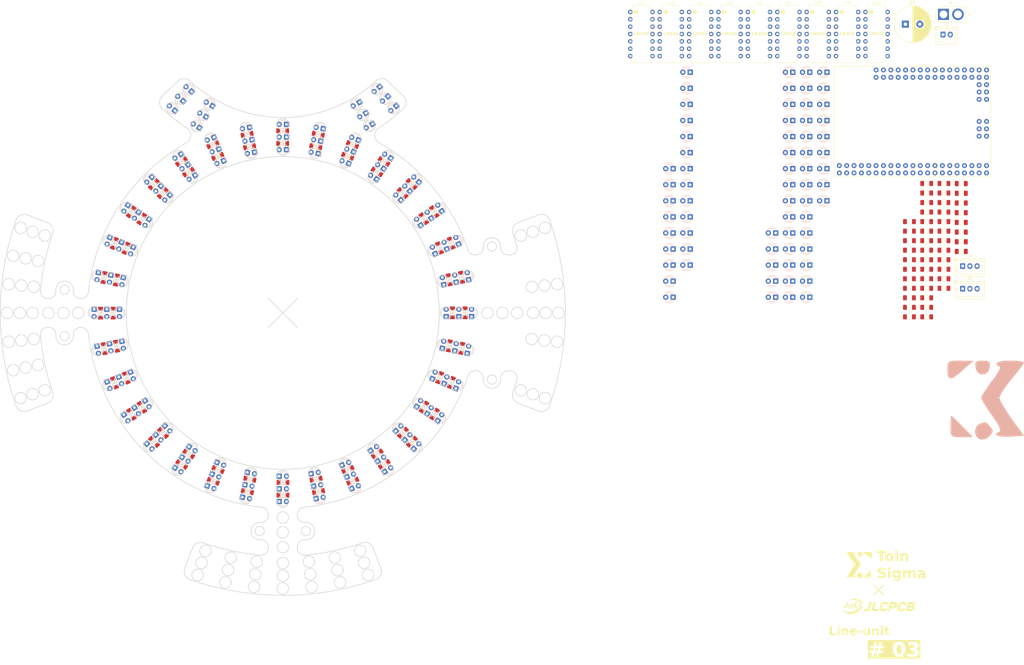
<source format=kicad_pcb>
(kicad_pcb (version 20221018) (generator pcbnew)
  (layers (0 "F.Cu" signal) (1 "In1.Cu" signal) (2 "In2.Cu" signal) (31 "B.Cu" signal) (34 "B.Paste" user) (35 "F.Paste" user) (36 "B.SilkS" user "B.Silkscreen") (37 "F.SilkS" user "F.Silkscreen") (38 "B.Mask" user) (39 "F.Mask" user) (44 "Edge.Cuts" user))
  (net 0 "")
  (net 1 "GND")
  (net 2 "Net-(D1-A)")
  (net 3 "Net-(D2-A)")
  (net 4 "Net-(D3-A)")
  (net 5 "Net-(D4-A)")
  (net 6 "Net-(D5-A)")
  (net 7 "Net-(D6-A)")
  (net 8 "Net-(D7-A)")
  (net 9 "Net-(D8-A)")
  (net 10 "Net-(D9-A)")
  (net 11 "Net-(D10-A)")
  (net 12 "Net-(D11-A)")
  (net 13 "Net-(D12-A)")
  (net 14 "Net-(D13-A)")
  (net 15 "Net-(D14-A)")
  (net 16 "Net-(D15-A)")
  (net 17 "Net-(D16-A)")
  (net 18 "Net-(D17-A)")
  (net 19 "Net-(D18-A)")
  (net 20 "Net-(D19-A)")
  (net 21 "Net-(D20-A)")
  (net 22 "Net-(D21-A)")
  (net 23 "Net-(D22-A)")
  (net 24 "Net-(D23-A)")
  (net 25 "Net-(D24-A)")
  (net 26 "Net-(D25-A)")
  (net 27 "Net-(D26-A)")
  (net 28 "Net-(D27-A)")
  (net 29 "Net-(D28-A)")
  (net 30 "Net-(D29-A)")
  (net 31 "Net-(D30-A)")
  (net 32 "Net-(D31-A)")
  (net 33 "Net-(D32-A)")
  (net 34 "Net-(D33-A)")
  (net 35 "Net-(D34-A)")
  (net 36 "Net-(D35-A)")
  (net 37 "Net-(D36-A)")
  (net 38 "Net-(D37-A)")
  (net 39 "Net-(D38-A)")
  (net 40 "Net-(D39-A)")
  (net 41 "Net-(D40-A)")
  (net 42 "Net-(D41-A)")
  (net 43 "Net-(D42-A)")
  (net 44 "Net-(D43-A)")
  (net 45 "Net-(D44-A)")
  (net 46 "Net-(D45-A)")
  (net 47 "Net-(D46-A)")
  (net 48 "Net-(D47-A)")
  (net 49 "Net-(D48-A)")
  (net 50 "Net-(D49-A)")
  (net 51 "Net-(D50-A)")
  (net 52 "Net-(D51-A)")
  (net 53 "Net-(D52-A)")
  (net 54 "Net-(D53-A)")
  (net 55 "Net-(D54-A)")
  (net 56 "Net-(D55-A)")
  (net 57 "+5V")
  (net 58 "TX_5V")
  (net 59 "RX_5V")
  (net 60 "ballcatch_right")
  (net 61 "ballcatch_left")
  (net 62 "boundary1")
  (net 63 "boundary2")
  (net 64 "linesig1")
  (net 65 "linesig2")
  (net 66 "linesig3")
  (net 67 "linesig4")
  (net 68 "linesig5")
  (net 69 "linesig6")
  (net 70 "linesig7")
  (net 71 "linesig8")
  (net 72 "linesig9")
  (net 73 "linesig10")
  (net 74 "linesig11")
  (net 75 "linesig12")
  (net 76 "linesig13")
  (net 77 "linesig14")
  (net 78 "linesig15")
  (net 79 "linesig16")
  (net 80 "linesig17")
  (net 81 "linesig18")
  (net 82 "linesig19")
  (net 83 "linesig20")
  (net 84 "linesig21")
  (net 85 "linesig22")
  (net 86 "linesig23")
  (net 87 "linesig24")
  (net 88 "linesig25")
  (net 89 "linesig26")
  (net 90 "linesig27")
  (net 91 "linesig28")
  (net 92 "linesig29")
  (net 93 "linesig30")
  (net 94 "linesig31")
  (net 95 "linesig32")
  (net 96 "linesig33")
  (net 97 "linesig34")
  (net 98 "linesig35")
  (net 99 "linesig36")
  (net 100 "boundary3")
  (net 101 "boundary4")
  (net 102 "boundary5")
  (net 103 "boundary6")
  (net 104 "boundary7")
  (net 105 "boundary8")
  (net 106 "Net-(D56-A)")
  (net 107 "Net-(D57-A)")
  (net 108 "Net-(D58-A)")
  (net 109 "boundary1_raw")
  (net 110 "sig1")
  (net 111 "sig2")
  (net 112 "sig3")
  (net 113 "sig4")
  (net 114 "sig5")
  (net 115 "sig6")
  (net 116 "sig7")
  (net 117 "sig8")
  (net 118 "sig9")
  (net 119 "sig10")
  (net 120 "sig11")
  (net 121 "sig12")
  (net 122 "sig13")
  (net 123 "sig14")
  (net 124 "sig15")
  (net 125 "sig16")
  (net 126 "sig17")
  (net 127 "sig18")
  (net 128 "sig19")
  (net 129 "sig20")
  (net 130 "sig21")
  (net 131 "sig22")
  (net 132 "sig23")
  (net 133 "sig24")
  (net 134 "sig25")
  (net 135 "sig26")
  (net 136 "sig27")
  (net 137 "sig28")
  (net 138 "sig29")
  (net 139 "sig30")
  (net 140 "sig31")
  (net 141 "sig32")
  (net 142 "sig33")
  (net 143 "sig34")
  (net 144 "sig35")
  (net 145 "sig36")
  (net 146 "boundary2_raw")
  (net 147 "boundary3_raw")
  (net 148 "boundary4_raw")
  (net 149 "boundary5_raw")
  (net 150 "boundary6_raw")
  (net 151 "boundary7_raw")
  (net 152 "boundary8_raw")
  (footprint "Capacitor_THT:CP_Radial_D12.5mm_P5.00mm" (layer "F.Cu") (at 325.317082 0.6)
    (fp_text reference "C1")
    (fp_text value "1000uF")
  )
  (footprint "@3pare:R-1206_3216-Handsolder" (layer "F.Cu") (at 338.675 88.49)
    (fp_text reference "R101")
    (fp_text value "1k")
  )
  (footprint "@3pare:R-1206_3216-Handsolder" (layer "F.Cu") (at 326.775 72.04)
    (fp_text reference "R66")
    (fp_text value "75")
  )
  (footprint "@3pare:C-1206_3216-Handsolder" (layer "F.Cu") (at 344.625 75.75)
    (fp_text reference "C8")
    (fp_text value "10uF")
  )
  (footprint "@3pare:R-1206_3216-Handsolder" (layer "F.Cu") (at 52.343793 124.414947 112.5)
    (fp_text reference "R23")
    (fp_text value "75")
  )
  (footprint "Connector_AMASS:AMASS_XT30U-F_1x02_P5.0mm_Vertical" (layer "F.Cu") (at 338.465 -2.8)
    (fp_text reference "J1")
    (fp_text value "Conn_01x02_Pin")
  )
  (footprint "@3pare:R-1206_3216-Handsolder" (layer "F.Cu") (at 332.725 85.2)
    (fp_text reference "R85")
    (fp_text value "75")
  )
  (footprint "@3pare:R-1206_3216-Handsolder" (layer "F.Cu") (at 326.775 91.78)
    (fp_text reference "R72")
    (fp_text value "75")
  )
  (footprint "@3pare:R-1206_3216-Handsolder" (layer "F.Cu") (at 65.98682 144.833179 135)
    (fp_text reference "R21")
    (fp_text value "75")
  )
  (footprint "@3pare:R-1206_3216-Handsolder" (layer "F.Cu") (at 338.675 85.2)
    (fp_text reference "R100")
    (fp_text value "1k")
  )
  (footprint "@3pare:R-1206_3216-Handsolder" (layer "F.Cu") (at 154.993179 144.833179 -135)
    (fp_text reference "R13")
    (fp_text value "75")
  )
  (footprint "@3pare:R-1206_3216-Handsolder" (layer "F.Cu") (at 338.675 81.91)
    (fp_text reference "R99")
    (fp_text value "1k")
  )
  (footprint "Connector_JST:JST_XH_B2B-XH-A_1x02_P2.50mm_Vertical" (layer "F.Cu") (at 338.315 4.2)
    (fp_text reference "J2")
    (fp_text value "Conn_01x02_Pin")
  )
  (footprint "@3pare:R-1206_3216-Handsolder" (layer "F.Cu") (at 53.053252 111.754879 101.25)
    (fp_text reference "R56")
    (fp_text value "10k")
  )
  (footprint "@3pare:R-1206_3216-Handsolder" (layer "F.Cu") (at 159.182523 132.865303 -123.75)
    (fp_text reference "R44")
    (fp_text value "10k")
  )
  (footprint "@3pare:R-1206_3216-Handsolder" (layer "F.Cu") (at 110.49 37.393)
    (fp_text reference "R1")
    (fp_text value "75")
  )
  (footprint "@3pare:R-1206_3216-Handsolder" (layer "F.Cu") (at 338.675 55.59)
    (fp_text reference "R91")
    (fp_text value "10k")
  )
  (footprint "@3pare:R-1206_3216-Handsolder" (layer "F.Cu") (at 338.675 68.75)
    (fp_text reference "R95")
    (fp_text value "1k")
  )
  (footprint "@3pare:R-1206_3216-Handsolder" (layer "F.Cu") (at 168.636206 124.414947 -112.5)
    (fp_text reference "R11")
    (fp_text value "75")
  )
  (footprint "@3pare:R-1206_3216-Handsolder" (layer "F.Cu") (at 99.06512 42.893252 11.25)
    (fp_text reference "R64")
    (fp_text value "10k")
  )
  (footprint "@3pare:R-1206_3216-Handsolder" (layer "F.Cu") (at 77.954696 51.637476 33.75)
    (fp_text reference "R62")
    (fp_text value "10k")
  )
  (footprint "@3pare:R-1206_3216-Handsolder" (layer "F.Cu") (at 56.385766 77.919292 67.5)
    (fp_text reference "R59")
    (fp_text value "10k")
  )
  (footprint "@3pare:C-1206_3216-Handsolder" (layer "F.Cu") (at 344.625 55.65)
    (fp_text reference "C2")
    (fp_text value "10uF")
  )
  (footprint "@3pare:R-1206_3216-Handsolder" (layer "F.Cu") (at 151.899587 58.920412 -45)
    (fp_text reference "R37")
    (fp_text value "10k")
  )
  (footprint "@3pare:R-1206_3216-Handsolder" (layer "F.Cu") (at 332.725 68.75)
    (fp_text reference "R80")
    (fp_text value "75")
  )
  (footprint "@3pare:C-1206_3216-Handsolder" (layer "F.Cu") (at 344.625 65.7)
    (fp_text reference "C5")
    (fp_text value "10uF")
  )
  (footprint "@3pare:R-1206_3216-Handsolder" (layer "F.Cu") (at 332.725 65.46)
    (fp_text reference "R79")
    (fp_text value "75")
  )
  (footprint "@3pare:R-1206_3216-Handsolder" (layer "F.Cu") (at 338.675 91.78)
    (fp_text reference "R102")
    (fp_text value "1k")
  )
  (footprint "@3pare:R-1206_3216-Handsolder" (layer "F.Cu") (at 47.553 100.33 90)
    (fp_text reference "R25")
    (fp_text value "75")
  )
  (footprint "@3pare:R-1206_3216-Handsolder" (layer "F.Cu") (at 65.98682 55.82682 45)
    (fp_text reference "R29")
    (fp_text value "75")
  )
  (footprint "@3pare:R-1206_3216-Handsolder" (layer "F.Cu") (at 132.900707 154.434233 -157.5)
    (fp_text reference "R47")
    (fp_text value "10k")
  )
  (footprint "@3pare:R-1206_3216-Handsolder" (layer "F.Cu") (at 86.405052 158.476206 157.5)
    (fp_text reference "R19")
    (fp_text value "75")
  )
  (footprint "@3pare:C-1206_3216-Handsolder" (layer "F.Cu") (at 344.625 72.4)
    (fp_text reference "C7")
    (fp_text value "10uF")
  )
  (footprint "@3pare:R-1206_3216-Handsolder" (layer "F.Cu") (at 326.775 81.91)
    (fp_text reference "R69")
    (fp_text value "75")
  )
  (footprint "@3pare:R-1206_3216-Handsolder" (layer "F.Cu") (at 338.675 62.17)
    (fp_text reference "R93")
    (fp_text value "10k")
  )
  (footprint "@3pare:R-1206_3216-Handsolder" (layer "F.Cu") (at 332.725 98.36)
    (fp_text reference "R89")
    (fp_text value "75")
  )
  (footprint "@3pare:R-1206_3216-Handsolder" (layer "F.Cu") (at 326.775 98.36)
    (fp_text reference "R74")
    (fp_text value "75")
  )
  (footprint "@3pare:R-1206_3216-Handsolder" (layer "F.Cu") (at 98.2116 38.602316 11.25)
    (fp_text reference "R32")
    (fp_text value "75")
  )
  (footprint "@3pare:R-1206_3216-Handsolder" (layer "F.Cu") (at 167.926747 111.754879 -101.25)
    (fp_text reference "R42")
    (fp_text value "10k")
  )
  (footprint "@3pare:R-1206_3216-Handsolder" (layer "F.Cu") (at 172.217683 112.608399 -101.25)
    (fp_text reference "R10")
    (fp_text value "75")
  )
  (footprint "@3pare:R-1206_3216-Handsolder" (layer "F.Cu") (at 110.49 163.267 180)
    (fp_text reference "R17")
    (fp_text value "75")
  )
  (footprint "@3pare:R-1206_3216-Handsolder" (layer "F.Cu") (at 154.993179 55.82682 -45)
    (fp_text reference "R5")
    (fp_text value "75")
  )
  (footprint "@3pare:R-1206_3216-Handsolder" (layer "F.Cu") (at 61.797476 132.865303 123.75)
    (fp_text reference "R54")
    (fp_text value "10k")
  )
  (footprint "@3pare:R-1206_3216-Handsolder" (layer "F.Cu") (at 151.899587 141.739587 -135)
    (fp_text reference "R45")
    (fp_text value "10k")
  )
  (footprint "@3pare:R-1206_3216-Handsolder" (layer "F.Cu") (at 98.2116 162.057683 168.75)
    (fp_text reference "R18")
    (fp_text value "75")
  )
  (footprint "@3pare:R-1206_3216-Handsolder" (layer "F.Cu") (at 338.675 65.46)
    (fp_text reference "R94")
    (fp_text value "10k")
  )
  (footprint "@3pare:R-1206_3216-Handsolder" (layer "F.Cu") (at 332.725 75.33)
    (fp_text reference "R82")
    (fp_text value "75")
  )
  (footprint "@3pare:LM339" (layer "F.Cu") (at 274.798 4)
    (fp_text reference "U6")
    (fp_text value "~" hide)
  )
  (footprint "@3pare:R-1206_3216-Handsolder" (layer "F.Cu") (at 326.775 101.65)
    (fp_text reference "R75")
    (fp_text value "75")
  )
  (footprint "@3pare:R-1206_3216-Handsolder" (layer "F.Cu") (at 332.725 101.65)
    (fp_text reference "R90")
    (fp_text value "75")
  )
  (footprint "@3pare:R-1206_3216-Handsolder" (layer "F.Cu") (at 326.775 95.07)
    (fp_text reference "R73")
    (fp_text value "75")
  )
  (footprint "@3pare:R-1206_3216-Handsolder" (layer "F.Cu") (at 332.725 58.88)
    (fp_text reference "R77")
    (fp_text value "75")
  )
  (footprint "@3pare:R-1206_3216-Handsolder" (layer "F.Cu") (at 48.762316 112.608399 101.25)
    (fp_text reference "R24")
    (fp_text value "75")
  )
  (footprint "@3pare:R-1206_3216-Handsolder" (layer "F.Cu") (at 145.455923 152.660202 -146.25)
    (fp_text reference "R14")
    (fp_text value "75")
  )
  (footprint "@3pare:LM339" (layer "F.Cu") (at 305.23 4)
    (fp_text reference "U9")
    (fp_text value "~" hide)
  )
  (footprint "@3pare:LM339" (layer "F.Cu") (at 244.366 4)
    (fp_text reference "U3")
    (fp_text value "~" hide)
  )
  (footprint "@3pare:C-1206_3216-Handsolder" (layer "F.Cu") (at 344.625 62.35)
    (fp_text reference "C4")
    (fp_text value "10uF")
  )
  (footprint "@3pare:R-1206_3216-Handsolder" (layer "F.Cu") (at 88.079292 46.225766 22.5)
    (fp_text reference "R63")
    (fp_text value "10k")
  )
  (footprint "@3pare:R-1206_3216-Handsolder" (layer "F.Cu") (at 338.675 75.33)
    (fp_text reference "R97")
    (fp_text value "1k")
  )
  (footprint "@3pare:R-1206_3216-Handsolder" (layer "F.Cu") (at 168.636206 76.245052 -67.5)
    (fp_text reference "R7")
    (fp_text value "75")
  )
  (footprint "@3pare:R-1206_3216-Handsolder" (layer "F.Cu") (at 110.49 158.892 180)
    (fp_text reference "R49")
    (fp_text value "10k")
  )
  (footprint "@3pare:R-1206_3216-Handsolder" (layer "F.Cu") (at 159.182523 67.794696 -56.25)
    (fp_text reference "R38")
    (fp_text value "10k")
  )
  (footprint "@3pare:R-1206_3216-Handsolder" (layer "F.Cu") (at 143.025303 51.637476 -33.75)
    (fp_text reference "R36")
    (fp_text value "10k")
  )
  (footprint "@3pare:R-1206_3216-Handsolder" (layer "F.Cu") (at 77.954696 149.022523 146.25)
    (fp_text reference "R52")
    (fp_text value "10k")
  )
  (footprint "@3pare:R-1206_3216-Handsolder" (layer "F.Cu") (at 169.052 100.33 -90)
    (fp_text reference "R41")
    (fp_text value "10k")
  )
  (footprint "@3pare:R-1206_3216-Handsolder" (layer "F.Cu") (at 134.574947 158.476206 -157.5)
    (fp_text reference "R15")
    (fp_text value "75")
  )
  (footprint "@3pare:R-1206_3216-Handsolder" (layer "F.Cu") (at 99.06512 157.766747 168.75)
    (fp_text reference "R50")
    (fp_text value "10k")
  )
  (footprint "@3pare:R-1206_3216-Handsolder" (layer "F.Cu") (at 121.914879 42.893252 -11.25)
    (fp_text reference "R34")
    (fp_text value "10k")
  )
  (footprint "@3pare:LM339" (layer "F.Cu") (at 264.654 4)
    (fp_text reference "U5")
    (fp_text value "~" hide)
  )
  (footprint "@3pare:LM339" (layer "F.Cu") (at 284.942 4)
    (fp_text reference "U7")
    (fp_text value "~" hide)
  )
  (footprint "@3pare:R-1206_3216-Handsolder" (layer "F.Cu") (at 326.775 88.49)
    (fp_text reference "R71")
    (fp_text value "75")
  )
  (footprint "@3pare:R-1206_3216-Handsolder" (layer "F.Cu") (at 332.725 72.04)
    (fp_text reference "R81")
    (fp_text value "75")
  )
  (footprint "@3pare:R-1206_3216-Handsolder" (layer "F.Cu") (at 86.405052 42.183793 22.5)
    (fp_text reference "R31")
    (fp_text value "75")
  )
  (footprint "@3pare:R-1206_3216-Handsolder" (layer "F.Cu") (at 167.926747 88.90512 -78.75)
    (fp_text reference "R40")
    (fp_text value "10k")
  )
  (footprint "@3pare:R-1206_3216-Handsolder" (layer "F.Cu") (at 164.594233 122.740707 -112.5)
    (fp_text reference "R43")
    (fp_text value "10k")
  )
  (footprint "@3pare:R-1206_3216-Handsolder" (layer "F.Cu") (at 162.820202 135.295923 -123.75)
    (fp_text reference "R12")
    (fp_text value "75")
  )
  (footprint "@3pare:R-1206_3216-Handsolder" (layer "F.Cu") (at 326.775 85.2)
    (fp_text reference "R70")
    (fp_text value "75")
  )
  (footprint "Connector_JST:JST_XH_B3B-XH-A_1x03_P2.50mm_Vertical" (layer "F.Cu") (at 345.075 91.95)
    (fp_text reference "J5")
    (fp_text value "Conn_01x03_Pin")
  )
  (footprint "@3pare:R-1206_3216-Handsolder" (layer "F.Cu") (at 69.080412 141.739587 135)
    (fp_text reference "R53")
    (fp_text value "10k")
  )
  (footprint "@3pare:R-1206_3216-Handsolder" (layer "F.Cu") (at 326.775 78.62)
    (fp_text reference "R68")
    (fp_text value "75")
  )
  (footprint "@3pare:R-1206_3216-Handsolder" (layer "F.Cu") (at 332.725 55.59)
    (fp_text reference "R76")
    (fp_text value "75")
  )
  (footprint "@3pare:R-1206_3216-Handsolder" (layer "F.Cu") (at 332.725 62.17)
    (fp_text reference "R78")
    (fp_text value "75")
  )
  (footprint "@3pare:R-1206_3216-Handsolder" (layer "F.Cu") (at 332.725 91.78)
    (fp_text reference "R87")
    (fp_text value "75")
  )
  (footprint "@3pare:R-1206_3216-Handsolder" (layer "F.Cu") (at 338.675 78.62)
    (fp_text reference "R98")
    (fp_text value "1k")
  )
  (footprint "@3pare:R-1206_3216-Handsolder" (layer "F.Cu") (at 332.725 88.49)
    (fp_text reference "R86")
    (fp_text value "75")
  )
  (footprint "@3pare:LM339" (layer "F.Cu") (at 254.51 4)
    (fp_text reference "U4")
    (fp_text value "~" hide)
  )
  (footprint "@3pare:R-1206_3216-Handsolder" (layer "F.Cu") (at 332.725 95.07)
    (fp_text reference "R88")
    (fp_text value "75")
  )
  (footprint "@3pare:R-1206_3216-Handsolder" (layer "F.Cu") (at 110.49 41.768)
    (fp_text reference "R33")
    (fp_text value "10k")
  )
  (footprint "@3pare:R-1206_3216-Handsolder" (layer "F.Cu") (at 132.900707 46.225766 -22.5)
    (fp_text reference "R35")
    (fp_text value "10k")
  )
  (footprint "@3pare:R-1206_3216-Handsolder" (layer "F.Cu") (at 326.775 68.75)
    (fp_text reference "R65")
    (fp_text value "75")
  )
  (footprint "@3pare:R-1206_3216-Handsolder" (layer "F.Cu") (at 173.427 100.33 -90)
    (fp_text reference "R9")
    (fp_text value "75")
  )
  (footprint "@3pare:R-1206_3216-Handsolder" (layer "F.Cu") (at 75.524076 152.660202 146.25)
    (fp_text reference "R20")
    (fp_text value "75")
  )
  (footprint "@3pare:LM339" (layer "F.Cu") (at 234.222 4)
    (fp_text reference "U2")
    (fp_text value "~" hide)
  )
  (footprint "@3pare:MODULE_MEGA_PRO_EMBED_CH340G___ATMEGA2560" (layer "F.Cu") (at 327.725 34.2)
    (fp_text reference "U1")
    (fp_text value "MEGA_PRO_EMBED_CH340G_{slash}_ATMEGA2560")
  )
  (footprint "@3pare:R-1206_3216-Handsolder" (layer "F.Cu") (at 326.775 75.33)
    (fp_text reference "R67")
    (fp_text value "75")
  )
  (footprint "@3pare:C-1206_3216-Handsolder" (layer "F.Cu") (at 344.625 59)
    (fp_text reference "C3")
    (fp_text value "10uF")
  )
  (footprint "@3pare:R-1206_3216-Handsolder" (layer "F.Cu") (at 164.594233 77.919292 -67.5)
    (fp_text reference "R39")
    (fp_text value "10k")
  )
  (footprint "@3pare:LM339" (layer "F.Cu") (at 315.374 4)
    (fp_text reference "U10")
    (fp_text value "~" hide)
  )
  (footprint "@3pare:R-1206_3216-Handsolder" (layer "F.Cu") (at 88.079292 154.434233 157.5)
    (fp_text reference "R51")
    (fp_text value "10k")
  )
  (footprint "@3pare:LM339" (layer "F.Cu") (at 295.086 4)
    (fp_text reference "U8")
    (fp_text value "~" hide)
  )
  (footprint "@3pare:R-1206_3216-Handsolder" (layer "F.Cu") (at 122.768399 38.602316 -11.25)
    (fp_text reference "R2")
    (fp_text value "75")
  )
  (footprint "@3pare:R-1206_3216-Handsolder" (layer "F.Cu") (at 143.025303 149.022523 -146.25)
    (fp_text reference "R46")
    (fp_text value "10k")
  )
  (footprint "@3pare:R-1206_3216-Handsolder" (layer "F.Cu") (at 134.574947 42.183793 -22.5)
    (fp_text reference "R3")
    (fp_text value "75")
  )
  (footprint "@3pare:R-1206_3216-Handsolder" (layer "F.Cu") (at 75.524076 47.999797 33.75)
    (fp_text reference "R30")
    (fp_text value "75")
  )
  (footprint "@3pare:R-1206_3216-Handsolder" (layer "F.Cu") (at 58.159797 135.295923 123.75)
    (fp_text reference "R22")
    (fp_text value "75")
  )
  (footprint "@3pare:R-1206_3216-Handsolder" (layer "F.Cu") (at 52.343793 76.245052 67.5)
    (fp_text reference "R27")
    (fp_text value "75")
  )
  (footprint "@3pare:R-1206_3216-Handsolder" (layer "F.Cu") (at 332.725 78.62)
    (fp_text reference "R83")
    (fp_text value "75")
  )
  (footprint "@3pare:R-1206_3216-Handsolder" (layer "F.Cu") (at 332.725 81.91)
    (fp_text reference "R84")
    (fp_text value "75")
  )
  (footprint "Connector_JST:JST_XH_B3B-XH-A_1x03_P2.50mm_Vertical" (layer "F.Cu") (at 345.075 84.15)
    (fp_text reference "J4")
    (fp_text value "Conn_01x03_Pin")
  )
  (footprint "@3pare:R-1206_3216-Handsolder" (layer "F.Cu") (at 69.080412 58.920412 45)
    (fp_text reference "R61")
    (fp_text value "10k")
  )
  (footprint "@3pare:C-1206_3216-Handsolder" (layer "F.Cu") (at 344.625 79.1)
    (fp_text reference "C9")
    (fp_text value "10uF")
  )
  (footprint "@3pare:R-1206_3216-Handsolder" (layer "F.Cu") (at 145.455923 47.999797 -33.75)
    (fp_text reference "R4")
    (fp_text value "75")
  )
  (footprint "@3pare:R-1206_3216-Handsolder" (layer "F.Cu") (at 58.159797 65.364076 56.25)
    (fp_text reference "R28")
    (fp_text value "75")
  )
  (footprint "@3pare:C-1206_3216-Handsolder" (layer "F.Cu") (at 344.625 69.05)
    (fp_text reference "C6")
    (fp_text value "10uF")
  )
  (footprint "@3pare:R-1206_3216-Handsolder" (layer "F.Cu") (at 122.768399 162.057683 -168.75)
    (fp_text reference "R16")
    (fp_text value "75")
  )
  (footprint "@3pare:R-1206_3216-Handsolder" (layer "F.Cu") (at 121.914879 157.766747 -168.75)
    (fp_text reference "R48")
    (fp_text value "10k")
  )
  (footprint "@3pare:R-1206_3216-Handsolder" (layer "F.Cu") (at 51.928 100.33 90)
    (fp_text reference "R57")
    (fp_text value "10k")
  )
  (footprint "@3pare:R-1206_3216-Handsolder" (layer "F.Cu") (at 338.675 58.88)
    (fp_text reference "R92")
    (fp_text value "10k")
  )
  (footprint "@3pare:R-1206_3216-Handsolder" (layer "F.Cu") (at 61.797476 67.794696 56.25)
    (fp_text reference "R60")
    (fp_text value "10k")
  )
  (footprint "@3pare:R-1206_3216-Handsolder" (layer "F.Cu") (at 56.385766 122.740707 112.5)
    (fp_text reference "R55")
    (fp_text value "10k")
  )
  (footprint "@3pare:R-1206_3216-Handsolder" (layer "F.Cu") (at 53.053252 88.90512 78.75)
    (fp_text reference "R58")
    (fp_text value "10k")
  )
  (footprint "@3pare:R-1206_3216-Handsolder" (layer "F.Cu") (at 172.217683 88.0516 -78.75)
    (fp_text reference "R8")
    (fp_text value "75")
  )
  (footprint "@3pare:R-1206_3216-Handsolder" (layer "F.Cu") (at 162.820202 65.364076 -56.25)
    (fp_text reference "R6")
    (fp_text value "75")
  )
  (footprint "@3pare:R-1206_3216-Handsolder" (layer "F.Cu") (at 48.762316 88.0516 78.75)
    (fp_text reference "R26")
    (fp_text value "75")
  )
  (footprint "@3pare:R-1206_3216-Handsolder" (layer "F.Cu") (at 338.675 72.04)
    (fp_text reference "R96")
    (fp_text value "1k")
  )
  (footprint "@3pare:LED" (layer "B.Cu") (at 59.978232 134.080936 -56.25)
    (fp_text reference "D22")
    (fp_text value "LED")
  )
  (footprint "@3pare:NJL7502L" (layer "B.Cu") (at 291.095 61.6 180)
    (fp_text reference "NJL7502L101")
    (fp_text value "~")
  )
  (footprint "@3pare:NJL7502L" (layer "B.Cu") (at 50.322345 125.252258 -67.5)
    (fp_text reference "NJL7502L45")
    (fp_text value "~")
  )
  (footprint "@3pare:NJL7502L" (layer "B.Cu") (at 285.195 83.8 180)
    (fp_text reference "NJL7502L90")
    (fp_text value "~")
  )
  (footprint "@3pare:NJL7502L" (layer "B.Cu") (at 97.784742 164.203641 -11.25)
    (fp_text reference "NJL7502L35")
    (fp_text value "~")
  )
  (footprint "@3pare:NJL7502L" (layer "B.Cu") (at 135.412258 40.162345 157.5)
    (fp_text reference "NJL7502L5")
    (fp_text value "~")
  )
  (footprint "@3pare:NJL7502L" (layer "B.Cu") (at 162.573708 121.903778 67.5)
    (fp_text reference "NJL7502L22")
    (fp_text value "~")
  )
  (footprint "@3pare:LED" (layer "B.Cu") (at 161.001789 134.080936 56.25)
    (fp_text reference "D12")
    (fp_text value "LED")
  )
  (footprint "@3pare:NJL7502L" (layer "B.Cu") (at 174.363641 113.035257 78.75)
    (fp_text reference "NJL7502L19")
    (fp_text value "~")
  )
  (footprint "@3pare:LED" (layer "B.Cu") (at 75.156082 26.334074 138.9)
    (fp_text reference "D33")
    (fp_text value "LED")
  )
  (footprint "@3pare:NJL7502L" (layer "B.Cu") (at 70.626855 140.193144 -45)
    (fp_text reference "NJL7502L42")
    (fp_text value "~")
  )
  (footprint "@3pare:NJL7502L" (layer "B.Cu") (at 296.995 39.4 180)
    (fp_text reference "NJL7502L112")
    (fp_text value "~")
  )
  (footprint "@3pare:LED" (layer "B.Cu") (at 98.638273 40.747339 -168.75)
    (fp_text reference "D32")
    (fp_text value "LED")
  )
  (footprint "@3pare:NJL7502L" (layer "B.Cu") (at 146.671511 154.479458 33.75)
    (fp_text reference "NJL7502L27")
    (fp_text value "~")
  )
  (footprint "@3pare:NJL7502L" (layer "B.Cu") (at 146.671511 46.180541 146.25)
    (fp_text reference "NJL7502L7")
    (fp_text value "~")
  )
  (footprint "@3pare:NJL7502L" (layer "B.Cu") (at 296.995 33.85 180)
    (fp_text reference "NJL7502L111")
    (fp_text value "~")
  )
  (footprint "@3pare:LED" (layer "B.Cu") (at 249.795 61.600001 180)
    (fp_text reference "D54")
    (fp_text value "LED")
  )
  (footprint "@3pare:LED" (layer "B.Cu") (at 153.446747 57.373308 135)
    (fp_text reference "D5")
    (fp_text value "LED")
  )
  (footprint "@3pare:NJL7502L" (layer "B.Cu") (at 285.195 94.9 180)
    (fp_text reference "NJL7502L92")
    (fp_text value "~")
  )
  (footprint "@3pare:NJL7502L" (layer "B.Cu") (at 285.195 44.95 180)
    (fp_text reference "NJL7502L83")
    (fp_text value "~")
  )
  (footprint "@3pare:NJL7502L" (layer "B.Cu") (at 291.095 17.2 180)
    (fp_text reference "NJL7502L93")
    (fp_text value "~")
  )
  (footprint "@3pare:NJL7502L" (layer "B.Cu") (at 285.195 56.05 180)
    (fp_text reference "NJL7502L85")
    (fp_text value "~")
  )
  (footprint "@3pare:NJL7502L" (layer "B.Cu") (at 63.6159 69.009728 -123.75)
    (fp_text reference "NJL7502L56")
    (fp_text value "~")
  )
  (footprint "@3pare:NJL7502L" (layer "B.Cu") (at 85.567741 40.162345 -157.5)
    (fp_text reference "NJL7502L61")
    (fp_text value "~")
  )
  (footprint "@3pare:NJL7502L" (layer "B.Cu") (at 291.095 22.75 180)
    (fp_text reference "NJL7502L94")
    (fp_text value "~")
  )
  (footprint "@3pare:NJL7502L" (layer "B.Cu") (at 175.615 100.33 90)
    (fp_text reference "NJL7502L17")
    (fp_text value "~")
  )
  (footprint "@3pare:LED" (layer "B.Cu") (at 249.795 83.800001 180)
    (fp_text reference "D58")
    (fp_text value "LED")
  )
  (footprint "@3pare:NJL7502L" (layer "B.Cu") (at 279.295 72.7 180)
    (fp_text reference "NJL7502L73")
    (fp_text value "~")
  )
  (footprint "@3pare:NJL7502L" (layer "B.Cu") (at 88.916221 48.246291 -157.5)
    (fp_text reference "NJL7502L62")
    (fp_text value "~")
  )
  (footprint "@3pare:LED" (layer "B.Cu") (at 249.795 72.700001 180)
    (fp_text reference "D56")
    (fp_text value "LED")
  )
  (footprint "@3pare:NJL7502L" (layer "B.Cu") (at 162.573708 78.756221 112.5)
    (fp_text reference "NJL7502L14")
    (fp_text value "~")
  )
  (footprint "@3pare:NJL7502L" (layer "B.Cu") (at 142.947904 23.037234 -138.9)
    (fp_text reference "NJL7502L71")
    (fp_text value "~")
  )
  (footprint "@3pare:LED" (layer "B.Cu") (at 249.795 22.750001 180)
    (fp_text reference "D47")
    (fp_text value "LED")
  )
  (footprint "@3pare:NJL7502L" (layer "B.Cu") (at 279.295 89.35 180)
    (fp_text reference "NJL7502L76")
    (fp_text value "~")
  )
  (footprint "@3pare:NJL7502L" (layer "B.Cu") (at 55.198229 111.328216 -78.75)
    (fp_text reference "NJL7502L48")
    (fp_text value "~")
  )
  (footprint "@3pare:NJL7502L" (layer "B.Cu") (at 135.8461 28.196997 -149.1)
    (fp_text reference "NJL7502L69")
    (fp_text value "~")
  )
  (footprint "@3pare:NJL7502L" (layer "B.Cu") (at 54.115 100.33 -90)
    (fp_text reference "NJL7502L50")
    (fp_text value "~")
  )
  (footprint "@3pare:NJL7502L" (layer "B.Cu") (at 85.567741 160.497654 -22.5)
    (fp_text reference "NJL7502L37")
    (fp_text value "~")
  )
  (footprint "@3pare:LED" (layer "B.Cu") (at 243.895 72.700001 180)
    (fp_text reference "D41")
    (fp_text value "LED")
  )
  (footprint "@3pare:LED" (layer "B.Cu") (at 87.241992 156.455726 -22.5)
    (fp_text reference "D19")
    (fp_text value "LED")
  )
  (footprint "@3pare:LED" (layer "B.Cu") (at 98.638273 159.91275 -11.25)
    (fp_text reference "D18")
    (fp_text value "LED")
  )
  (footprint "@3pare:LED" (layer "B.Cu") (at 166.615692 123.578063 67.5)
    (fp_text reference "D11")
    (fp_text value "LED")
  )
  (footprint "@3pare:LED" (layer "B.Cu") (at 138.092843 31.951031 -149.1)
    (fp_text reference "D35")
    (fp_text value "LED")
  )
  (footprint "@3pare:LED" (layer "B.Cu") (at 243.895 56.050001 180)
    (fp_text reference "D38")
    (fp_text value "LED")
  )
  (footprint "@3pare:NJL7502L" (layer "B.Cu") (at 165.78177 111.328216 78.75)
    (fp_text reference "NJL7502L20")
    (fp_text value "~")
  )
  (footprint "@3pare:LED" (layer "B.Cu") (at 243.895 89.350001 180)
    (fp_text reference "D44")
    (fp_text value "LED")
  )
  (footprint "@3pare:LED" (layer "B.Cu") (at 243.895 94.900001 180)
    (fp_text reference "D45")
    (fp_text value "LED")
  )
  (footprint "@3pare:NJL7502L" (layer "B.Cu") (at 79.169728 147.204099 -33.75)
    (fp_text reference "NJL7502L40")
    (fp_text value "~")
  )
  (footprint "@3pare:LED" (layer "B.Cu") (at 67.533274 143.286781 -45)
    (fp_text reference "D21")
    (fp_text value "LED")
  )
  (footprint "@3pare:NJL7502L" (layer "B.Cu") (at 97.784742 36.456358 -168.75)
    (fp_text reference "NJL7502L63")
    (fp_text value "~")
  )
  (footprint "@3pare:NJL7502L" (layer "B.Cu") (at 291.095 72.7 180)
    (fp_text reference "NJL7502L103")
    (fp_text value "~")
  )
  (footprint "@3pare:NJL7502L" (layer "B.Cu") (at 285.195 33.85 180)
    (fp_text reference "NJL7502L81")
    (fp_text value "~")
  )
  (footprint "@3pare:NJL7502L" (layer "B.Cu") (at 156.540329 54.27967 135)
    (fp_text reference "NJL7502L9")
    (fp_text value "~")
  )
  (footprint "@3pare:LED" (layer "B.Cu") (at 50.907305 112.181782 -78.75)
    (fp_text reference "D24")
    (fp_text value "LED")
  )
  (footprint "@3pare:NJL7502L" (layer "B.Cu") (at 148.699937 29.630914 -138.9)
    (fp_text reference "NJL7502L72")
    (fp_text value "~")
  )
  (footprint "@3pare:NJL7502L" (layer "B.Cu") (at 166.865 100.33 90)
    (fp_text reference "NJL7502L18")
    (fp_text value "~")
  )
  (footprint "@3pare:LED" (layer "B.Cu") (at 144.240902 150.841823 33.75)
    (fp_text reference "D14")
    (fp_text value "LED")
  )
  (footprint "@3pare:LED" (layer "B.Cu") (at 243.895 78.250001 180)
    (fp_text reference "D42")
    (fp_text value "LED")
  )
  (footprint "@3pare:NJL7502L" (layer "B.Cu") (at 291.095 89.35 180)
    (fp_text reference "NJL7502L106")
    (fp_text value "~")
  )
  (footprint "@3pare:LED" (layer "B.Cu") (at 166.615692 77.082026 112.5)
    (fp_text reference "D7")
    (fp_text value "LED")
  )
  (footprint "@3pare:NJL7502L" (layer "B.Cu") (at 99.491783 45.038229 -168.75)
    (fp_text reference "NJL7502L64")
    (fp_text value "~")
  )
  (footprint "@3pare:NJL7502L" (layer "B.Cu") (at 279.295 78.25 180)
    (fp_text reference "NJL7502L74")
    (fp_text value "~")
  )
  (footprint "@3pare:NJL7502L" (layer "B.Cu") (at 164.639458 64.148488 123.75)
    (fp_text reference "NJL7502L11")
    (fp_text value "~")
  )
  (footprint "@3pare:LED" (layer "B.Cu") (at 249.795 28.300001 180)
    (fp_text reference "D48")
    (fp_text value "LED")
  )
  (footprint "@3pare:NJL7502L" (layer "B.Cu") (at 110.49 156.705)
    (fp_text reference "NJL7502L34")
    (fp_text value "~")
  )
  (footprint "@3pare:LED" (layer "B.Cu") (at 76.739119 150.841823 -33.75)
    (fp_text reference "D20")
    (fp_text value "LED")
  )
  (footprint "@3pare:NJL7502L" (layer "B.Cu") (at 123.195257 164.203641 11.25)
    (fp_text reference "NJL7502L31")
    (fp_text value "~")
  )
  (footprint "@3pare:NJL7502L" (layer "B.Cu") (at 58.406291 78.756221 -112.5)
    (fp_text reference "NJL7502L54")
    (fp_text value "~")
  )
  (footprint "@3pare:NJL7502L" (layer "B.Cu") (at 141.810271 53.4559 146.25)
    (fp_text reference "NJL7502L8")
    (fp_text value "~")
  )
  (footprint "@3pare:NJL7502L" (layer "B.Cu") (at 45.365 100.33 -90)
    (fp_text reference "NJL7502L49")
    (fp_text value "~")
  )
  (footprint "@3pare:LED" (layer "B.Cu") (at 170.072716 88.478307 101.25)
    (fp_text reference "D8")
    (fp_text value "LED")
  )
  (footprint "@3pare:NJL7502L" (layer "B.Cu") (at 291.095 67.15 180)
    (fp_text reference "NJL7502L102")
    (fp_text value "~")
  )
  (footprint "@3pare:LED" (layer "B.Cu") (at 50.907305 88.478307 -101.25)
    (fp_text reference "D26")
    (fp_text value "LED")
  )
  (footprint "@3pare:LED" (layer "B.Cu") (at 145.82392 26.334074 -138.9)
    (fp_text reference "D36")
    (fp_text value "LED")
  )
  (footprint "@3pare:NJL7502L" (layer "B.Cu") (at 291.095 83.8 180)
    (fp_text reference "NJL7502L105")
    (fp_text value "~")
  )
  (footprint "@3pare:LED" (layer "B.Cu") (at 87.241992 44.204363 -157.5)
    (fp_text reference "D31")
    (fp_text value "LED")
  )
  (footprint "@3pare:NJL7502L" (layer "B.Cu") (at 150.353144 60.466855 135)
    (fp_text reference "NJL7502L10")
    (fp_text value "~")
  )
  (footprint "@3pare:LED" (layer "B.Cu") (at 171.240011 100.330045 90)
    (fp_text reference "D9")
    (fp_text value "LED")
  )
  (footprint "@3pare:LED" (layer "B.Cu") (at 122.341748 159.91275 11.25)
    (fp_text reference "D16")
    (fp_text value "LED")
  )
  (footprint "@3pare:NJL7502L" (layer "B.Cu") (at 55.198229 89.331783 -101.25)
    (fp_text reference "NJL7502L52")
    (fp_text value "~")
  )
  (footprint "@3pare:NJL7502L" (layer "B.Cu") (at 291.095 50.5 180)
    (fp_text reference "NJL7502L99")
    (fp_text value "~")
  )
  (footprint "@3pare:LED" (layer "B.Cu") (at 249.795 50.500001 180)
    (fp_text reference "D52")
    (fp_text value "LED")
  )
  (footprint "@3pare:NJL7502L" (layer "B.Cu") (at 64.43967 146.380329 -45)
    (fp_text reference "NJL7502L41")
    (fp_text value "~")
  )
  (footprint "@3pare:NJL7502L" (layer "B.Cu") (at 70.626855 60.466855 -135)
    (fp_text reference "NJL7502L58")
    (fp_text value "~")
  )
  (footprint "@3pare:NJL7502L" (layer "B.Cu") (at 170.657654 125.252258 67.5)
    (fp_text reference "NJL7502L21")
    (fp_text value "~")
  )
  (footprint "@3pare:NJL7502L" (layer "B.Cu") (at 46.616358 113.035257 -78.75)
    (fp_text reference "NJL7502L47")
    (fp_text value "~")
  )
  (footprint "@3pare:LED" (layer "B.Cu") (at 161.001789 66.579153 123.75)
    (fp_text reference "D6")
    (fp_text value "LED")
  )
  (footprint "@3pare:NJL7502L" (layer "B.Cu") (at 74.308488 46.180541 -146.25)
    (fp_text reference "NJL7502L59")
    (fp_text value "~")
  )
  (footprint "@3pare:NJL7502L" (layer "B.Cu") (at 291.095 44.95 180)
    (fp_text reference "NJL7502L98")
    (fp_text value "~")
  )
  (footprint "@3pare:NJL7502L" (layer "B.Cu") (at 46.616358 87.624742 -101.25)
    (fp_text reference "NJL7502L51")
    (fp_text value "~")
  )
  (footprint "@3pare:NJL7502L" (layer "B.Cu") (at 135.412258 160.497654 22.5)
    (fp_text reference "NJL7502L29")
    (fp_text value "~")
  )
  (footprint "@3pare:NJL7502L" (layer "B.Cu") (at 285.195 61.6 180)
    (fp_text reference "NJL7502L86")
    (fp_text value "~")
  )
  (footprint "@3pare:NJL7502L" (layer "B.Cu") (at 132.063778 152.413708 22.5)
    (fp_text reference "NJL7502L30")
    (fp_text value "~")
  )
  (footprint "@3pare:NJL7502L" (layer "B.Cu") (at 296.995 50.5 180)
    (fp_text reference "NJL7502L114")
    (fp_text value "~")
  )
  (footprint "@3pare:LED" (layer "B.Cu") (at 249.795 39.400001 180)
    (fp_text reference "D50")
    (fp_text value "LED")
  )
  (footprint "@3pare:LED" (layer "B.Cu") (at 249.795 78.250001 180)
    (fp_text reference "D57")
    (fp_text value "LED")
  )
  (footprint "@3pare:NJL7502L" (layer "B.Cu") (at 132.063778 48.246291 157.5)
    (fp_text reference "NJL7502L6")
    (fp_text value "~")
  )
  (footprint "@3pare:NJL7502L" (layer "B.Cu") (at 291.095 33.85 180)
    (fp_text reference "NJL7502L96")
    (fp_text value "~")
  )
  (footprint "@3pare:NJL7502L" (layer "B.Cu") (at 121.488216 155.62177 11.25)
    (fp_text reference "NJL7502L32")
    (fp_text value "~")
  )
  (footprint "@3pare:NJL7502L" (layer "B.Cu") (at 78.032098 23.037234 138.9)
    (fp_text reference "NJL7502L65")
    (fp_text value "~")
  )
  (footprint "@3pare:NJL7502L" (layer "B.Cu") (at 72.280065 29.630914 138.9)
    (fp_text reference "NJL7502L66")
    (fp_text value "~")
  )
  (footprint "@3pare:NJL7502L" (layer "B.Cu") (at 296.995 22.75 180)
    (fp_text reference "NJL7502L109")
    (fp_text value "~")
  )
  (footprint "@3pare:NJL7502L" (layer "B.Cu") (at 170.657654 75.407741 112.5)
    (fp_text reference "NJL7502L13")
    (fp_text value "~")
  )
  (footprint "@3pare:NJL7502L" (layer "B.Cu") (at 291.095 39.4 180)
    (fp_text reference "NJL7502L97")
    (fp_text value "~")
  )
  (footprint "@3pare:LED" (layer "B.Cu") (at 243.895 61.600001 180)
    (fp_text reference "D39")
    (fp_text value "LED")
  )
  (footprint "@3pare:LED" (layer "B.Cu") (at 59.978232 66.579153 -123.75)
    (fp_text reference "D28")
    (fp_text value "LED")
  )
  (footprint "@3pare:LED" (layer "B.Cu") (at 249.795 44.950001 180)
    (fp_text reference "D51")
    (fp_text value "LED")
  )
  (footprint "@3pare:NJL7502L" (layer "B.Cu") (at 63.6159 131.650271 -56.25)
    (fp_text reference "NJL7502L44")
    (fp_text value "~")
  )
  (footprint "@3pare:NJL7502L" (layer "B.Cu") (at 50.322345 75.407741 -112.5)
    (fp_text reference "NJL7502L53")
    (fp_text value "~")
  )
  (footprint "@3pare:NJL7502L" (layer "B.Cu") (at 121.488216 45.038229 168.75)
    (fp_text reference "NJL7502L4")
    (fp_text value "~")
  )
  (footprint "@3pare:NJL7502L" (layer "B.Cu") (at 56.340541 136.511511 -56.25)
    (fp_text reference "NJL7502L43")
    (fp_text value "~")
  )
  (footprint "@3pare:NJL7502L" (layer "B.Cu") (at 291.095 56.05 180)
    (fp_text reference "NJL7502L100")
    (fp_text value "~")
  )
  (footprint "@3pare:LED" (layer "B.Cu") (at 133.738029 44.204363 157.5)
    (fp_text reference "D3")
    (fp_text value "LED")
  )
  (footprint "@3pare:NJL7502L" (layer "B.Cu") (at 296.995 44.95 180)
    (fp_text reference "NJL7502L113")
    (fp_text value "~")
  )
  (footprint "@3pare:NJL7502L" (layer "B.Cu") (at 99.491783 155.62177 -11.25)
    (fp_text reference "NJL7502L36")
    (fp_text value "~")
  )
  (footprint "@3pare:NJL7502L" (layer "B.Cu") (at 56.340541 64.148488 -123.75)
    (fp_text reference "NJL7502L55")
    (fp_text value "~")
  )
  (footprint "@3pare:NJL7502L" (layer "B.Cu") (at 291.095 94.9 180)
    (fp_text reference "NJL7502L107")
    (fp_text value "~")
  )
  (footprint "@3pare:LED" (layer "B.Cu") (at 49.740011 100.330045 -90)
    (fp_text reference "D25")
    (fp_text value "LED")
  )
  (footprint "@3pare:NJL7502L" (layer "B.Cu") (at 291.095 28.3 180)
    (fp_text reference "NJL7502L95")
    (fp_text value "~")
  )
  (footprint "@3pare:NJL7502L" (layer "B.Cu") (at 174.363641 87.624742 101.25)
    (fp_text reference "NJL7502L15")
    (fp_text value "~")
  )
  (footprint "@3pare:LED" (layer "B.Cu") (at 144.240902 49.818266 146.25)
    (fp_text reference "D4")
    (fp_text value "LED")
  )
  (footprint "@3pare:NJL7502L" (layer "B.Cu") (at 164.639458 136.511511 56.25)
    (fp_text reference "NJL7502L23")
    (fp_text value "~")
  )
  (footprint "@3pare:NJL7502L" (layer "B.Cu") (at 285.195 89.35 180)
    (fp_text reference "NJL7502L91")
    (fp_text value "~")
  )
  (footprint "@3pare:NJL7502L" (layer "B.Cu") (at 156.540329 146.380329 45)
    (fp_text reference "NJL7502L25")
    (fp_text value "~")
  )
  (footprint "@3pare:LED" (layer "B.Cu") (at 153.446747 143.286781 45)
    (fp_text reference "D13")
    (fp_text value "LED")
  )
  (footprint "@3pare:NJL7502L" (layer "B.Cu") (at 140.339586 35.705065 -149.1)
    (fp_text reference "NJL7502L70")
    (fp_text value "~")
  )
  (footprint "@3pare:NJL7502L" (layer "B.Cu") (at 165.78177 89.331783 101.25)
    (fp_text reference "NJL7502L16")
    (fp_text value "~")
  )
  (footprint "@3pare:NJL7502L" (layer "B.Cu") (at 150.353144 140.193144 45)
    (fp_text reference "NJL7502L26")
    (fp_text value "~")
  )
  (footprint "@3pare:LED" (layer "B.Cu") (at 110.490011 161.080045)
    (fp_text reference "D17")
    (fp_text value "LED")
  )
  (footprint "@3pare:NJL7502L" (layer "B.Cu") (at 80.640416 35.705065 148.1)
    (fp_text reference "NJL7502L68")
    (fp_text value "~")
  )
  (footprint "@3pare:LED" (layer "B.Cu") (at 54.364329 77.082026 -112.5)
    (fp_text reference "D27")
    (fp_text value "LED")
  )
  (footprint "@3pare:NJL7502L" (layer "B.Cu") (at 285.195 28.3 180)
    (fp_text reference "NJL7502L80")
    (fp_text value "~")
  )
  (footprint "@3pare:NJL7502L" (layer "B.Cu") (at 285.195 50.5 180)
    (fp_text reference "NJL7502L84")
    (fp_text value "~")
  )
  (footprint "@3pare:LED" (layer "B.Cu") (at 249.795 56.050001 180)
    (fp_text reference "D53")
    (fp_text value "LED")
  )
  (footprint "@3pare:LED" (layer "B.Cu") (at 82.887159 31.951031 149.1)
    (fp_text reference "D34")
    (fp_text value "LED")
  )
  (footprint "@3pare:NJL7502L" (layer "B.Cu") (at 110.49 35.205 180)
    (fp_text reference "NJL7502L1")
    (fp_text value "~")
  )
  (footprint "@3pare:NJL7502L" (layer "B.Cu") (at 110.49 43.955 180)
    (fp_text reference "NJL7502L2")
    (fp_text value "~")
  )
  (footprint "@3pare:NJL7502L" (layer "B.Cu") (at 291.095 78.25 180)
    (fp_text reference "NJL7502L104")
    (fp_text value "~")
  )
  (footprint "@3pare:NJL7502L" (layer "B.Cu") (at 296.995 61.6 180)
    (fp_text reference "NJL7502L116")
    (fp_text value "~")
  )
  (footprint "@3pare:NJL7502L" (layer "B.Cu") (at 296.995 17.2 180)
    (fp_text reference "NJL7502L108")
    (fp_text value "~")
  )
  (footprint "@3pare:NJL7502L" (layer "B.Cu") (at 296.995 56.05 180)
    (fp_text reference "NJL7502L115")
    (fp_text value "~")
  )
  (footprint "@3pare:NJL7502L" (layer "B.Cu") (at 285.195 39.4 180)
    (fp_text reference "NJL7502L82")
    (fp_text value "~")
  )
  (footprint "@3pare:LED" (layer "B.Cu") (at 54.364329 123.578063 -67.5)
    (fp_text reference "D23")
    (fp_text value "LED")
  )
  (footprint "@3pare:NJL7502L" (layer "B.Cu") (at 64.43967 54.27967 -135)
    (fp_text reference "NJL7502L57")
    (fp_text value "~")
  )
  (footprint "@3pare:NJL7502L" (layer "B.Cu") (at 85.133902 28.196997 148.1)
    (fp_text reference "NJL7502L67")
    (fp_text value "~")
  )
  (footprint "@3pare:NJL7502L" (layer "B.Cu") (at 110.49 165.455)
    (fp_text reference "NJL7502L33")
    (fp_text value "~")
  )
  (footprint "@3pare:NJL7502L" (layer "B.Cu") (at 74.308488 154.479458 -33.75)
    (fp_text reference "NJL7502L39")
    (fp_text value "~")
  )
  (footprint "@3pare:NJL7502L" (layer "B.Cu") (at 157.364099 131.650271 56.25)
    (fp_text reference "NJL7502L24")
    (fp_text value "~")
  )
  (footprint "@3pare:LED" (layer "B.Cu") (at 133.738029 156.455726 22.5)
    (fp_text reference "D15")
    (fp_text value "LED")
  )
  (footprint "@3pare:NJL7502L" (layer "B.Cu") (at 285.195 22.75 180)
    (fp_text reference "NJL7502L79")
    (fp_text value "~")
  )
  (footprint "@3pare:LED" (layer "B.Cu") (at 243.895 50.500001 180)
    (fp_text reference "D37")
    (fp_text value "LED")
  )
  (footprint "@3pare:NJL7502L" (layer "B.Cu") (at 88.916221 152.413708 -22.5)
    (fp_text reference "NJL7502L38")
    (fp_text value "~")
  )
  (footprint "@3pare:LED" (layer "B.Cu") (at 243.895 67.150001 180)
    (fp_text reference "D40")
    (fp_text value "LED")
  )
  (footprint "@3pare:NJL7502L" (layer "B.Cu") (at 296.995 28.3 180)
    (fp_text reference "NJL7502L110")
    (fp_text value "~")
  )
  (footprint "@3pare:LED" (layer "B.Cu") (at 249.795 17.200001 180)
    (fp_text reference "D46")
    (fp_text value "LED")
  )
  (footprint "@3pare:NJL7502L" (layer "B.Cu") (at 279.295 94.9 180)
    (fp_text reference "NJL7502L77")
    (fp_text value "~")
  )
  (footprint "@3pare:LED" (layer "B.Cu") (at 243.895 83.800001 180)
    (fp_text reference "D43")
    (fp_text value "LED")
  )
  (footprint "@3pare:NJL7502L" (layer "B.Cu") (at 279.295 83.8 180)
    (fp_text reference "NJL7502L75")
    (fp_text value "~")
  )
  (footprint "@3pare:NJL7502L" (layer "B.Cu") (at 123.195257 36.456358 168.75)
    (fp_text reference "NJL7502L3")
    (fp_text value "~")
  )
  (footprint "@3pare:NJL7502L" (layer "B.Cu") (at 285.195 17.2 180)
    (fp_text reference "NJL7502L78")
    (fp_text value "~")
  )
  (footprint "@3pare:LED" (layer "B.Cu") (at 170.072716 112.181782 78.75)
    (fp_text reference "D10")
    (fp_text value "LED")
  )
  (footprint "@3pare:LED" (layer "B.Cu") (at 110.490011 39.580045 180)
    (fp_text reference "D1")
    (fp_text value "LED")
  )
  (footprint "@3pare:NJL7502L" (layer "B.Cu") (at 58.406291 121.903778 -67.5)
    (fp_text reference "NJL7502L46")
    (fp_text value "~")
  )
  (footprint "@3pare:NJL7502L" (layer "B.Cu") (at 141.810271 147.204099 33.75)
    (fp_text reference "NJL7502L28")
    (fp_text value "~")
  )
  (footprint "@3pare:NJL7502L" (layer "B.Cu") (at 157.364099 69.009728 123.75)
    (fp_text reference "NJL7502L12")
    (fp_text value "~")
  )
  (footprint "@3pare:LED" (layer "B.Cu") (at 76.739119 49.818266 -146.25)
    (fp_text reference "D30")
    (fp_text value "LED")
  )
  (footprint "@3pare:NJL7502L" (layer "B.Cu") (at 79.169728 53.4559 -146.25)
    (fp_text reference "NJL7502L60")
    (fp_text value "~")
  )
  (footprint "@3pare:LED" (layer "B.Cu") (at 249.795 33.850001 180)
    (fp_text reference "D49")
    (fp_text value "LED")
  )
  (footprint "@3pare:NJL7502L" (layer "B.Cu") (at 285.195 67.15 180)
    (fp_text reference "NJL7502L87")
    (fp_text value "~")
  )
  (footprint "@3pare:LED" (layer "B.Cu") (at 67.533274 57.373308 -135)
    (fp_text reference "D29")
    (fp_text value "LED")
  )
  (footprint "@3pare:NJL7502L" (layer "B.Cu") (at 285.195 78.25 180)
    (fp_text reference "NJL7502L89")
    (fp_text value "~")
  )
  (footprint "@3pare:NJL7502L" (layer "B.Cu") (at 285.195 72.7 180)
    (fp_text reference "NJL7502L88")
    (fp_text value "~")
  )
  (footprint "@3pare:LED" (layer "B.Cu") (at 122.341748 40.747339 168.75)
    (fp_text reference "D2")
    (fp_text value "LED")
  )
  (footprint "@3pare:LED" (layer "B.Cu") (at 249.795 67.150001 180)
    (fp_text reference "D55")
    (fp_text value "LED")
  )
  (gr_poly (pts (xy 341.175023 135.839516) (xy 341.15611 135.854105) (xy 341.120143 135.911285) (xy 341.086657 136.004121) (xy 341.055651 136.130599) (xy 341.001081 136.476418) (xy 340.956433 136.932617) (xy 340.921706 137.483074) (xy 340.896901 138.111666) (xy 340.882018 138.80227) (xy 340.877057 139.538763) (xy 340.879176 140.17335) (xy 340.889046 140.731041) (xy 340.911939 141.2168) (xy 340.953125 141.635585) (xy 340.982225 141.821414) (xy 341.017876 141.992359) (xy 341.060735 142.149042) (xy 341.111462 142.292083) (xy 341.170715 142.422101) (xy 341.239155 142.539716) (xy 341.317438 142.64555) (xy 341.406224 142.740221) (xy 341.506173 142.82435) (xy 341.617943 142.898558) (xy 341.742192 142.963463) (xy 341.879581 143.019687) (xy 342.030767 143.06785) (xy 342.196409 143.108571) (xy 342.377167 143.142471) (xy 342.573699 143.170169) (xy 343.016721 143.209443) (xy 343.530746 143.231354) (xy 344.121046 143.240863) (xy 344.792891 143.24293) (xy 348.708724 143.24293) (xy 345.11039 139.538763) (xy 343.679986 138.111666) (xy 343.04354 137.483074) (xy 342.477786 136.932617) (xy 341.996368 136.476418) (xy 341.791549 136.288703) (xy 341.612929 136.130599) (xy 341.462215 136.004121) (xy 341.341111 135.911285) (xy 341.251323 135.854105) (xy 341.218705 135.839516) (xy 341.194556 135.834597)) (fill solid) (layer "B.SilkS"))
  (gr_poly (pts (xy 351.575035 116.789816) (xy 351.203456 116.806507) (xy 350.873114 116.836221) (xy 350.722875 116.856446) (xy 350.582305 116.880508) (xy 350.451192 116.9086) (xy 350.329323 116.940917) (xy 350.216484 116.977653) (xy 350.112463 117.019) (xy 350.017045 117.065153) (xy 349.930019 117.116307) (xy 349.85117 117.172653) (xy 349.780287 117.234387) (xy 349.717154 117.301702) (xy 349.66156 117.374792) (xy 349.613291 117.45385) (xy 349.572134 117.539071) (xy 349.537875 117.630648) (xy 349.510303 117.728775) (xy 349.489202 117.833646) (xy 349.474362 117.945454) (xy 349.465567 118.064394) (xy 349.462605 118.190659) (xy 349.465263 118.324443) (xy 349.473328 118.465939) (xy 349.504824 118.772846) (xy 349.55539 119.112928) (xy 349.602493 119.401877) (xy 349.631577 119.539792) (xy 349.664324 119.673308) (xy 349.700713 119.802405) (xy 349.740727 119.927065) (xy 349.784345 120.047268) (xy 349.831548 120.162994) (xy 349.882317 120.274224) (xy 349.936632 120.380939) (xy 349.994475 120.48312) (xy 350.055824 120.580746) (xy 350.120662 120.673799) (xy 350.188968 120.76226) (xy 350.260724 120.846108) (xy 350.33591 120.925325) (xy 350.414507 120.999891) (xy 350.496495 121.069786) (xy 350.581855 121.134992) (xy 350.670567 121.195489) (xy 350.762613 121.251258) (xy 350.857972 121.302279) (xy 350.956625 121.348532) (xy 351.058554 121.39) (xy 351.163738 121.426661) (xy 351.272159 121.458497) (xy 351.383796 121.485488) (xy 351.498631 121.507615) (xy 351.616644 121.524859) (xy 351.737816 121.5372) (xy 351.862127 121.544619) (xy 351.989558 121.547096) (xy 352.116989 121.544619) (xy 352.241299 121.5372) (xy 352.362471 121.524859) (xy 352.480483 121.507615) (xy 352.595318 121.485488) (xy 352.706955 121.458497) (xy 352.815376 121.426661) (xy 352.92056 121.39) (xy 353.022488 121.348532) (xy 353.121142 121.302279) (xy 353.216501 121.251258) (xy 353.308546 121.195489) (xy 353.397259 121.134992) (xy 353.482618 121.069786) (xy 353.564606 120.999891) (xy 353.643203 120.925325) (xy 353.718389 120.846108) (xy 353.790145 120.76226) (xy 353.858451 120.673799) (xy 353.923289 120.580746) (xy 353.984639 120.48312) (xy 354.042481 120.380939) (xy 354.096796 120.274224) (xy 354.147565 120.162994) (xy 354.194768 120.047268) (xy 354.238386 119.927065) (xy 354.31479 119.673308) (xy 354.37662 119.401877) (xy 354.423723 119.112928) (xy 354.474289 118.772846) (xy 354.505786 118.465939) (xy 354.516509 118.190659) (xy 354.513547 118.064394) (xy 354.504752 117.945454) (xy 354.489911 117.833646) (xy 354.468811 117.728775) (xy 354.441239 117.630648) (xy 354.40698 117.539071) (xy 354.365823 117.45385) (xy 354.317554 117.374792) (xy 354.26196 117.301702) (xy 354.198828 117.234387) (xy 354.127944 117.172653) (xy 354.049095 117.116307) (xy 353.962069 117.065153) (xy 353.866652 117.019) (xy 353.76263 116.977653) (xy 353.649792 116.940917) (xy 353.527923 116.9086) (xy 353.39681 116.880508) (xy 353.106001 116.836221) (xy 352.775659 116.806507) (xy 352.40408 116.789816) (xy 351.989558 116.784597)) (fill solid) (layer "B.SilkS"))
  (gr_poly (pts (xy 343.516171 116.786534) (xy 342.857297 116.795138) (xy 342.281519 116.814595) (xy 341.783255 116.849088) (xy 341.561447 116.873283) (xy 341.356925 116.902806) (xy 341.16899 116.938182) (xy 340.996947 116.979933) (xy 340.840096 117.028583) (xy 340.69774 117.084655) (xy 340.569183 117.148672) (xy 340.453725 117.221158) (xy 340.350669 117.302636) (xy 340.259318 117.393628) (xy 340.178974 117.494659) (xy 340.10894 117.606251) (xy 340.048517 117.728927) (xy 339.997008 117.863212) (xy 339.953717 118.009627) (xy 339.917944 118.168697) (xy 339.888992 118.340944) (xy 339.866164 118.526892) (xy 339.836088 118.941983) (xy 339.822135 119.418156) (xy 339.818725 119.959596) (xy 339.832858 120.666529) (xy 339.877223 121.279205) (xy 339.911662 121.550196) (xy 339.954763 121.797623) (xy 340.006895 122.021485) (xy 340.068425 122.221783) (xy 340.139723 122.398516) (xy 340.221155 122.551685) (xy 340.313091 122.68129) (xy 340.415898 122.78733) (xy 340.529944 122.869805) (xy 340.655599 122.928716) (xy 340.793229 122.964063) (xy 340.943204 122.975845) (xy 341.105891 122.964063) (xy 341.281659 122.928716) (xy 341.470875 122.869805) (xy 341.673909 122.78733) (xy 341.891127 122.68129) (xy 342.122899 122.551685) (xy 342.369593 122.398516) (xy 342.631576 122.221783) (xy 343.202885 121.797623) (xy 343.839771 121.279205) (xy 344.54518 120.666529) (xy 345.322057 119.959596) (xy 348.814556 116.890428) (xy 344.263722 116.784597)) (fill solid) (layer "B.SilkS"))
  (gr_poly (pts (xy 361.025052 116.789506) (xy 360.550275 116.804027) (xy 360.092551 116.827849) (xy 359.654206 116.860664) (xy 359.237565 116.90216) (xy 358.844953 116.952027) (xy 358.478696 117.009957) (xy 358.14112 117.075637) (xy 357.834549 117.148759) (xy 357.56131 117.229013) (xy 357.437916 117.271717) (xy 357.323727 117.316087) (xy 357.219034 117.362086) (xy 357.124127 117.409673) (xy 357.039297 117.458811) (xy 356.964835 117.509461) (xy 356.90103 117.561583) (xy 356.848175 117.615139) (xy 356.806559 117.670091) (xy 356.776474 117.726399) (xy 356.758209 117.784025) (xy 356.752057 117.84293) (xy 356.753591 117.892523) (xy 356.758129 117.942019) (xy 356.765573 117.991322) (xy 356.775828 118.040334) (xy 356.788796 118.088958) (xy 356.804379 118.137098) (xy 356.822482 118.184656) (xy 356.843007 118.231537) (xy 356.865858 118.277642) (xy 356.890937 118.322875) (xy 356.918148 118.367139) (xy 356.947394 118.410337) (xy 356.978577 118.452373) (xy 357.011602 118.493148) (xy 357.046371 118.532568) (xy 357.082786 118.570534) (xy 357.120752 118.60695) (xy 357.160172 118.641718) (xy 357.200948 118.674743) (xy 357.242983 118.705926) (xy 357.286182 118.735172) (xy 357.330446 118.762383) (xy 357.375679 118.787462) (xy 357.421784 118.810312) (xy 357.468664 118.830838) (xy 357.516223 118.848941) (xy 357.564362 118.864524) (xy 357.612987 118.877492) (xy 357.661999 118.887746) (xy 357.711301 118.895191) (xy 357.760797 118.899729) (xy 357.810391 118.901263) (xy 357.864677 118.907719) (xy 357.908576 118.926869) (xy 357.942243 118.958381) (xy 357.965833 119.001929) (xy 357.979502 119.05718) (xy 357.983403 119.123807) (xy 357.962526 119.28987) (xy 357.904442 119.49748) (xy 357.810391 119.744002) (xy 357.681613 120.026802) (xy 357.519349 120.343242) (xy 357.324839 120.690689) (xy 357.099323 121.066506) (xy 356.844041 121.468058) (xy 356.560234 121.892709) (xy 356.249142 122.337824) (xy 355.912005 122.800767) (xy 355.550063 123.278904) (xy 355.164557 123.769597) (xy 354.428064 124.792377) (xy 353.737461 125.780429) (xy 353.108868 126.708951) (xy 352.558411 127.553137) (xy 352.102212 128.288183) (xy 351.914497 128.607026) (xy 351.756393 128.889283) (xy 351.629915 129.131853) (xy 351.537078 129.331634) (xy 351.479898 129.485527) (xy 351.465309 129.544296) (xy 351.46039 129.59043) (xy 351.479898 129.715177) (xy 351.537078 129.888913) (xy 351.629915 130.108538) (xy 351.756393 130.370951) (xy 352.102212 131.011738) (xy 352.558411 131.786471) (xy 353.108868 132.670345) (xy 353.737461 133.638554) (xy 354.428064 134.666295) (xy 355.164557 135.728762) (xy 355.638378 136.382443) (xy 356.067861 136.994421) (xy 356.453315 137.565162) (xy 356.795052 138.09513) (xy 357.09338 138.58479) (xy 357.226363 138.81465) (xy 357.34861 139.034607) (xy 357.46016 139.24472) (xy 357.561052 139.445047) (xy 357.651324 139.635646) (xy 357.731015 139.816575) (xy 357.800165 139.987892) (xy 357.858811 140.149655) (xy 357.906993 140.301923) (xy 357.944749 140.444753) (xy 357.972118 140.578204) (xy 357.989139 140.702334) (xy 357.995851 140.817201) (xy 357.992291 140.922863) (xy 357.9785 141.019379) (xy 357.954516 141.106805) (xy 357.920377 141.185202) (xy 357.876123 141.254626) (xy 357.821791 141.315136) (xy 357.757422 141.366789) (xy 357.683053 141.409645) (xy 357.598724 141.443761) (xy 357.164926 141.622045) (xy 356.851896 141.798469) (xy 356.738876 141.885402) (xy 356.653897 141.971172) (xy 356.596242 142.055547) (xy 356.565195 142.138294) (xy 356.560037 142.219181) (xy 356.580052 142.297974) (xy 356.624522 142.374442) (xy 356.692732 142.448353) (xy 356.783964 142.519472) (xy 356.8975 142.587569) (xy 357.188619 142.713763) (xy 357.560354 142.825074) (xy 358.006967 142.919642) (xy 358.522724 142.995606) (xy 359.101887 143.051106) (xy 359.738722 143.084283) (xy 360.427491 143.093274) (xy 361.162459 143.076221) (xy 361.93789 143.031263) (xy 366.277057 142.713764) (xy 362.043723 136.892929) (xy 361.223722 135.702304) (xy 360.444648 134.531523) (xy 359.727586 133.410351) (xy 359.093619 132.368554) (xy 358.814386 131.886723) (xy 358.563833 131.435898) (xy 358.344596 131.019799) (xy 358.15931 130.642148) (xy 358.010611 130.306665) (xy 357.901134 130.01707) (xy 357.833516 129.777085) (xy 357.816227 129.676859) (xy 357.810391 129.59043) (xy 357.832353 129.426073) (xy 357.896794 129.213192) (xy 358.001542 128.955352) (xy 358.144427 128.65612) (xy 358.323279 128.31906) (xy 358.535928 127.947739) (xy 359.053932 127.116575) (xy 359.681078 126.191154) (xy 360.4 125.2) (xy 361.193336 124.171639) (xy 362.043723 123.134596) (xy 362.894111 122.112023) (xy 363.687448 121.125416) (xy 364.40637 120.200821) (xy 365.033516 119.364283) (xy 365.55152 118.641846) (xy 365.764169 118.331555) (xy 365.943021 118.059556) (xy 366.085906 117.829105) (xy 366.190654 117.643457) (xy 366.255095 117.505869) (xy 366.271521 117.456114) (xy 366.277057 117.419595) (xy 366.270905 117.389839) (xy 366.25264 117.360141) (xy 366.180939 117.301153) (xy 366.06428 117.243094) (xy 365.904987 117.186431) (xy 365.705387 117.131629) (xy 365.467804 117.079151) (xy 364.887995 116.983034) (xy 364.184162 116.901798) (xy 363.374909 116.839167) (xy 362.478839 116.798859) (xy 361.514557 116.784597)) (fill solid) (layer "B.SilkS"))
  (gr_poly (pts (xy 352.761603 138.046759) (xy 352.662691 138.056261) (xy 352.558023 138.072856) (xy 352.446884 138.096349) (xy 352.328554 138.126547) (xy 352.067459 138.206284) (xy 351.769002 138.310515) (xy 351.037058 138.58626) (xy 350.835209 138.673832) (xy 350.646383 138.777102) (xy 350.47058 138.895021) (xy 350.307799 139.026544) (xy 350.158041 139.170624) (xy 350.021305 139.326216) (xy 349.897592 139.492272) (xy 349.786901 139.667745) (xy 349.689232 139.851591) (xy 349.604586 140.042761) (xy 349.532962 140.240211) (xy 349.474361 140.442892) (xy 349.428783 140.64976) (xy 349.396227 140.859766) (xy 349.376693 141.071866) (xy 349.370182 141.285012) (xy 349.376693 141.498158) (xy 349.396227 141.710257) (xy 349.428783 141.920264) (xy 349.474361 142.127131) (xy 349.532962 142.329813) (xy 349.604586 142.527262) (xy 349.689232 142.718432) (xy 349.786901 142.902278) (xy 349.897592 143.077752) (xy 350.021305 143.243808) (xy 350.158041 143.399399) (xy 350.307799 143.543479) (xy 350.47058 143.675002) (xy 350.646383 143.792922) (xy 350.835209 143.896191) (xy 351.037058 143.983763) (xy 351.118558 144.011365) (xy 351.204127 144.034664) (xy 351.38639 144.068512) (xy 351.581675 144.085617) (xy 351.787812 144.086289) (xy 352.002631 144.070837) (xy 352.223961 144.039573) (xy 352.449632 143.992806) (xy 352.677473 143.930846) (xy 352.905314 143.854003) (xy 353.130985 143.762587) (xy 353.352316 143.656909) (xy 353.567135 143.537278) (xy 353.773272 143.404005) (xy 353.968557 143.257399) (xy 354.15082 143.097771) (xy 354.23639 143.013171) (xy 354.31789 142.925431) (xy 354.560976 142.675807) (xy 354.774296 142.441532) (xy 354.957851 142.220589) (xy 355.038467 142.114488) (xy 355.11164 142.010964) (xy 355.177373 141.909765) (xy 355.235664 141.81064) (xy 355.286514 141.713336) (xy 355.329922 141.617602) (xy 355.365889 141.523186) (xy 355.394414 141.429836) (xy 355.415498 141.337299) (xy 355.429141 141.245325) (xy 355.435342 141.153661) (xy 355.434102 141.062054) (xy 355.42542 140.970254) (xy 355.409297 140.878009) (xy 355.385733 140.785065) (xy 355.354727 140.691172) (xy 355.316279 140.596078) (xy 355.270391 140.49953) (xy 355.217061 140.401277) (xy 355.156289 140.301067) (xy 355.088076 140.198647) (xy 355.012422 140.093767) (xy 354.929326 139.986173) (xy 354.838789 139.875615) (xy 354.63539 139.644595) (xy 354.146531 139.01745) (xy 353.943572 138.766974) (xy 353.760612 138.556496) (xy 353.674838 138.465772) (xy 353.591914 138.384465) (xy 353.511121 138.312383) (xy 353.431743 138.249331) (xy 353.353062 138.195116) (xy 353.274362 138.149544) (xy 353.194926 138.112421) (xy 353.114036 138.083553) (xy 353.030976 138.062747) (xy 352.945028 138.049808) (xy 352.855476 138.044544)) (fill solid) (layer "B.SilkS"))
  (gr_poly (pts (xy 308.299215 200.295645) (xy 308.332563 200.297408) (xy 308.364786 200.300599) (xy 308.395055 200.305195) (xy 308.422544 200.311172) (xy 308.446423 200.318507) (xy 308.45675 200.322677) (xy 308.465865 200.327177) (xy 308.473663 200.332006) (xy 308.480042 200.337159) (xy 308.484898 200.342634) (xy 308.488127 200.348429) (xy 308.489215 200.356554) (xy 308.488946 200.371162) (xy 308.484555 200.418378) (xy 308.475402 200.487174) (xy 308.461933 200.574648) (xy 308.423834 200.79402) (xy 308.373827 201.053279) (xy 308.282546 201.528338) (xy 308.254169 201.681482) (xy 308.246381 201.727191) (xy 308.243652 201.748604) (xy 308.244933 201.753778) (xy 308.248842 201.758594) (xy 308.255477 201.763066) (xy 308.264934 201.767207) (xy 308.277313 201.771033) (xy 308.29271 201.774556) (xy 308.332949 201.780751) (xy 308.386434 201.785904) (xy 308.453946 201.790127) (xy 308.536267 201.793531) (xy 308.634177 201.796229) (xy 309.021527 201.805754) (xy 309.015177 201.901004) (xy 309.00972 201.985073) (xy 309.006471 202.018478) (xy 309.001286 202.046707) (xy 308.992977 202.070191) (xy 308.987278 202.08029) (xy 308.980351 202.089365) (xy 308.972048 202.09747) (xy 308.962219 202.104659) (xy 308.950716 202.110987) (xy 308.937389 202.116507) (xy 308.904672 202.125342) (xy 308.862876 202.131595) (xy 308.810811 202.135699) (xy 308.747286 202.138087) (xy 308.581095 202.139445) (xy 308.354777 202.139129) (xy 308.256783 202.139047) (xy 308.16956 202.138769) (xy 308.092495 202.13825) (xy 308.024974 202.137442) (xy 307.966382 202.1363) (xy 307.940243 202.135588) (xy 307.916106 202.134776) (xy 307.893895 202.133856) (xy 307.873532 202.132824) (xy 307.854941 202.131673) (xy 307.838046 202.130398) (xy 307.822769 202.128992) (xy 307.809034 202.127451) (xy 307.796763 202.125767) (xy 307.785882 202.123936) (xy 307.776311 202.121952) (xy 307.767976 202.119808) (xy 307.760798 202.117499) (xy 307.75762 202.116281) (xy 307.754702 202.115019) (xy 307.752036 202.113713) (xy 307.749611 202.112362) (xy 307.747417 202.110966) (xy 307.745447 202.109523) (xy 307.743689 202.108033) (xy 307.742134 202.106496) (xy 307.740773 202.104909) (xy 307.739596 202.103274) (xy 307.738593 202.101588) (xy 307.737755 202.099852) (xy 307.737073 202.098064) (xy 307.736536 202.096225) (xy 307.736135 202.094332) (xy 307.73586 202.092386) (xy 307.735652 202.088329) (xy 307.74976 201.98268) (xy 307.787196 201.772962) (xy 307.902736 201.184645) (xy 308.023634 200.610019) (xy 308.067768 200.417417) (xy 308.091252 200.335729) (xy 308.096788 200.330278) (xy 308.103802 200.325233) (xy 308.11219 200.320591) (xy 308.121849 200.31635) (xy 308.132675 200.312507) (xy 308.144565 200.309058) (xy 308.171123 200.303334) (xy 308.200695 200.299154) (xy 308.232453 200.296494) (xy 308.265569 200.295332)) (fill solid) (layer "F.SilkS"))
  (gr_poly (pts (xy 308.06863 199.001435) (xy 308.242691 199.0075) (xy 308.404734 199.017211) (xy 308.54408 199.030345) (xy 308.601905 199.038126) (xy 308.650052 199.046679) (xy 308.754066 199.06996) (xy 308.856489 199.096902) (xy 308.957219 199.127444) (xy 309.056155 199.161525) (xy 309.153192 199.199084) (xy 309.24823 199.240062) (xy 309.341165 199.284399) (xy 309.431896 199.332032) (xy 309.52032 199.382903) (xy 309.606335 199.43695) (xy 309.689838 199.494113) (xy 309.770728 199.554332) (xy 309.848902 199.617546) (xy 309.924257 199.683694) (xy 309.996691 199.752717) (xy 310.066103 199.824554) (xy 310.107923 199.870368) (xy 310.147065 199.914248) (xy 310.182635 199.955151) (xy 310.21374 199.992035) (xy 310.239487 200.023859) (xy 310.250072 200.037549) (xy 310.258984 200.049582) (xy 310.266109 200.059829) (xy 310.271336 200.068161) (xy 310.274555 200.074445) (xy 310.275376 200.07678) (xy 310.275652 200.078554) (xy 310.272066 200.081491) (xy 310.261545 200.084339) (xy 310.221132 200.089716) (xy 310.157278 200.094571) (xy 310.072849 200.098794) (xy 309.853724 200.104897) (xy 309.586677 200.107129) (xy 308.894527 200.107129) (xy 308.694502 199.884879) (xy 308.666527 199.854382) (xy 308.639622 199.825893) (xy 308.613591 199.799266) (xy 308.588239 199.774349) (xy 308.563371 199.750996) (xy 308.538791 199.729056) (xy 308.514304 199.708381) (xy 308.489715 199.688823) (xy 308.464828 199.670232) (xy 308.439448 199.652459) (xy 308.41338 199.635356) (xy 308.386428 199.618774) (xy 308.358397 199.602564) (xy 308.329092 199.586578) (xy 308.298317 199.570665) (xy 308.265877 199.554679) (xy 308.160231 199.507127) (xy 308.050399 199.465667) (xy 307.936288 199.430291) (xy 307.817805 199.400989) (xy 307.694858 199.377752) (xy 307.567352 199.36057) (xy 307.435196 199.349434) (xy 307.298296 199.344335) (xy 307.156559 199.345264) (xy 307.009892 199.352211) (xy 306.858202 199.365167) (xy 306.701396 199.384122) (xy 306.539381 199.409068) (xy 306.372064 199.439995) (xy 306.199352 199.476893) (xy 306.021152 199.519754) (xy 305.960641 199.53473) (xy 305.903776 199.548478) (xy 305.851823 199.560663) (xy 305.806046 199.570951) (xy 305.76771 199.579006) (xy 305.738081 199.584494) (xy 305.726927 199.586171) (xy 305.718423 199.58708) (xy 305.712729 199.58718) (xy 305.710985 199.586913) (xy 305.710002 199.586429) (xy 305.710072 199.584355) (xy 305.713164 199.58115) (xy 305.727855 199.571583) (xy 305.787343 199.541483) (xy 305.879499 199.499922) (xy 305.995355 199.450698) (xy 306.125946 199.397603) (xy 306.262303 199.344434) (xy 306.395461 199.294986) (xy 306.516452 199.253054) (xy 306.623918 199.218737) (xy 306.745151 199.183303) (xy 306.874867 199.148018) (xy 307.007783 199.114148) (xy 307.138616 199.082956) (xy 307.262081 199.055708) (xy 307.372896 199.033669) (xy 307.465777 199.018104) (xy 307.518947 199.012146) (xy 307.581125 199.007351) (xy 307.727169 199.001137) (xy 307.89323 198.99924)) (fill solid) (layer "F.SilkS"))
  (gr_poly (pts (xy 310.451865 200.270245) (xy 310.491364 200.271118) (xy 310.530334 200.272843) (xy 310.568244 200.275414) (xy 310.604562 200.278827) (xy 310.63876 200.283077) (xy 310.670307 200.28816) (xy 310.698673 200.29407) (xy 310.723327 200.300804) (xy 310.73503 200.305297) (xy 310.747444 200.31041) (xy 310.773978 200.322285) (xy 310.802076 200.33602) (xy 310.83088 200.351207) (xy 310.859536 200.367436) (xy 310.887187 200.384297) (xy 310.900368 200.392836) (xy 310.912978 200.401381) (xy 310.924908 200.409879) (xy 310.936052 200.418279) (xy 311.044002 200.494479) (xy 310.923352 200.618304) (xy 310.910863 200.631206) (xy 310.898448 200.643679) (xy 310.886182 200.655669) (xy 310.87414 200.66712) (xy 310.862395 200.677975) (xy 310.851022 200.688179) (xy 310.840095 200.697676) (xy 310.82969 200.70641) (xy 310.819879 200.714326) (xy 310.810739 200.721367) (xy 310.802342 200.727479) (xy 310.794764 200.732604) (xy 310.78808 200.736688) (xy 310.782362 200.739673) (xy 310.779889 200.740737) (xy 310.777686 200.741506) (xy 310.775762 200.741972) (xy 310.774127 200.742129) (xy 310.770787 200.7418) (xy 310.766754 200.740833) (xy 310.762079 200.739262) (xy 310.756813 200.737118) (xy 310.751008 200.734436) (xy 310.744715 200.731246) (xy 310.737984 200.727582) (xy 310.730868 200.723476) (xy 310.715681 200.714069) (xy 310.699564 200.703285) (xy 310.682927 200.691385) (xy 310.666177 200.678629) (xy 310.655663 200.670843) (xy 310.644389 200.66356) (xy 310.619712 200.6505) (xy 310.592459 200.63945) (xy 310.56294 200.630409) (xy 310.531469 200.623376) (xy 310.498355 200.618353) (xy 310.463911 200.61534) (xy 310.428449 200.614335) (xy 310.39228 200.61534) (xy 310.355716 200.618353) (xy 310.319068 200.623376) (xy 310.282647 200.630409) (xy 310.246767 200.63945) (xy 310.211737 200.6505) (xy 310.17787 200.66356) (xy 310.145477 200.678629) (xy 310.101227 200.704174) (xy 310.059064 200.73416) (xy 310.019143 200.768268) (xy 309.981618 200.806175) (xy 309.946641 200.847561) (xy 309.914366 200.892104) (xy 309.884947 200.939485) (xy 309.858537 200.989382) (xy 309.835289 201.041474) (xy 309.815358 201.095441) (xy 309.798896 201.150961) (xy 309.786057 201.207713) (xy 309.776995 201.265377) (xy 309.771863 201.323631) (xy 309.770814 201.382156) (xy 309.774002 201.440629) (xy 309.778088 201.472699) (xy 309.783769 201.503412) (xy 309.791003 201.532752) (xy 309.799749 201.560702) (xy 309.809965 201.587246) (xy 309.821609 201.612365) (xy 309.834638 201.636044) (xy 309.849011 201.658265) (xy 309.864687 201.679012) (xy 309.881623 201.698268) (xy 309.899778 201.716016) (xy 309.919109 201.732239) (xy 309.939576 201.74692) (xy 309.961135 201.760043) (xy 309.983745 201.77159) (xy 310.007365 201.781545) (xy 310.031951 201.78989) (xy 310.057464 201.79661) (xy 310.08386 201.801686) (xy 310.111098 201.805103) (xy 310.139136 201.806843) (xy 310.167932 201.80689) (xy 310.197444 201.805226) (xy 310.22763 201.801835) (xy 310.258449 201.7967) (xy 310.289859 201.789804) (xy 310.321818 201.78113) (xy 310.354283 201.770662) (xy 310.387214 201.758382) (xy 310.420567 201.744273) (xy 310.454302 201.72832) (xy 310.488377 201.710504) (xy 310.624902 201.637479) (xy 310.720152 201.751779) (xy 310.731539 201.765768) (xy 310.741893 201.779157) (xy 310.751225 201.791942) (xy 310.759542 201.804117) (xy 310.766855 201.815678) (xy 310.773172 201.826621) (xy 310.77596 201.831859) (xy 310.778504 201.83694) (xy 310.780802 201.841865) (xy 310.782858 201.846632) (xy 310.784672 201.851241) (xy 310.786246 201.855691) (xy 310.78758 201.859982) (xy 310.788675 201.864113) (xy 310.789533 201.868084) (xy 310.790156 201.871893) (xy 310.790543 201.875541) (xy 310.790697 201.879027) (xy 310.790618 201.88235) (xy 310.790307 201.885509) (xy 310.789767 201.888505) (xy 310.788997 201.891336) (xy 310.788 201.894002) (xy 310.786776 201.896503) (xy 310.785326 201.898837) (xy 310.783652 201.901004) (xy 310.769331 201.91585) (xy 310.750494 201.931669) (xy 310.727611 201.948241) (xy 310.701152 201.965347) (xy 310.671585 201.98277) (xy 310.639382 202.000291) (xy 310.605011 202.017691) (xy 310.568943 202.034751) (xy 310.531647 202.051253) (xy 310.493592 202.066978) (xy 310.45525 202.081709) (xy 310.417089 202.095225) (xy 310.379578 202.107309) (xy 310.343189 202.117741) (xy 310.308391 202.126304) (xy 310.275652 202.132779) (xy 310.237652 202.13893) (xy 310.199876 202.143702) (xy 310.162362 202.147112) (xy 310.12515 202.149175) (xy 310.088277 202.149908) (xy 310.051782 202.149327) (xy 310.015704 202.147448) (xy 309.98008 202.144288) (xy 309.944949 202.139863) (xy 309.910349 202.13419) (xy 309.876319 202.127284) (xy 309.842897 202.119161) (xy 309.810122 202.109839) (xy 309.778031 202.099333) (xy 309.746664 202.08766) (xy 309.716059 202.074835) (xy 309.686253 202.060876) (xy 309.657285 202.045798) (xy 309.629195 202.029618) (xy 309.602019 202.012352) (xy 309.575797 201.994017) (xy 309.550566 201.974627) (xy 309.526366 201.954201) (xy 309.503234 201.932754) (xy 309.481209 201.910302) (xy 309.46033 201.886862) (xy 309.440634 201.86245) (xy 309.42216 201.837082) (xy 309.404947 201.810775) (xy 309.389032 201.783545) (xy 309.374454 201.755407) (xy 309.361252 201.726379) (xy 309.349678 201.69359) (xy 309.339951 201.657391) (xy 309.332056 201.618169) (xy 309.32598 201.576311) (xy 309.321708 201.532201) (xy 309.319227 201.486226) (xy 309.318522 201.438773) (xy 309.31958 201.390226) (xy 309.322387 201.340972) (xy 309.326929 201.291398) (xy 309.333191 201.241888) (xy 309.34116 201.19283) (xy 309.350822 201.144609) (xy 309.362164 201.097611) (xy 309.37517 201.052223) (xy 309.389827 201.008829) (xy 309.414228 200.950751) (xy 309.443201 200.893357) (xy 309.47648 200.836884) (xy 309.513801 200.781568) (xy 309.554899 200.727648) (xy 309.599507 200.675361) (xy 309.647363 200.624943) (xy 309.698199 200.576632) (xy 309.751752 200.530665) (xy 309.807755 200.487279) (xy 309.865945 200.446712) (xy 309.926055 200.4092) (xy 309.987821 200.374982) (xy 310.050978 200.344293) (xy 310.11526 200.317371) (xy 310.180402 200.294454) (xy 310.205057 200.288351) (xy 310.233422 200.283137) (xy 310.264969 200.278806) (xy 310.299167 200.275354) (xy 310.335486 200.272777) (xy 310.373395 200.271069) (xy 310.412365 200.270227)) (fill solid) (layer "F.SilkS"))
  (gr_poly (pts (xy 318.301432 200.118198) (xy 318.403652 200.119829) (xy 318.488981 200.122222) (xy 318.568957 200.125881) (xy 318.643882 200.130879) (xy 318.714058 200.137291) (xy 318.779788 200.145192) (xy 318.841375 200.154655) (xy 318.899119 200.165755) (xy 318.953324 200.178566) (xy 319.004292 200.193164) (xy 319.052326 200.209622) (xy 319.097727 200.228014) (xy 319.140798 200.248416) (xy 319.181841 200.270902) (xy 319.221159 200.295545) (xy 319.259054 200.322421) (xy 319.295827 200.351604) (xy 319.314613 200.368379) (xy 319.332852 200.386496) (xy 319.350521 200.405865) (xy 319.367594 200.426396) (xy 319.399851 200.470585) (xy 319.429425 200.518341) (xy 319.456116 200.568943) (xy 319.479723 200.621671) (xy 319.500047 200.675804) (xy 319.516887 200.73062) (xy 319.530043 200.785398) (xy 319.539316 200.839419) (xy 319.544506 200.891961) (xy 319.545412 200.942303) (xy 319.544196 200.966424) (xy 319.541835 200.989724) (xy 319.538302 201.012114) (xy 319.533574 201.033503) (xy 319.527625 201.053802) (xy 319.52043 201.07292) (xy 319.511964 201.090768) (xy 319.502203 201.107254) (xy 319.484269 201.132542) (xy 319.475385 201.142875) (xy 319.465888 201.151803) (xy 319.455275 201.159429) (xy 319.443043 201.165855) (xy 319.42869 201.171183) (xy 319.411715 201.175517) (xy 319.391613 201.178957) (xy 319.367885 201.181606) (xy 319.340026 201.183567) (xy 319.307535 201.184942) (xy 319.226647 201.186344) (xy 319.121202 201.186629) (xy 319.053002 201.186201) (xy 318.987555 201.184992) (xy 318.926424 201.183113) (xy 318.871171 201.180676) (xy 318.82336 201.177792) (xy 318.784553 201.174574) (xy 318.756313 201.171132) (xy 318.746644 201.169363) (xy 318.740202 201.167579) (xy 318.734667 201.165247) (xy 318.728811 201.161874) (xy 318.722685 201.157533) (xy 318.71634 201.152299) (xy 318.709828 201.146247) (xy 318.7032 201.13945) (xy 318.696507 201.131984) (xy 318.689799 201.123923) (xy 318.683129 201.11534) (xy 318.676547 201.106311) (xy 318.670105 201.09691) (xy 318.663853 201.087212) (xy 318.657844 201.07729) (xy 318.652127 201.067219) (xy 318.646754 201.057074) (xy 318.641777 201.046929) (xy 318.626731 201.018236) (xy 318.610114 200.991664) (xy 318.591841 200.967176) (xy 318.571828 200.944734) (xy 318.549992 200.924301) (xy 318.526249 200.90584) (xy 318.500516 200.889314) (xy 318.472708 200.874685) (xy 318.442743 200.861917) (xy 318.410536 200.850972) (xy 318.376003 200.841813) (xy 318.339061 200.834402) (xy 318.299626 200.828704) (xy 318.257614 200.824679) (xy 318.212942 200.822292) (xy 318.165526 200.821504) (xy 318.117348 200.822895) (xy 318.071505 200.825938) (xy 318.027801 200.83072) (xy 317.986041 200.837329) (xy 317.946029 200.845855) (xy 317.907571 200.856386) (xy 317.870471 200.869009) (xy 317.834534 200.883813) (xy 317.799564 200.900887) (xy 317.765366 200.92032) (xy 317.731745 200.942198) (xy 317.698505 200.966611) (xy 317.665451 200.993648) (xy 317.632388 201.023395) (xy 317.59912 201.055943) (xy 317.565452 201.091379) (xy 317.519501 201.143996) (xy 317.5 201.168) (xy 317.482406 201.191441) (xy 317.466412 201.21505) (xy 317.45171 201.239556) (xy 317.437995 201.26569) (xy 317.424958 201.294182) (xy 317.412294 201.325762) (xy 317.399695 201.361161) (xy 317.386854 201.401108) (xy 317.373464 201.446334) (xy 317.34381 201.555543) (xy 317.308277 201.694629) (xy 317.278426 201.820257) (xy 317.255654 201.93542) (xy 317.246972 201.98918) (xy 317.240118 202.040445) (xy 317.235114 202.089257) (xy 317.231978 202.135656) (xy 317.23073 202.179684) (xy 317.23139 202.22138) (xy 317.233978 202.260785) (xy 317.238514 202.297941) (xy 317.245017 202.332887) (xy 317.253507 202.365666) (xy 317.264004 202.396316) (xy 317.276527 202.424879) (xy 317.291097 202.451396) (xy 317.307733 202.475907) (xy 317.326455 202.498453) (xy 317.347283 202.519075) (xy 317.370236 202.537813) (xy 317.395334 202.554708) (xy 317.422597 202.569801) (xy 317.452045 202.583133) (xy 317.483698 202.594744) (xy 317.517575 202.604674) (xy 317.553695 202.612965) (xy 317.59208 202.619658) (xy 317.632748 202.624792) (xy 317.67572 202.628409) (xy 317.721015 202.63055) (xy 317.768652 202.631254) (xy 317.834887 202.629536) (xy 317.864444 202.628191) (xy 317.891932 202.626442) (xy 317.917577 202.624227) (xy 317.941609 202.621487) (xy 317.964255 202.618161) (xy 317.985743 202.614188) (xy 318.006301 202.609509) (xy 318.026156 202.604062) (xy 318.045537 202.597787) (xy 318.064671 202.590624) (xy 318.083787 202.582512) (xy 318.103113 202.573391) (xy 318.122875 202.5632) (xy 318.143302 202.551879) (xy 318.156834 202.544147) (xy 318.169998 202.536457) (xy 318.182725 202.52885) (xy 318.194946 202.521369) (xy 318.206589 202.514056) (xy 318.217586 202.506951) (xy 318.227867 202.500098) (xy 318.237361 202.493538) (xy 318.246 202.487313) (xy 318.253714 202.481465) (xy 318.260432 202.476035) (xy 318.266085 202.471065) (xy 318.270603 202.466598) (xy 318.272415 202.464566) (xy 318.273917 202.462675) (xy 318.2751 202.460931) (xy 318.275956 202.459338) (xy 318.276477 202.457903) (xy 318.276652 202.456629) (xy 318.277128 202.454332) (xy 318.278525 202.451054) (xy 318.280796 202.446855) (xy 318.283895 202.441796) (xy 318.292391 202.429338) (xy 318.30364 202.414163) (xy 318.31727 202.396757) (xy 318.332909 202.377601) (xy 318.350185 202.357181) (xy 318.368727 202.335979) (xy 318.400787 202.302443) (xy 318.41498 202.288875) (xy 318.428754 202.277242) (xy 318.442715 202.267394) (xy 318.457466 202.259184) (xy 318.473612 202.252462) (xy 318.491758 202.247079) (xy 318.512509 202.242887) (xy 318.536468 202.239737) (xy 318.564242 202.23748) (xy 318.596434 202.235967) (xy 318.676491 202.234578) (xy 318.781476 202.234379) (xy 318.845272 202.234543) (xy 318.902356 202.235098) (xy 318.953087 202.236137) (xy 318.976182 202.236867) (xy 318.997824 202.237753) (xy 319.018055 202.238806) (xy 319.036923 202.240038) (xy 319.05447 202.24146) (xy 319.070743 202.243086) (xy 319.085786 202.244925) (xy 319.099643 202.246989) (xy 319.11236 202.249291) (xy 319.12398 202.251842) (xy 319.13455 202.254653) (xy 319.144113 202.257736) (xy 319.152715 202.261103) (xy 319.1604 202.264765) (xy 319.167213 202.268734) (xy 319.173198 202.273022) (xy 319.178401 202.27764) (xy 319.182867 202.282599) (xy 319.186639 202.287913) (xy 319.189763 202.293591) (xy 319.192284 202.299646) (xy 319.194246 202.306089) (xy 319.195694 202.312933) (xy 319.196673 202.320188) (xy 319.197227 202.327866) (xy 319.197402 202.335979) (xy 319.195543 202.360916) (xy 319.190122 202.38903) (xy 319.181371 202.419925) (xy 319.169522 202.453206) (xy 319.154808 202.488477) (xy 319.137462 202.525344) (xy 319.117716 202.563411) (xy 319.095802 202.602282) (xy 319.071954 202.641563) (xy 319.046404 202.680857) (xy 319.019384 202.71977) (xy 318.991127 202.757907) (xy 318.961865 202.794871) (xy 318.931831 202.830268) (xy 318.901258 202.863703) (xy 318.870378 202.894779) (xy 318.809729 202.948742) (xy 318.747879 202.99876) (xy 318.684598 203.044909) (xy 318.619651 203.087263) (xy 318.552807 203.125897) (xy 318.483833 203.160884) (xy 318.412496 203.192299) (xy 318.338564 203.220216) (xy 318.261805 203.244711) (xy 318.181985 203.265857) (xy 318.098872 203.283729) (xy 318.012234 203.298401) (xy 317.921838 203.309947) (xy 317.827451 203.318443) (xy 317.728841 203.323962) (xy 317.625776 203.326579) (xy 317.529556 203.32582) (xy 317.438377 203.322294) (xy 317.351998 203.315912) (xy 317.270177 203.306586) (xy 317.192671 203.294228) (xy 317.11924 203.278749) (xy 317.049642 203.260061) (xy 316.983633 203.238076) (xy 316.9519 203.225819) (xy 316.920974 203.212704) (xy 316.890824 203.198721) (xy 316.861421 203.183859) (xy 316.832734 203.168106) (xy 316.804733 203.151451) (xy 316.777388 203.133883) (xy 316.750668 203.115392) (xy 316.724544 203.095966) (xy 316.698984 203.075593) (xy 316.64944 203.031967) (xy 316.601794 202.984425) (xy 316.555803 202.932879) (xy 316.531548 202.903082) (xy 316.508804 202.872058) (xy 316.487595 202.839843) (xy 316.467944 202.806474) (xy 316.449875 202.77199) (xy 316.43341 202.736426) (xy 316.418573 202.69982) (xy 316.405387 202.66221) (xy 316.393875 202.623633) (xy 316.384061 202.584125) (xy 316.375968 202.543724) (xy 316.369618 202.502468) (xy 316.365037 202.460393) (xy 316.362245 202.417537) (xy 316.361268 202.373936) (xy 316.362128 202.329629) (xy 316.365591 202.27458) (xy 316.37332 202.208179) (xy 316.39988 202.047997) (xy 316.43842 201.862439) (xy 316.485555 201.664863) (xy 316.537899 201.468627) (xy 316.592066 201.287088) (xy 316.644671 201.133603) (xy 316.669329 201.071555) (xy 316.692327 201.021529) (xy 316.732364 200.949146) (xy 316.778369 200.877494) (xy 316.829907 200.80693) (xy 316.886548 200.737813) (xy 316.947858 200.6705) (xy 317.013406 200.60535) (xy 317.082757 200.54272) (xy 317.155481 200.482969) (xy 317.231144 200.426456) (xy 317.309313 200.373537) (xy 317.389557 200.324572) (xy 317.471443 200.279918) (xy 317.554538 200.239934) (xy 317.63841 200.204977) (xy 317.722625 200.175406) (xy 317.806753 200.151579) (xy 317.852716 200.14175) (xy 317.907162 200.13367) (xy 317.969942 200.127301) (xy 318.040908 200.122607) (xy 318.119911 200.11955) (xy 318.206802 200.118093)) (fill solid) (layer "F.SilkS"))
  (gr_poly (pts (xy 313.41907 200.141874) (xy 313.585044 200.150041) (xy 313.652825 200.155513) (xy 313.706742 200.161854) (xy 313.744 200.169024) (xy 313.755508 200.172906) (xy 313.761802 200.176979) (xy 313.766753 200.187829) (xy 313.769554 200.2044) (xy 313.767855 200.258834) (xy 313.754994 200.34854) (xy 313.729259 200.481779) (xy 313.632322 200.911892) (xy 313.463352 201.615254) (xy 313.430268 201.749606) (xy 313.398705 201.873303) (xy 313.368397 201.987001) (xy 313.339081 202.091355) (xy 313.310489 202.187021) (xy 313.282359 202.274656) (xy 313.254423 202.354914) (xy 313.226418 202.428451) (xy 313.198078 202.495924) (xy 313.169138 202.557987) (xy 313.139332 202.615298) (xy 313.108397 202.668511) (xy 313.076067 202.718282) (xy 313.042076 202.765268) (xy 313.006159 202.810123) (xy 312.968053 202.853504) (xy 312.898222 202.925052) (xy 312.824489 202.99086) (xy 312.746896 203.05092) (xy 312.665485 203.105222) (xy 312.580297 203.153757) (xy 312.491374 203.196516) (xy 312.398759 203.233489) (xy 312.302493 203.264667) (xy 312.202618 203.29004) (xy 312.099175 203.3096) (xy 311.992207 203.323337) (xy 311.881756 203.331242) (xy 311.767863 203.333306) (xy 311.65057 203.329518) (xy 311.529919 203.319871) (xy 311.405953 203.304354) (xy 311.342638 203.293384) (xy 311.282226 203.282079) (xy 311.226131 203.2707) (xy 311.175765 203.259507) (xy 311.132543 203.24876) (xy 311.114052 203.243636) (xy 311.097878 203.238721) (xy 311.084197 203.234048) (xy 311.073185 203.229649) (xy 311.065019 203.225557) (xy 311.062059 203.223636) (xy 311.059877 203.221804) (xy 311.056493 203.216358) (xy 311.054053 203.207891) (xy 311.051834 203.182681) (xy 311.05288 203.14775) (xy 311.056851 203.104676) (xy 311.063408 203.055035) (xy 311.072211 203.000404) (xy 311.095199 202.882476) (xy 311.123098 202.763506) (xy 311.138041 202.707572) (xy 311.153192 202.656108) (xy 311.168214 202.61069) (xy 311.182766 202.572895) (xy 311.196508 202.544299) (xy 311.20297 202.533943) (xy 311.209102 202.526479) (xy 311.214734 202.52142) (xy 311.220965 202.51696) (xy 311.227875 202.513105) (xy 311.235544 202.50986) (xy 311.24405 202.507228) (xy 311.253471 202.505215) (xy 311.263889 202.503825) (xy 311.27538 202.503063) (xy 311.288025 202.502934) (xy 311.301903 202.503442) (xy 311.317092 202.504591) (xy 311.333671 202.506387) (xy 311.35172 202.508834) (xy 311.371319 202.511937) (xy 311.415477 202.520129) (xy 311.45509 202.526051) (xy 311.501401 202.531787) (xy 311.552771 202.537151) (xy 311.607565 202.541957) (xy 311.664144 202.546019) (xy 311.720872 202.54915) (xy 311.776113 202.551166) (xy 311.828227 202.551879) (xy 311.888723 202.550932) (xy 311.94533 202.548022) (xy 311.998254 202.543047) (xy 312.023398 202.539753) (xy 312.047699 202.535905) (xy 312.071181 202.531489) (xy 312.09387 202.526493) (xy 312.115791 202.520904) (xy 312.136971 202.514709) (xy 312.157434 202.507896) (xy 312.177207 202.500451) (xy 312.196315 202.492362) (xy 312.214783 202.483616) (xy 312.232637 202.474201) (xy 312.249903 202.464103) (xy 312.266607 202.45331) (xy 312.282773 202.441808) (xy 312.298427 202.429586) (xy 312.313596 202.41663) (xy 312.328304 202.402927) (xy 312.342577 202.388466) (xy 312.356441 202.373232) (xy 312.369921 202.357213) (xy 312.383043 202.340397) (xy 312.395833 202.32277) (xy 312.408316 202.304321) (xy 312.420517 202.285035) (xy 312.432462 202.2649) (xy 312.444178 202.243904) (xy 312.464455 202.199594) (xy 312.487927 202.137523) (xy 312.541759 201.970904) (xy 312.600279 201.765663) (xy 312.658093 201.54342) (xy 312.709804 201.325789) (xy 312.750019 201.13439) (xy 312.764129 201.055283) (xy 312.773342 200.990839) (xy 312.776983 200.943762) (xy 312.774377 200.916754) (xy 312.771667 200.911886) (xy 312.768325 200.906832) (xy 312.764387 200.901629) (xy 312.759892 200.896315) (xy 312.754875 200.890926) (xy 312.749374 200.8855) (xy 312.743427 200.880074) (xy 312.737071 200.874685) (xy 312.730343 200.869371) (xy 312.72328 200.864168) (xy 312.715919 200.859114) (xy 312.708298 200.854246) (xy 312.700453 200.849601) (xy 312.692423 200.845217) (xy 312.684243 200.841131) (xy 312.675952 200.837379) (xy 312.668185 200.834295) (xy 312.6604 200.83101) (xy 312.652651 200.827549) (xy 312.644996 200.823935) (xy 312.63749 200.82019) (xy 312.630188 200.816338) (xy 312.623146 200.812403) (xy 312.616421 200.808407) (xy 312.610068 200.804374) (xy 312.604142 200.800327) (xy 312.598701 200.796289) (xy 312.593799 200.792284) (xy 312.589492 200.788335) (xy 312.585837 200.784464) (xy 312.58427 200.782566) (xy 312.582888 200.780696) (xy 312.581696 200.778858) (xy 312.580702 200.777054) (xy 312.579282 200.772953) (xy 312.57857 200.766127) (xy 312.579127 200.745) (xy 312.582083 200.715083) (xy 312.587151 200.677786) (xy 312.602468 200.586684) (xy 312.622771 200.48297) (xy 312.645752 200.377915) (xy 312.669106 200.282796) (xy 312.690525 200.208884) (xy 312.699788 200.183404) (xy 312.707702 200.167454) (xy 312.713132 200.163165) (xy 312.72383 200.159224) (xy 312.759637 200.152366) (xy 312.812326 200.146839) (xy 312.879102 200.1426) (xy 313.043737 200.137819) (xy 313.23118 200.137688)) (fill solid) (layer "F.SilkS"))
  (gr_poly (pts (xy 305.236156 200.299367) (xy 305.268733 200.30042) (xy 305.300129 200.302384) (xy 305.329548 200.305269) (xy 305.356195 200.309084) (xy 305.379275 200.313839) (xy 305.397992 200.319542) (xy 305.405467 200.322753) (xy 305.411552 200.326204) (xy 305.41746 200.331182) (xy 305.422057 200.339239) (xy 305.425295 200.350775) (xy 305.427129 200.366189) (xy 305.427512 200.385883) (xy 305.426398 200.410255) (xy 305.41949 200.474635) (xy 305.406033 200.562531) (xy 305.385656 200.677141) (xy 305.322652 200.999304) (xy 305.297164 201.122822) (xy 305.272937 201.23542) (xy 305.249743 201.337711) (xy 305.227352 201.43031) (xy 305.205539 201.513831) (xy 305.184074 201.588887) (xy 305.162731 201.656092) (xy 305.14128 201.71606) (xy 305.130444 201.743522) (xy 305.119495 201.769406) (xy 305.108405 201.793787) (xy 305.097146 201.816742) (xy 305.08569 201.838349) (xy 305.074008 201.858684) (xy 305.06207 201.877824) (xy 305.04985 201.895845) (xy 305.037318 201.912824) (xy 305.024446 201.928838) (xy 305.011206 201.943964) (xy 304.997568 201.958278) (xy 304.983505 201.971858) (xy 304.968988 201.984779) (xy 304.953988 201.997119) (xy 304.938477 202.008954) (xy 304.908178 202.030209) (xy 304.876873 202.049925) (xy 304.844654 202.068106) (xy 304.811613 202.084757) (xy 304.777842 202.099883) (xy 304.743433 202.113487) (xy 304.708477 202.125576) (xy 304.673067 202.136153) (xy 304.637294 202.145222) (xy 304.60125 202.15279) (xy 304.565026 202.15886) (xy 304.528716 202.163438) (xy 304.49241 202.166527) (xy 304.456201 202.168132) (xy 304.42018 202.168258) (xy 304.38444 202.16691) (xy 304.349071 202.164093) (xy 304.314166 202.15981) (xy 304.279817 202.154067) (xy 304.246116 202.146868) (xy 304.213154 202.138218) (xy 304.181024 202.128122) (xy 304.149817 202.116584) (xy 304.119625 202.103609) (xy 304.090539 202.089201) (xy 304.062653 202.073366) (xy 304.036057 202.056107) (xy 304.010844 202.03743) (xy 303.987105 202.017339) (xy 303.964932 201.995838) (xy 303.944417 201.972934) (xy 303.925652 201.948629) (xy 303.911764 201.928971) (xy 303.899973 201.911472) (xy 303.890443 201.895832) (xy 303.883335 201.881756) (xy 303.880741 201.87521) (xy 303.878814 201.868944) (xy 303.877574 201.862919) (xy 303.877041 201.8571) (xy 303.877236 201.851447) (xy 303.87818 201.845925) (xy 303.879892 201.840496) (xy 303.882393 201.835123) (xy 303.885703 201.829768) (xy 303.889843 201.824395) (xy 303.894832 201.818966) (xy 303.900692 201.813443) (xy 303.907443 201.807791) (xy 303.915105 201.801971) (xy 303.933242 201.789681) (xy 303.955268 201.776274) (xy 303.981345 201.761453) (xy 304.046302 201.726379) (xy 304.179652 201.650179) (xy 304.268552 201.735904) (xy 304.278259 201.744889) (xy 304.288317 201.75339) (xy 304.298702 201.761404) (xy 304.309393 201.768931) (xy 304.320368 201.77597) (xy 304.331604 201.78252) (xy 304.354773 201.794145) (xy 304.378724 201.803799) (xy 304.403279 201.811471) (xy 304.428262 201.817153) (xy 304.453496 201.820835) (xy 304.478804 201.822508) (xy 304.504011 201.822162) (xy 304.528938 201.819789) (xy 304.553409 201.815378) (xy 304.577248 201.808921) (xy 304.588875 201.804922) (xy 304.600277 201.800409) (xy 304.611434 201.795378) (xy 304.622321 201.789831) (xy 304.632918 201.783765) (xy 304.643202 201.777179) (xy 304.658228 201.764898) (xy 304.672478 201.750222) (xy 304.686141 201.732468) (xy 304.699409 201.71095) (xy 304.712473 201.684987) (xy 304.725523 201.653893) (xy 304.738749 201.616986) (xy 304.752343 201.573582) (xy 304.781395 201.464547) (xy 304.814206 201.321318) (xy 304.852299 201.138427) (xy 304.897202 200.910404) (xy 304.91854 200.798578) (xy 304.93932 200.693264) (xy 304.958984 200.596804) (xy 304.976974 200.511545) (xy 304.992731 200.439828) (xy 305.005698 200.383999) (xy 305.015316 200.346401) (xy 305.018695 200.335172) (xy 305.021027 200.329379) (xy 305.023941 200.32591) (xy 305.028448 200.322646) (xy 305.034449 200.319589) (xy 305.041844 200.316741) (xy 305.060422 200.311673) (xy 305.083386 200.307452) (xy 305.10994 200.304086) (xy 305.13929 200.301585) (xy 305.170639 200.299959) (xy 305.203193 200.299217)) (fill solid) (layer "F.SilkS"))
  (gr_poly (pts (xy 312.544022 182.898376) (xy 312.763647 182.901244) (xy 312.955573 182.90773) (xy 313.121661 182.919228) (xy 313.195597 182.927293) (xy 313.263771 182.937134) (xy 313.326416 182.948926) (xy 313.383764 182.962843) (xy 313.436047 182.979059) (xy 313.483499 182.99775) (xy 313.526352 183.019089) (xy 313.564838 183.043251) (xy 313.59919 183.07041) (xy 313.62964 183.100741) (xy 313.656421 183.134418) (xy 313.679766 183.171615) (xy 313.699907 183.212507) (xy 313.717077 183.257269) (xy 313.731507 183.306074) (xy 313.743431 183.359097) (xy 313.753082 183.416513) (xy 313.760691 183.478496) (xy 313.770717 183.616859) (xy 313.775368 183.775584) (xy 313.776504 183.956064) (xy 313.771793 184.191708) (xy 313.757005 184.395933) (xy 313.745525 184.486264) (xy 313.731158 184.568739) (xy 313.713781 184.64336) (xy 313.693271 184.710126) (xy 313.669505 184.769037) (xy 313.642361 184.820093) (xy 313.611716 184.863295) (xy 313.577447 184.898642) (xy 313.539431 184.926133) (xy 313.497546 184.94577) (xy 313.45167 184.957553) (xy 313.401678 184.96148) (xy 313.347449 184.957553) (xy 313.28886 184.94577) (xy 313.225788 184.926133) (xy 313.15811 184.898642) (xy 313.085704 184.863295) (xy 313.008446 184.820093) (xy 312.926215 184.769037) (xy 312.838887 184.710126) (xy 312.648451 184.568739) (xy 312.436156 184.395933) (xy 312.201019 184.191708) (xy 311.94206 183.956064) (xy 310.777894 182.933008) (xy 312.294839 182.897731)) (fill solid) (layer "F.SilkS"))
  (gr_poly (pts (xy 306.707729 182.899367) (xy 306.865988 182.904207) (xy 307.018562 182.912148) (xy 307.164677 182.923086) (xy 307.303558 182.936918) (xy 307.434428 182.953541) (xy 307.556514 182.972851) (xy 307.669039 182.994744) (xy 307.77123 183.019118) (xy 307.862309 183.045869) (xy 307.903441 183.060104) (xy 307.941504 183.074894) (xy 307.976401 183.090227) (xy 308.008037 183.106089) (xy 308.036314 183.122469) (xy 308.061134 183.139352) (xy 308.082403 183.156726) (xy 308.100021 183.174578) (xy 308.113893 183.192895) (xy 308.123921 183.211665) (xy 308.13001 183.230873) (xy 308.13206 183.250508) (xy 308.131549 183.267039) (xy 308.130036 183.283538) (xy 308.127555 183.299972) (xy 308.124137 183.31631) (xy 308.119814 183.332518) (xy 308.11462 183.348564) (xy 308.108585 183.364417) (xy 308.101744 183.380044) (xy 308.094127 183.395412) (xy 308.085767 183.41049) (xy 308.076697 183.425245) (xy 308.066948 183.439644) (xy 308.056554 183.453656) (xy 308.045545 183.467248) (xy 308.033956 183.480388) (xy 308.021817 183.493043) (xy 308.009162 183.505182) (xy 307.996022 183.516771) (xy 307.98243 183.527779) (xy 307.968418 183.538174) (xy 307.954019 183.547922) (xy 307.939264 183.556993) (xy 307.924186 183.565352) (xy 307.908818 183.572969) (xy 307.893191 183.579811) (xy 307.877338 183.585845) (xy 307.861292 183.59104) (xy 307.845084 183.595362) (xy 307.828746 183.59878) (xy 307.812312 183.601262) (xy 307.795814 183.602775) (xy 307.779282 183.603286) (xy 307.761187 183.605438) (xy 307.746554 183.611821) (xy 307.735332 183.622325) (xy 307.727468 183.636841) (xy 307.722912 183.655258) (xy 307.721612 183.677467) (xy 307.728571 183.732822) (xy 307.747932 183.802025) (xy 307.779282 183.884199) (xy 307.822208 183.978466) (xy 307.876296 184.083946) (xy 307.941133 184.199761) (xy 308.016305 184.325034) (xy 308.101399 184.458884) (xy 308.196001 184.600435) (xy 308.299699 184.748806) (xy 308.412078 184.903121) (xy 308.532725 185.0625) (xy 308.661227 185.226064) (xy 308.906725 185.566991) (xy 309.136926 185.896341) (xy 309.346457 186.205849) (xy 309.529942 186.487244) (xy 309.682009 186.732259) (xy 309.74458 186.83854) (xy 309.797282 186.932626) (xy 309.839441 187.013483) (xy 309.870387 187.080076) (xy 309.889447 187.131374) (xy 309.89431 187.150964) (xy 309.895949 187.166342) (xy 309.889447 187.207924) (xy 309.870387 187.265836) (xy 309.839441 187.339044) (xy 309.797282 187.426515) (xy 309.682009 187.640111) (xy 309.529942 187.898355) (xy 309.346457 188.19298) (xy 309.136926 188.515716) (xy 308.906725 188.858297) (xy 308.661227 189.212452) (xy 308.503287 189.430346) (xy 308.360126 189.634339) (xy 308.231641 189.824586) (xy 308.117729 190.001242) (xy 308.018286 190.164462) (xy 307.973958 190.241082) (xy 307.933209 190.314401) (xy 307.896026 190.384438) (xy 307.862395 190.451214) (xy 307.832305 190.514747) (xy 307.805741 190.575057) (xy 307.782691 190.632162) (xy 307.763142 190.686083) (xy 307.747082 190.736839) (xy 307.734496 190.784449) (xy 307.725373 190.828933) (xy 307.7197 190.87031) (xy 307.717462 190.908599) (xy 307.718649 190.943819) (xy 307.723246 190.975991) (xy 307.731241 191.005133) (xy 307.74262 191.031266) (xy 307.757372 191.054407) (xy 307.775482 191.074577) (xy 307.796939 191.091795) (xy 307.821728 191.10608) (xy 307.849838 191.117452) (xy 307.994437 191.17688) (xy 308.098781 191.235688) (xy 308.136454 191.264666) (xy 308.16478 191.293256) (xy 308.183999 191.321381) (xy 308.194348 191.348963) (xy 308.196067 191.375925) (xy 308.189395 191.40219) (xy 308.174572 191.427679) (xy 308.151835 191.452316) (xy 308.121425 191.476022) (xy 308.083579 191.498721) (xy 307.98654 191.540786) (xy 307.862628 191.57789) (xy 307.713757 191.609412) (xy 307.541838 191.634734) (xy 307.348784 191.653234) (xy 307.136505 191.664293) (xy 306.906916 191.66729) (xy 306.661926 191.661605) (xy 306.403449 191.646619) (xy 304.95706 191.540786) (xy 306.368172 189.600508) (xy 306.641505 189.203633) (xy 306.901197 188.813373) (xy 307.140217 188.439649) (xy 307.35154 188.092383) (xy 307.444617 187.931773) (xy 307.528135 187.781498) (xy 307.601214 187.642798) (xy 307.662976 187.516914) (xy 307.712542 187.405087) (xy 307.749035 187.308555) (xy 307.771574 187.22856) (xy 307.777337 187.195151) (xy 307.779282 187.166342) (xy 307.771962 187.111556) (xy 307.750481 187.040596) (xy 307.715565 186.954649) (xy 307.667937 186.854905) (xy 307.60832 186.742552) (xy 307.537437 186.618778) (xy 307.364769 186.341723) (xy 307.15572 186.03325) (xy 306.916079 185.702865) (xy 306.651634 185.360078) (xy 306.368172 185.014397) (xy 306.084709 184.673539) (xy 305.820263 184.34467) (xy 305.580623 184.036472) (xy 305.371574 183.757626) (xy 305.198906 183.516814) (xy 305.128023 183.413383) (xy 305.068406 183.322717) (xy 305.020777 183.2459) (xy 304.985861 183.184017) (xy 304.964381 183.138155) (xy 304.958906 183.12157) (xy 304.95706 183.109397) (xy 304.959111 183.099478) (xy 304.965199 183.089579) (xy 304.9891 183.069916) (xy 305.027986 183.050563) (xy 305.081084 183.031675) (xy 305.147617 183.013408) (xy 305.226811 182.995915) (xy 305.420081 182.963876) (xy 305.654692 182.936798) (xy 305.924443 182.915921) (xy 306.223133 182.902485) (xy 306.54456 182.897731)) (fill solid) (layer "F.SilkS"))
  (gr_poly (pts (xy 320.860706 200.140069) (xy 321.169989 200.143833) (xy 321.454679 200.150835) (xy 321.6814 200.160887) (xy 321.816778 200.173804) (xy 321.857374 200.18175) (xy 321.898062 200.191235) (xy 321.93864 200.202163) (xy 321.978901 200.214434) (xy 322.018641 200.227952) (xy 322.057656 200.242618) (xy 322.09574 200.258336) (xy 322.13269 200.275007) (xy 322.1683 200.292534) (xy 322.202366 200.310819) (xy 322.234684 200.329764) (xy 322.265048 200.349272) (xy 322.293254 200.369245) (xy 322.319097 200.389586) (xy 322.342374 200.410196) (xy 322.362878 200.430979) (xy 322.38239 200.453704) (xy 322.401554 200.478833) (xy 322.420244 200.506093) (xy 322.438333 200.535208) (xy 322.455697 200.565905) (xy 322.47221 200.597908) (xy 322.487746 200.630944) (xy 322.50218 200.664738) (xy 322.515386 200.699016) (xy 322.527239 200.733503) (xy 322.537613 200.767925) (xy 322.546382 200.802008) (xy 322.553421 200.835476) (xy 322.558604 200.868056) (xy 322.561807 200.899474) (xy 322.562902 200.929454) (xy 322.560704 200.994442) (xy 322.554251 201.061663) (xy 322.543752 201.130595) (xy 322.529415 201.200718) (xy 322.511451 201.271511) (xy 322.490069 201.342452) (xy 322.465477 201.413021) (xy 322.437886 201.482698) (xy 322.407504 201.55096) (xy 322.374541 201.617288) (xy 322.339206 201.68116) (xy 322.301708 201.742056) (xy 322.262257 201.799454) (xy 322.221062 201.852833) (xy 322.178332 201.901674) (xy 322.134277 201.945454) (xy 322.077299 201.995289) (xy 322.018074 202.041268) (xy 321.956291 202.083481) (xy 321.891638 202.122014) (xy 321.823804 202.156957) (xy 321.752478 202.188397) (xy 321.677347 202.216424) (xy 321.598099 202.241126) (xy 321.514425 202.26259) (xy 321.426011 202.280906) (xy 321.332546 202.296162) (xy 321.233718 202.308446) (xy 321.129217 202.317846) (xy 321.01873 202.324451) (xy 320.901945 202.328349) (xy 320.778552 202.329629) (xy 320.346752 202.329629) (xy 320.241978 202.764604) (xy 320.221533 202.853566) (xy 320.20105 202.938138) (xy 320.181088 203.01631) (xy 320.162205 203.086073) (xy 320.14496 203.145418) (xy 320.129909 203.192336) (xy 320.123382 203.210507) (xy 320.117613 203.224818) (xy 320.112671 203.235017) (xy 320.108627 203.240854) (xy 320.103857 203.246026) (xy 320.09666 203.250832) (xy 320.086987 203.255274) (xy 320.074794 203.259358) (xy 320.060034 203.263089) (xy 320.04266 203.266471) (xy 319.999884 203.272207) (xy 319.946096 203.276604) (xy 319.880921 203.279698) (xy 319.803989 203.281528) (xy 319.714928 203.282129) (xy 319.661118 203.282012) (xy 319.612609 203.281639) (xy 319.569123 203.280978) (xy 319.530381 203.279996) (xy 319.496104 203.27866) (xy 319.466013 203.276939) (xy 319.45245 203.275923) (xy 319.439829 203.274798) (xy 319.428114 203.273561) (xy 319.417272 203.272207) (xy 319.407267 203.270732) (xy 319.398064 203.269132) (xy 319.389628 203.267403) (xy 319.381925 203.265541) (xy 319.37492 203.263541) (xy 319.368577 203.261401) (xy 319.362862 203.259115) (xy 319.357741 203.256679) (xy 319.353177 203.25409) (xy 319.349136 203.251344) (xy 319.345584 203.248436) (xy 319.342486 203.245362) (xy 319.339806 203.242119) (xy 319.337509 203.238701) (xy 319.335562 203.235106) (xy 319.333928 203.231329) (xy 319.358106 203.089638) (xy 319.432105 202.743123) (xy 319.666906 201.706932) (xy 319.696446 201.581916) (xy 320.521923 201.581916) (xy 320.521979 201.593308) (xy 320.522976 201.603695) (xy 320.524986 201.613115) (xy 320.528081 201.621604) (xy 320.532331 201.6292) (xy 320.537808 201.635941) (xy 320.544584 201.641863) (xy 320.55273 201.647004) (xy 320.562319 201.651401) (xy 320.57342 201.65509) (xy 320.586106 201.65811) (xy 320.600449 201.660498) (xy 320.634388 201.663524) (xy 320.675812 201.664467) (xy 320.72529 201.663623) (xy 320.783396 201.661292) (xy 320.927778 201.653354) (xy 320.99571 201.648939) (xy 321.058089 201.643928) (xy 321.115315 201.638174) (xy 321.167788 201.631526) (xy 321.215907 201.623836) (xy 321.260074 201.614956) (xy 321.280799 201.610023) (xy 321.300687 201.604737) (xy 321.319786 201.599078) (xy 321.338146 201.593029) (xy 321.355819 201.58657) (xy 321.372853 201.579684) (xy 321.389298 201.572351) (xy 321.405206 201.564553) (xy 321.420625 201.556271) (xy 321.435605 201.547488) (xy 321.450197 201.538183) (xy 321.464451 201.528338) (xy 321.478417 201.517936) (xy 321.492144 201.506957) (xy 321.505683 201.495382) (xy 321.519083 201.483194) (xy 321.545669 201.456901) (xy 321.572302 201.427929) (xy 321.58757 201.410073) (xy 321.60128 201.393283) (xy 321.613511 201.377358) (xy 321.624342 201.362097) (xy 321.633852 201.347302) (xy 321.642121 201.332772) (xy 321.649226 201.318307) (xy 321.655249 201.303707) (xy 321.660266 201.288772) (xy 321.664358 201.273303) (xy 321.667604 201.257098) (xy 321.670082 201.239959) (xy 321.671872 201.221685) (xy 321.673052 201.202076) (xy 321.673703 201.180932) (xy 321.673902 201.158054) (xy 321.67366 201.140418) (xy 321.672934 201.123226) (xy 321.671725 201.106477) (xy 321.670032 201.09017) (xy 321.667856 201.074302) (xy 321.665196 201.058872) (xy 321.662052 201.043877) (xy 321.658424 201.029318) (xy 321.654313 201.01519) (xy 321.649718 201.001494) (xy 321.644639 200.988226) (xy 321.639076 200.975386) (xy 321.63303 200.962971) (xy 321.626501 200.950981) (xy 321.619487 200.939412) (xy 321.61199 200.928263) (xy 321.604009 200.917533) (xy 321.595545 200.90722) (xy 321.586596 200.897323) (xy 321.577164 200.887838) (xy 321.567249 200.878765) (xy 321.556849 200.870102) (xy 321.545966 200.861847) (xy 321.534599 200.853998) (xy 321.522749 200.846554) (xy 321.510415 200.839513) (xy 321.497597 200.832873) (xy 321.484295 200.826632) (xy 321.47051 200.820789) (xy 321.456241 200.815342) (xy 321.441489 200.810289) (xy 321.426252 200.805629) (xy 321.396778 200.799707) (xy 321.357147 200.793971) (xy 321.309106 200.788607) (xy 321.254406 200.783801) (xy 321.194794 200.779739) (xy 321.132019 200.776608) (xy 321.067831 200.774592) (xy 321.003978 200.773879) (xy 320.696002 200.773879) (xy 320.642027 201.018354) (xy 320.618215 201.129132) (xy 320.592022 201.247351) (xy 320.546777 201.450154) (xy 320.529681 201.52556) (xy 320.524348 201.555971) (xy 320.521923 201.581916) (xy 319.696446 201.581916) (xy 319.913018 200.665383) (xy 320.001155 200.312171) (xy 320.045128 200.161104) (xy 320.066385 200.155072) (xy 320.11904 200.15006) (xy 320.301856 200.142996) (xy 320.560203 200.139728)) (fill solid) (layer "F.SilkS"))
  (gr_poly (pts (xy 313.324405 189.24937) (xy 313.330709 189.254233) (xy 313.342698 189.273293) (xy 313.35386 189.304239) (xy 313.364196 189.346398) (xy 313.382386 189.461671) (xy 313.397268 189.613737) (xy 313.408844 189.797223) (xy 313.417112 190.006754) (xy 313.422073 190.236955) (xy 313.423727 190.482453) (xy 313.423021 190.693982) (xy 313.419731 190.879879) (xy 313.4121 191.041798) (xy 313.398371 191.181393) (xy 313.388671 191.243336) (xy 313.376787 191.300318) (xy 313.362501 191.352546) (xy 313.345592 191.400226) (xy 313.325841 191.443565) (xy 313.303028 191.48277) (xy 313.276933 191.518048) (xy 313.247338 191.549605) (xy 313.214022 191.577648) (xy 313.176765 191.602384) (xy 313.135349 191.624019) (xy 313.089552 191.642761) (xy 313.039157 191.658815) (xy 312.983943 191.672389) (xy 312.92369 191.683689) (xy 312.85818 191.692921) (xy 312.710506 191.706013) (xy 312.539164 191.713316) (xy 312.342397 191.716486) (xy 312.118449 191.717175) (xy 310.813171 191.717175) (xy 312.012616 190.482453) (xy 312.489417 190.006754) (xy 312.701566 189.797223) (xy 312.890151 189.613737) (xy 313.050623 189.461671) (xy 313.118896 189.399099) (xy 313.178436 189.346398) (xy 313.228674 189.304239) (xy 313.269042 189.273293) (xy 313.298972 189.254233) (xy 313.309844 189.24937) (xy 313.317894 189.247731)) (fill solid) (layer "F.SilkS"))
  (gr_line (start 314.436156 194.299367) (end 317.836156 197.699367) (stroke (width 0.3)) (layer "F.SilkS"))
  (gr_poly (pts (xy 314.680965 200.135307) (xy 314.749547 200.136775) (xy 314.815878 200.139679) (xy 314.878004 200.144007) (xy 314.933973 200.149743) (xy 314.98183 200.156876) (xy 315.019623 200.165389) (xy 315.034135 200.170159) (xy 315.045398 200.17527) (xy 315.053169 200.180719) (xy 315.057202 200.186504) (xy 315.055435 200.218012) (xy 315.043659 200.290336) (xy 314.994099 200.538532) (xy 314.91656 200.893289) (xy 314.819077 201.316804) (xy 314.718717 201.744933) (xy 314.675253 201.937082) (xy 314.637705 202.108173) (xy 314.607152 202.253367) (xy 314.584673 202.367828) (xy 314.571347 202.446719) (xy 314.568453 202.471315) (xy 314.568252 202.485204) (xy 314.577777 202.567754) (xy 315.295328 202.577279) (xy 315.487973 202.579852) (xy 315.646463 202.582984) (xy 315.713852 202.584841) (xy 315.773847 202.586934) (xy 315.826828 202.589298) (xy 315.873177 202.591963) (xy 315.913275 202.594964) (xy 315.947504 202.598332) (xy 315.976245 202.6021) (xy 315.999879 202.6063) (xy 316.0099 202.608573) (xy 316.018788 202.610966) (xy 316.02659 202.613483) (xy 316.033353 202.616129) (xy 316.039126 202.618908) (xy 316.043956 202.621823) (xy 316.04789 202.624878) (xy 316.050977 202.628079) (xy 316.055887 202.634685) (xy 316.059894 202.642676) (xy 316.06299 202.652175) (xy 316.065165 202.663301) (xy 316.06641 202.676177) (xy 316.066716 202.690922) (xy 316.066072 202.707657) (xy 316.064471 202.726504) (xy 316.061902 202.747583) (xy 316.058357 202.771016) (xy 316.048299 202.825425) (xy 316.034222 202.890699) (xy 316.016053 202.967804) (xy 315.943027 203.266254) (xy 314.758753 203.275779) (xy 314.42707 203.277534) (xy 314.16091 203.277912) (xy 314.050272 203.277527) (xy 313.953462 203.276728) (xy 313.869627 203.275491) (xy 313.797918 203.273795) (xy 313.737482 203.271614) (xy 313.687468 203.268927) (xy 313.647027 203.265709) (xy 313.615305 203.261938) (xy 313.602449 203.259838) (xy 313.591453 203.25759) (xy 313.582212 203.255193) (xy 313.57462 203.252642) (xy 313.568568 203.249936) (xy 313.563953 203.247071) (xy 313.560666 203.244045) (xy 313.558602 203.240854) (xy 313.557842 203.232069) (xy 313.559073 203.215522) (xy 313.567135 203.160834) (xy 313.582043 203.080175) (xy 313.603052 202.976932) (xy 313.660401 202.716235) (xy 313.733227 202.405829) (xy 314.088827 200.916754) (xy 314.122028 200.775578) (xy 314.154411 200.642216) (xy 314.185156 200.519718) (xy 314.213446 200.411135) (xy 314.238462 200.319519) (xy 314.259385 200.24792) (xy 314.275396 200.19939) (xy 314.281304 200.184729) (xy 314.285678 200.176979) (xy 314.292018 200.171519) (xy 314.301947 200.166447) (xy 314.331591 200.157464) (xy 314.372659 200.150016) (xy 314.423195 200.144088) (xy 314.481247 200.139667) (xy 314.544862 200.13674) (xy 314.612086 200.135291)) (fill solid) (layer "F.SilkS"))
  (gr_poly (pts (xy 309.857734 182.89947) (xy 309.981594 182.905034) (xy 310.091708 182.914939) (xy 310.141788 182.92168) (xy 310.188644 182.929701) (xy 310.232349 182.939065) (xy 310.272972 182.949837) (xy 310.310585 182.962083) (xy 310.345258 182.975865) (xy 310.377064 182.991249) (xy 310.406073 183.008301) (xy 310.432356 183.027083) (xy 310.455984 183.047661) (xy 310.477028 183.070099) (xy 310.495559 183.094462) (xy 310.511649 183.120815) (xy 310.525368 183.149222) (xy 310.536788 183.179748) (xy 310.545978 183.212457) (xy 310.553012 183.247414) (xy 310.557959 183.284683) (xy 310.56089 183.32433) (xy 310.561878 183.366418) (xy 310.560992 183.411013) (xy 310.558303 183.458178) (xy 310.547805 183.56048) (xy 310.530949 183.673841) (xy 310.515248 183.770157) (xy 310.505554 183.816129) (xy 310.494638 183.860634) (xy 310.482508 183.903667) (xy 310.46917 183.94522) (xy 310.454631 183.985288) (xy 310.438897 184.023863) (xy 310.421974 184.06094) (xy 310.403869 184.096511) (xy 310.384588 184.130572) (xy 310.364138 184.163114) (xy 310.342525 184.194131) (xy 310.319757 184.223618) (xy 310.295838 184.251568) (xy 310.270776 184.277973) (xy 310.244577 184.302829) (xy 310.217248 184.326127) (xy 310.188794 184.347862) (xy 310.159224 184.368028) (xy 310.128542 184.386618) (xy 310.096755 184.403625) (xy 310.063871 184.419042) (xy 310.029895 184.432865) (xy 309.994833 184.445085) (xy 309.958693 184.455697) (xy 309.921481 184.464694) (xy 309.883202 184.47207) (xy 309.843865 184.477818) (xy 309.803474 184.481932) (xy 309.762037 184.484405) (xy 309.71956 184.48523) (xy 309.677083 184.484405) (xy 309.635646 184.481932) (xy 309.595256 184.477818) (xy 309.555918 184.47207) (xy 309.51764 184.464694) (xy 309.480428 184.455697) (xy 309.444287 184.445085) (xy 309.409226 184.432865) (xy 309.37525 184.419042) (xy 309.342365 184.403625) (xy 309.310579 184.386618) (xy 309.279897 184.368028) (xy 309.250326 184.347862) (xy 309.221873 184.326127) (xy 309.194544 184.302829) (xy 309.168345 184.277973) (xy 309.143283 184.251568) (xy 309.119364 184.223618) (xy 309.096596 184.194131) (xy 309.074983 184.163114) (xy 309.054533 184.130572) (xy 309.035252 184.096511) (xy 309.017147 184.06094) (xy 309.000224 184.023863) (xy 308.98449 183.985288) (xy 308.969951 183.94522) (xy 308.944483 183.860634) (xy 308.923873 183.770157) (xy 308.908172 183.673841) (xy 308.891316 183.56048) (xy 308.880817 183.458178) (xy 308.877243 183.366418) (xy 308.87823 183.32433) (xy 308.881162 183.284683) (xy 308.886109 183.247414) (xy 308.893142 183.212457) (xy 308.902333 183.179748) (xy 308.913753 183.149222) (xy 308.927472 183.120815) (xy 308.943561 183.094462) (xy 308.962093 183.070099) (xy 308.983137 183.047661) (xy 309.006765 183.027083) (xy 309.033048 183.008301) (xy 309.062056 182.991249) (xy 309.093862 182.975865) (xy 309.128536 182.962083) (xy 309.166149 182.949837) (xy 309.206772 182.939065) (xy 309.250476 182.929701) (xy 309.347412 182.914939) (xy 309.457526 182.905034) (xy 309.581386 182.89947) (xy 309.71956 182.897731)) (fill solid) (layer "F.SilkS"))
  (gr_poly (pts (xy 310.101027 202.421704) (xy 310.087942 202.445002) (xy 310.068384 202.475927) (xy 310.043319 202.513177) (xy 310.013715 202.555451) (xy 309.980538 202.601445) (xy 309.944758 202.649857) (xy 309.90734 202.699386) (xy 309.869252 202.748729) (xy 309.753417 202.887162) (xy 309.629856 203.020229) (xy 309.498733 203.147844) (xy 309.36021 203.269925) (xy 309.214451 203.386388) (xy 309.061618 203.497148) (xy 308.901873 203.602123) (xy 308.73538 203.701229) (xy 308.562302 203.794381) (xy 308.3828 203.881497) (xy 308.197039 203.962492) (xy 308.00518 204.037283) (xy 307.807386 204.105786) (xy 307.603821 204.167917) (xy 307.394647 204.223592) (xy 307.180027 204.272729) (xy 307.08296 204.291146) (xy 306.980498 204.307102) (xy 306.873571 204.320594) (xy 306.76311 204.331615) (xy 306.650044 204.340163) (xy 306.535304 204.346232) (xy 306.419819 204.349817) (xy 306.304521 204.350914) (xy 306.190339 204.349517) (xy 306.078203 204.345624) (xy 305.969044 204.339228) (xy 305.863791 204.330326) (xy 305.763376 204.318912) (xy 305.668727 204.304981) (xy 305.580776 204.288531) (xy 305.500452 204.269554) (xy 305.328249 204.22047) (xy 305.165223 204.16605) (xy 305.011321 204.106246) (xy 304.866494 204.041004) (xy 304.730689 203.970274) (xy 304.603856 203.894005) (xy 304.543787 203.853777) (xy 304.485943 203.812146) (xy 304.430315 203.769103) (xy 304.376899 203.724645) (xy 304.325687 203.678763) (xy 304.276673 203.631451) (xy 304.229851 203.582704) (xy 304.185214 203.532514) (xy 304.142757 203.480875) (xy 304.102471 203.427781) (xy 304.064352 203.373226) (xy 304.028393 203.317203) (xy 303.994587 203.259705) (xy 303.962928 203.200727) (xy 303.93341 203.140262) (xy 303.906025 203.078303) (xy 303.880769 203.014844) (xy 303.857634 202.949879) (xy 303.836614 202.883401) (xy 303.817702 202.815404) (xy 303.796017 202.729251) (xy 303.787711 202.694637) (xy 303.78114 202.665534) (xy 303.776336 202.641845) (xy 303.773333 202.623471) (xy 303.772516 202.616248) (xy 303.772161 202.610316) (xy 303.772273 202.605665) (xy 303.772855 202.602282) (xy 303.773912 202.600155) (xy 303.775446 202.599271) (xy 303.777464 202.599618) (xy 303.779968 202.601184) (xy 303.782963 202.603958) (xy 303.786452 202.607926) (xy 303.794931 202.619397) (xy 303.805438 202.635501) (xy 303.818006 202.656139) (xy 303.849452 202.710629) (xy 303.931118 202.840726) (xy 304.022359 202.96187) (xy 304.122931 203.073963) (xy 304.232585 203.176908) (xy 304.351076 203.270607) (xy 304.478158 203.354962) (xy 304.613583 203.429876) (xy 304.757105 203.495251) (xy 304.908478 203.550989) (xy 305.067455 203.596994) (xy 305.23379 203.633166) (xy 305.407236 203.659408) (xy 305.587547 203.675624) (xy 305.774476 203.681714) (xy 305.967776 203.677582) (xy 306.167202 203.663129) (xy 306.367805 203.640217) (xy 306.562347 203.610804) (xy 306.750722 203.574934) (xy 306.932824 203.532656) (xy 307.108544 203.484016) (xy 307.277776 203.42906) (xy 307.440414 203.367834) (xy 307.596349 203.300385) (xy 307.745475 203.22676) (xy 307.887686 203.147005) (xy 308.022874 203.061167) (xy 308.150932 202.969292) (xy 308.271753 202.871427) (xy 308.385231 202.767618) (xy 308.491258 202.657911) (xy 308.589727 202.542354) (xy 308.761177 202.329629) (xy 310.151827 202.329629)) (fill solid) (layer "F.SilkS"))
  (gr_poly (pts (xy 327.263508 200.141725) (xy 327.52627 200.147263) (xy 327.73791 200.155852) (xy 327.868327 200.167454) (xy 327.964687 200.184964) (xy 328.053866 200.204245) (xy 328.136051 200.225434) (xy 328.174578 200.236786) (xy 328.211426 200.248664) (xy 328.246618 200.261087) (xy 328.280178 200.274071) (xy 328.312129 200.287633) (xy 328.342494 200.30179) (xy 328.371296 200.316558) (xy 328.398559 200.331955) (xy 328.424305 200.347997) (xy 328.448559 200.364701) (xy 328.471342 200.382084) (xy 328.49268 200.400163) (xy 328.512594 200.418955) (xy 328.531108 200.438476) (xy 328.548246 200.458744) (xy 328.56403 200.479775) (xy 328.578484 200.501586) (xy 328.591632 200.524195) (xy 328.603495 200.547617) (xy 328.614098 200.57187) (xy 328.623464 200.596971) (xy 328.631616 200.622936) (xy 328.638578 200.649783) (xy 328.644372 200.677527) (xy 328.649022 200.706187) (xy 328.652551 200.735779) (xy 328.654807 200.768326) (xy 328.655641 200.801041) (xy 328.655084 200.833868) (xy 328.653165 200.866754) (xy 328.649913 200.899641) (xy 328.645359 200.932476) (xy 328.639531 200.965203) (xy 328.632459 200.997766) (xy 328.624174 201.030111) (xy 328.614705 201.062181) (xy 328.604081 201.093923) (xy 328.592332 201.125281) (xy 328.579488 201.156199) (xy 328.565578 201.186622) (xy 328.550632 201.216495) (xy 328.53468 201.245763) (xy 328.517751 201.274371) (xy 328.499875 201.302263) (xy 328.481082 201.329384) (xy 328.461401 201.355679) (xy 328.440862 201.381093) (xy 328.419494 201.40557) (xy 328.397328 201.429055) (xy 328.374392 201.451493) (xy 328.350717 201.472829) (xy 328.326333 201.493008) (xy 328.301267 201.511974) (xy 328.275552 201.529672) (xy 328.249215 201.546046) (xy 328.222287 201.561043) (xy 328.194798 201.574605) (xy 328.166776 201.586679) (xy 328.141185 201.597833) (xy 328.118017 201.608637) (xy 328.107354 201.613893) (xy 328.097313 201.619042) (xy 328.087899 201.624079) (xy 328.079117 201.628996) (xy 328.070972 201.633787) (xy 328.063469 201.638447) (xy 328.056614 201.642968) (xy 328.050412 201.647345) (xy 328.044868 201.65157) (xy 328.039987 201.655638) (xy 328.035775 201.659542) (xy 328.032236 201.663276) (xy 328.029377 201.666833) (xy 328.027202 201.670206) (xy 328.025716 201.673391) (xy 328.024925 201.676379) (xy 328.024834 201.679165) (xy 328.025053 201.68048) (xy 328.025448 201.681742) (xy 328.026022 201.682951) (xy 328.026773 201.684104) (xy 328.028813 201.686245) (xy 328.031575 201.688158) (xy 328.035062 201.689836) (xy 328.039281 201.691274) (xy 328.044236 201.692465) (xy 328.049933 201.693402) (xy 328.056377 201.694079) (xy 328.063574 201.69449) (xy 328.071528 201.694629) (xy 328.07698 201.695325) (xy 328.08375 201.69737) (xy 328.091737 201.700698) (xy 328.100846 201.705245) (xy 328.110978 201.710946) (xy 328.122035 201.717735) (xy 328.13392 201.725546) (xy 328.146536 201.734316) (xy 328.159784 201.743979) (xy 328.173567 201.75447) (xy 328.202347 201.777675) (xy 328.217149 201.790259) (xy 328.232094 201.80341) (xy 328.247087 201.817063) (xy 328.262028 201.831154) (xy 328.308276 201.875951) (xy 328.327089 201.895113) (xy 328.343288 201.912712) (xy 328.357068 201.929195) (xy 328.368626 201.945008) (xy 328.373632 201.952802) (xy 328.378155 201.960597) (xy 328.382221 201.968448) (xy 328.385852 201.97641) (xy 328.389075 201.98454) (xy 328.391912 201.992893) (xy 328.39439 202.001525) (xy 328.396531 202.010492) (xy 328.399903 202.029653) (xy 328.402223 202.050824) (xy 328.403688 202.074451) (xy 328.404493 202.100979) (xy 328.404902 202.164529) (xy 328.404299 202.201547) (xy 328.402496 202.23818) (xy 328.3995 202.274413) (xy 328.395322 202.310232) (xy 328.389969 202.345622) (xy 328.38345 202.380572) (xy 328.375775 202.415065) (xy 328.366951 202.449088) (xy 328.356988 202.482628) (xy 328.345894 202.51567) (xy 328.333678 202.548201) (xy 328.320349 202.580206) (xy 328.305916 202.611671) (xy 328.290386 202.642584) (xy 328.273769 202.672928) (xy 328.256074 202.702691) (xy 328.237309 202.731859) (xy 328.217483 202.760418) (xy 328.196605 202.788354) (xy 328.174684 202.815652) (xy 328.151727 202.842299) (xy 328.127744 202.868281) (xy 328.102745 202.893584) (xy 328.076736 202.918195) (xy 328.049727 202.942098) (xy 328.021728 202.96528) (xy 327.992745 202.987728) (xy 327.962789 203.009426) (xy 327.931868 203.030362) (xy 327.899991 203.050521) (xy 327.867166 203.06989) (xy 327.833402 203.088454) (xy 327.721043 203.144178) (xy 327.665378 203.167635) (xy 327.608424 203.188367) (xy 327.548958 203.206532) (xy 327.485758 203.222288) (xy 327.417601 203.235792) (xy 327.343262 203.247204) (xy 327.261519 203.256681) (xy 327.171148 203.264381) (xy 326.959633 203.275085) (xy 326.698929 203.280579) (xy 326.379253 203.282129) (xy 326.130028 203.281769) (xy 326.026181 203.28125) (xy 325.93505 203.280442) (xy 325.855788 203.2793) (xy 325.787549 203.277776) (xy 325.729486 203.275824) (xy 325.704006 203.274673) (xy 325.680752 203.273398) (xy 325.65962 203.271992) (xy 325.640502 203.270451) (xy 325.623294 203.268767) (xy 325.607889 203.266936) (xy 325.594181 203.264952) (xy 325.582065 203.262808) (xy 325.571435 203.260499) (xy 325.562186 203.258019) (xy 325.55421 203.255362) (xy 325.547404 203.252523) (xy 325.54166 203.249495) (xy 325.536873 203.246274) (xy 325.532937 203.242852) (xy 325.529746 203.239224) (xy 325.527195 203.235385) (xy 325.525177 203.231329) (xy 325.549355 203.089768) (xy 325.623354 202.743569) (xy 325.66386 202.564941) (xy 326.503769 202.564941) (xy 326.504055 202.572171) (xy 326.504726 202.578791) (xy 326.505782 202.584863) (xy 326.507218 202.590449) (xy 326.508079 202.593079) (xy 326.509034 202.59561) (xy 326.511227 202.600411) (xy 326.513794 202.604911) (xy 326.516732 202.609175) (xy 326.520041 202.613263) (xy 326.523717 202.617239) (xy 326.527758 202.621165) (xy 326.532162 202.625101) (xy 326.536927 202.629112) (xy 326.547528 202.637604) (xy 326.557381 202.644379) (xy 326.56801 202.650428) (xy 326.579598 202.65577) (xy 326.592325 202.660424) (xy 326.606373 202.664408) (xy 326.621923 202.667742) (xy 326.639157 202.670442) (xy 326.658256 202.672529) (xy 326.679401 202.67402) (xy 326.702774 202.674935) (xy 326.756929 202.675109) (xy 326.822172 202.673199) (xy 326.899954 202.669354) (xy 326.980479 202.663358) (xy 327.018638 202.659429) (xy 327.055404 202.654874) (xy 327.090785 202.649689) (xy 327.124786 202.643869) (xy 327.157415 202.637412) (xy 327.18868 202.630311) (xy 327.218586 202.622565) (xy 327.247141 202.614167) (xy 327.274352 202.605116) (xy 327.300226 202.595405) (xy 327.32477 202.585032) (xy 327.347991 202.573992) (xy 327.369895 202.562281) (xy 327.39049 202.549895) (xy 327.409783 202.53683) (xy 327.427781 202.523081) (xy 327.444491 202.508646) (xy 327.459919 202.49352) (xy 327.474072 202.477698) (xy 327.486959 202.461177) (xy 327.498585 202.443952) (xy 327.508958 202.42602) (xy 327.518084 202.407376) (xy 327.52597 202.388017) (xy 327.532625 202.367938) (xy 327.538053 202.347135) (xy 327.542264 202.325604) (xy 327.545262 202.303341) (xy 327.547056 202.280343) (xy 327.547653 202.256604) (xy 327.547357 202.243295) (xy 327.546474 202.230163) (xy 327.545013 202.217218) (xy 327.542983 202.204471) (xy 327.540393 202.19193) (xy 327.537251 202.179606) (xy 327.533566 202.167509) (xy 327.529347 202.155649) (xy 327.524602 202.144035) (xy 327.51934 202.132677) (xy 327.513571 202.121586) (xy 327.507301 202.110771) (xy 327.500542 202.100242) (xy 327.4933 202.090009) (xy 327.485585 202.080081) (xy 327.477405 202.07047) (xy 327.46877 202.061183) (xy 327.459688 202.052233) (xy 327.450167 202.043627) (xy 327.440217 202.035377) (xy 327.429845 202.027492) (xy 327.419062 202.019982) (xy 327.407875 202.012857) (xy 327.396294 202.006126) (xy 327.384326 201.9998) (xy 327.371981 201.993889) (xy 327.359268 201.988402) (xy 327.346194 201.983349) (xy 327.33277 201.978741) (xy 327.319003 201.974586) (xy 327.304902 201.970896) (xy 327.290477 201.967679) (xy 327.26528 201.963772) (xy 327.233265 201.960386) (xy 327.153059 201.955177) (xy 327.058417 201.952052) (xy 326.957896 201.95101) (xy 326.860054 201.952052) (xy 326.773448 201.955177) (xy 326.706637 201.960386) (xy 326.683328 201.963772) (xy 326.668177 201.967679) (xy 326.664244 201.971001) (xy 326.659632 201.977291) (xy 326.654406 201.986389) (xy 326.648631 201.998139) (xy 326.635696 202.028959) (xy 326.621347 202.068485) (xy 326.606104 202.115453) (xy 326.59049 202.168597) (xy 326.575024 202.226652) (xy 326.560228 202.288354) (xy 326.547388 202.340936) (xy 326.536242 202.387095) (xy 326.52677 202.427329) (xy 326.518953 202.462136) (xy 326.51566 202.477659) (xy 326.512774 202.492012) (xy 326.510292 202.505257) (xy 326.508213 202.517456) (xy 326.506533 202.528672) (xy 326.505252 202.538966) (xy 326.504365 202.548401) (xy 326.503872 202.557038) (xy 326.503769 202.564941) (xy 325.66386 202.564941) (xy 325.858155 201.708123) (xy 325.932387 201.394015) (xy 326.772134 201.394015) (xy 326.77226 201.401115) (xy 326.772671 201.407636) (xy 326.773366 201.413605) (xy 326.774342 201.419049) (xy 326.775597 201.423995) (xy 326.777129 201.428471) (xy 326.778936 201.432504) (xy 326.781014 201.436121) (xy 326.783362 201.439349) (xy 326.785978 201.442217) (xy 326.788859 201.444751) (xy 326.792002 201.446979) (xy 326.799971 201.451473) (xy 326.810102 201.45544) (xy 326.836341 201.461831) (xy 326.869705 201.466241) (xy 326.90918 201.468757) (xy 326.953753 201.46947) (xy 327.002409 201.468466) (xy 327.054134 201.465834) (xy 327.107915 201.461663) (xy 327.162738 201.456041) (xy 327.217589 201.449056) (xy 327.271454 201.440797) (xy 327.323319 201.431352) (xy 327.37217 201.420809) (xy 327.416993 201.409257) (xy 327.456775 201.396784) (xy 327.490502 201.383479) (xy 327.515865 201.371584) (xy 327.540147 201.358569) (xy 327.563327 201.344502) (xy 327.585387 201.329454) (xy 327.606304 201.313495) (xy 327.626059 201.296694) (xy 327.644632 201.27912) (xy 327.662002 201.260845) (xy 327.678149 201.241936) (xy 327.693052 201.222466) (xy 327.706692 201.202502) (xy 327.719047 201.182115) (xy 327.730098 201.161374) (xy 327.739823 201.14035) (xy 327.748204 201.119111) (xy 327.755218 201.097729) (xy 327.760847 201.076272) (xy 327.76507 201.054811) (xy 327.767865 201.033414) (xy 327.769214 201.012153) (xy 327.769096 200.991096) (xy 327.767489 200.970314) (xy 327.764375 200.949875) (xy 327.759732 200.929851) (xy 327.753541 200.91031) (xy 327.74578 200.891323) (xy 327.73643 200.872959) (xy 327.725471 200.855288) (xy 327.712881 200.83838) (xy 327.69864 200.822304) (xy 327.682729 200.80713) (xy 327.665127 200.792929) (xy 327.65139 200.783248) (xy 327.637383 200.774418) (xy 327.622837 200.766398) (xy 327.607482 200.759145) (xy 327.591047 200.752618) (xy 327.573264 200.746774) (xy 327.553862 200.741572) (xy 327.532571 200.73697) (xy 327.509123 200.732926) (xy 327.483247 200.729398) (xy 327.454673 200.726345) (xy 327.423133 200.723724) (xy 327.35007 200.719612) (xy 327.261901 200.716729) (xy 327.199016 200.714937) (xy 327.139814 200.714298) (xy 327.085597 200.714776) (xy 327.060765 200.715421) (xy 327.037668 200.716332) (xy 327.016469 200.717503) (xy 326.997329 200.71893) (xy 326.980413 200.720609) (xy 326.965883 200.722533) (xy 326.953901 200.7247) (xy 326.944631 200.727103) (xy 326.941064 200.728393) (xy 326.938235 200.72974) (xy 326.936166 200.731144) (xy 326.934877 200.732604) (xy 326.92973 200.745019) (xy 326.92168 200.769414) (xy 326.898364 200.848491) (xy 326.867904 200.958525) (xy 326.833278 201.088204) (xy 326.821443 201.13594) (xy 326.810929 201.179281) (xy 326.801717 201.218445) (xy 326.793789 201.253651) (xy 326.787126 201.285118) (xy 326.781709 201.313065) (xy 326.77752 201.337709) (xy 326.77588 201.348861) (xy 326.774541 201.35927) (xy 326.773498 201.368962) (xy 326.772751 201.377965) (xy 326.772298 201.386307) (xy 326.772134 201.394015) (xy 325.932387 201.394015) (xy 326.104267 200.666723) (xy 326.192404 200.313082) (xy 326.236377 200.161104) (xy 326.255507 200.155559) (xy 326.303244 200.150829) (xy 326.469492 200.14379) (xy 326.705018 200.139952) (xy 326.979724 200.139276)) (fill solid) (layer "F.SilkS"))
  (gr_line (start 314.436156 197.699367) (end 317.836156 194.299367) (stroke (width 0.3)) (layer "F.SilkS"))
  (gr_poly (pts (xy 309.462212 189.985118) (xy 309.495182 189.988285) (xy 309.530072 189.993817) (xy 309.567118 190.001648) (xy 309.606561 190.011714) (xy 309.693593 190.038293) (xy 309.793079 190.073037) (xy 310.03706 190.164952) (xy 310.104343 190.194142) (xy 310.167285 190.228566) (xy 310.225886 190.267872) (xy 310.280146 190.311713) (xy 310.330066 190.35974) (xy 310.375644 190.411604) (xy 310.416882 190.466956) (xy 310.453779 190.525447) (xy 310.486335 190.586729) (xy 310.514551 190.650452) (xy 310.538425 190.716269) (xy 310.557959 190.783829) (xy 310.573152 190.852785) (xy 310.584004 190.922787) (xy 310.590515 190.993487) (xy 310.592685 191.064536) (xy 310.590515 191.135584) (xy 310.584004 191.206284) (xy 310.573152 191.276286) (xy 310.557959 191.345242) (xy 310.538425 191.412803) (xy 310.514551 191.478619) (xy 310.486335 191.542342) (xy 310.453779 191.603624) (xy 310.416882 191.662116) (xy 310.375644 191.717468) (xy 310.330066 191.769331) (xy 310.280146 191.817358) (xy 310.225886 191.861199) (xy 310.167285 191.900506) (xy 310.104343 191.934929) (xy 310.03706 191.964119) (xy 310.009893 191.97332) (xy 309.98137 191.981086) (xy 309.920616 191.992369) (xy 309.855521 191.998071) (xy 309.786809 191.998295) (xy 309.715202 191.993144) (xy 309.641426 191.982723) (xy 309.566202 191.967134) (xy 309.490255 191.94648) (xy 309.414308 191.920866) (xy 309.339084 191.890394) (xy 309.265307 191.855168) (xy 309.193701 191.815291) (xy 309.124989 191.770867) (xy 309.059894 191.721998) (xy 308.999139 191.668789) (xy 308.970616 191.640589) (xy 308.943449 191.611342) (xy 308.862421 191.528134) (xy 308.791314 191.450042) (xy 308.730129 191.376395) (xy 308.703257 191.341028) (xy 308.678866 191.30652) (xy 308.656955 191.272787) (xy 308.637525 191.239745) (xy 308.620575 191.20731) (xy 308.606105 191.175399) (xy 308.594116 191.143927) (xy 308.584608 191.11281) (xy 308.57758 191.081965) (xy 308.573032 191.051307) (xy 308.570965 191.020752) (xy 308.571379 190.990216) (xy 308.574273 190.959616) (xy 308.579647 190.928868) (xy 308.587502 190.897887) (xy 308.597837 190.866589) (xy 308.610653 190.834891) (xy 308.625949 190.802708) (xy 308.643726 190.769957) (xy 308.663983 190.736554) (xy 308.686721 190.702414) (xy 308.711939 190.667454) (xy 308.739637 190.631589) (xy 308.769816 190.594737) (xy 308.837616 190.51773) (xy 309.000569 190.308682) (xy 309.068222 190.22519) (xy 309.129209 190.15503) (xy 309.1578 190.124789) (xy 309.185441 190.097687) (xy 309.212372 190.073659) (xy 309.238832 190.052642) (xy 309.265059 190.03457) (xy 309.291292 190.01938) (xy 309.317771 190.007005) (xy 309.344734 189.997383) (xy 309.372421 189.990447) (xy 309.40107 189.986134) (xy 309.430921 189.98438)) (fill solid) (layer "F.SilkS"))
  (gr_poly (pts (xy 324.687145 200.110217) (xy 324.764446 200.113446) (xy 324.838832 200.118341) (xy 324.909292 200.124909) (xy 324.974817 200.133161) (xy 325.034399 200.143107) (xy 325.087027 200.154754) (xy 325.166018 200.177264) (xy 325.23988 200.203123) (xy 325.308616 200.232331) (xy 325.341063 200.24819) (xy 325.372231 200.264887) (xy 325.40212 200.282421) (xy 325.430731 200.300792) (xy 325.458064 200.32) (xy 325.484119 200.340045) (xy 325.508898 200.360927) (xy 325.532401 200.382647) (xy 325.554628 200.405204) (xy 325.57558 200.428598) (xy 325.595258 200.452829) (xy 325.613663 200.477897) (xy 325.630794 200.503802) (xy 325.646652 200.530545) (xy 325.661239 200.558125) (xy 325.674554 200.586542) (xy 325.686598 200.615796) (xy 325.697372 200.645887) (xy 325.706876 200.676815) (xy 325.715111 200.708581) (xy 325.722077 200.741183) (xy 325.727776 200.774623) (xy 325.732207 200.8089) (xy 325.735372 200.844014) (xy 325.737903 200.916754) (xy 325.737719 200.936902) (xy 325.737177 200.956795) (xy 325.736291 200.976325) (xy 325.735075 200.995385) (xy 325.733542 201.013868) (xy 325.731707 201.031668) (xy 325.729584 201.048677) (xy 325.727187 201.064788) (xy 325.724529 201.079895) (xy 325.721624 201.09389) (xy 325.718487 201.106667) (xy 325.715131 201.118118) (xy 325.711571 201.128137) (xy 325.70782 201.136617) (xy 325.705878 201.140245) (xy 325.703892 201.143449) (xy 325.701867 201.146215) (xy 325.699802 201.148529) (xy 325.693775 201.153143) (xy 325.685223 201.157459) (xy 325.67415 201.161477) (xy 325.660561 201.165198) (xy 325.64446 201.168621) (xy 325.625853 201.171746) (xy 325.581136 201.177104) (xy 325.526448 201.181271) (xy 325.461826 201.184248) (xy 325.387306 201.186034) (xy 325.302926 201.186629) (xy 324.944153 201.186629) (xy 324.864776 201.059629) (xy 324.844216 201.028735) (xy 324.822925 201.000302) (xy 324.800769 200.97426) (xy 324.777614 200.950538) (xy 324.753323 200.929067) (xy 324.727763 200.909778) (xy 324.700798 200.8926) (xy 324.672293 200.877463) (xy 324.642115 200.864299) (xy 324.610127 200.853037) (xy 324.576195 200.843607) (xy 324.540184 200.83594) (xy 324.501959 200.829966) (xy 324.461385 200.825615) (xy 324.418328 200.822818) (xy 324.372652 200.821504) (xy 324.334636 200.822239) (xy 324.297386 200.824441) (xy 324.260905 200.82811) (xy 324.225195 200.833243) (xy 324.190259 200.839839) (xy 324.1561 200.847895) (xy 324.122722 200.857411) (xy 324.090127 200.868385) (xy 324.058318 200.880814) (xy 324.027297 200.894697) (xy 323.997069 200.910033) (xy 323.967635 200.926819) (xy 323.938999 200.945053) (xy 323.911163 200.964735) (xy 323.884131 200.985862) (xy 323.857905 201.008432) (xy 323.832489 201.032444) (xy 323.807884 201.057897) (xy 323.784095 201.084787) (xy 323.761124 201.113114) (xy 323.738973 201.142876) (xy 323.717646 201.174071) (xy 323.677476 201.240753) (xy 323.640636 201.313146) (xy 323.607149 201.391237) (xy 323.577039 201.475011) (xy 323.550328 201.564454) (xy 323.523057 201.668252) (xy 323.49959 201.764405) (xy 323.479937 201.853302) (xy 323.464107 201.935334) (xy 323.452109 202.010892) (xy 323.44755 202.046365) (xy 323.443953 202.080367) (xy 323.441318 202.112945) (xy 323.439647 202.144149) (xy 323.438942 202.174027) (xy 323.439202 202.202629) (xy 323.44043 202.230003) (xy 323.442627 202.256198) (xy 323.445793 202.281263) (xy 323.44993 202.305246) (xy 323.45504 202.328197) (xy 323.461122 202.350164) (xy 323.468179 202.371197) (xy 323.476211 202.391343) (xy 323.48522 202.410652) (xy 323.495207 202.429173) (xy 323.506172 202.446955) (xy 323.518118 202.464046) (xy 323.531046 202.480495) (xy 323.544956 202.496351) (xy 323.559849 202.511662) (xy 323.575727 202.526479) (xy 323.599875 202.54586) (xy 323.62693 202.563506) (xy 323.656674 202.579394) (xy 323.688886 202.593501) (xy 323.72335 202.605803) (xy 323.759847 202.616278) (xy 323.798157 202.624902) (xy 323.838062 202.631651) (xy 323.879344 202.636502) (xy 323.921784 202.639433) (xy 323.965163 202.64042) (xy 324.009264 202.639439) (xy 324.053866 202.636468) (xy 324.098753 202.631483) (xy 324.143704 202.624461) (xy 324.188502 202.615379) (xy 324.213767 202.609328) (xy 324.23733 202.602989) (xy 324.259424 202.596222) (xy 324.28028 202.588888) (xy 324.300131 202.580846) (xy 324.319211 202.571958) (xy 324.337751 202.562085) (xy 324.355984 202.551085) (xy 324.374142 202.538821) (xy 324.392459 202.525152) (xy 324.411167 202.509939) (xy 324.430497 202.493042) (xy 324.450684 202.474322) (xy 324.471958 202.45364) (xy 324.494554 202.430855) (xy 324.518703 202.405829) (xy 324.680628 202.234379) (xy 324.994953 202.234379) (xy 325.071482 202.234981) (xy 325.106456 202.23574) (xy 325.139267 202.23681) (xy 325.169938 202.238197) (xy 325.198494 202.239904) (xy 325.224956 202.241938) (xy 325.249349 202.244301) (xy 325.271696 202.246999) (xy 325.292019 202.250037) (xy 325.310343 202.253419) (xy 325.32669 202.25715) (xy 325.341084 202.261234) (xy 325.353547 202.265676) (xy 325.364104 202.270481) (xy 325.372777 202.275654) (xy 325.382266 202.28306) (xy 325.390494 202.289954) (xy 325.397466 202.296569) (xy 325.403188 202.303138) (xy 325.405581 202.306477) (xy 325.407663 202.309892) (xy 325.409434 202.313412) (xy 325.410896 202.317065) (xy 325.412048 202.320882) (xy 325.412892 202.32489) (xy 325.413427 202.329119) (xy 325.413655 202.333598) (xy 325.413191 202.343422) (xy 325.411504 202.354595) (xy 325.408598 202.367349) (xy 325.404478 202.381917) (xy 325.399149 202.398532) (xy 325.392616 202.417425) (xy 325.375954 202.462979) (xy 325.349871 202.524485) (xy 325.319393 202.585043) (xy 325.284738 202.644447) (xy 325.246126 202.702493) (xy 325.203774 202.758976) (xy 325.157901 202.813692) (xy 325.108727 202.866436) (xy 325.056469 202.917004) (xy 325.001345 202.96519) (xy 324.943576 203.01079) (xy 324.883379 203.0536) (xy 324.820972 203.093415) (xy 324.756575 203.13003) (xy 324.690407 203.16324) (xy 324.622684 203.192841) (xy 324.553627 203.218629) (xy 324.508272 203.23211) (xy 324.454508 203.246113) (xy 324.394344 203.260264) (xy 324.32979 203.274192) (xy 324.262855 203.287524) (xy 324.195547 203.299889) (xy 324.129877 203.310915) (xy 324.067853 203.320229) (xy 323.989672 203.32842) (xy 323.912927 203.333967) (xy 323.837675 203.336903) (xy 323.763977 203.337264) (xy 323.69189 203.335082) (xy 323.621473 203.330393) (xy 323.552785 203.323232) (xy 323.485885 203.313631) (xy 323.420831 203.301626) (xy 323.357683 203.28725) (xy 323.296498 203.270539) (xy 323.237335 203.251526) (xy 323.180254 203.230246) (xy 323.125313 203.206733) (xy 323.072571 203.181021) (xy 323.022086 203.153145) (xy 322.973918 203.123138) (xy 322.928124 203.091036) (xy 322.884764 203.056872) (xy 322.843896 203.020681) (xy 322.805579 202.982497) (xy 322.769871 202.942355) (xy 322.736832 202.900288) (xy 322.706521 202.856332) (xy 322.678995 202.810519) (xy 322.654314 202.762885) (xy 322.632536 202.713464) (xy 322.61372 202.662291) (xy 322.597925 202.609399) (xy 322.58521 202.554822) (xy 322.575632 202.498596) (xy 322.569252 202.440754) (xy 322.568395 202.386161) (xy 322.572663 202.317741) (xy 322.5816 202.237443) (xy 322.594752 202.147215) (xy 322.631872 201.944766) (xy 322.680378 201.725982) (xy 322.736622 201.506454) (xy 322.79696 201.301772) (xy 322.827524 201.20987) (xy 322.857744 201.127526) (xy 322.887164 201.056687) (xy 322.915328 200.999304) (xy 322.956677 200.926547) (xy 323.002045 200.855995) (xy 323.051282 200.787768) (xy 323.10424 200.721987) (xy 323.16077 200.658774) (xy 323.220723 200.598249) (xy 323.28395 200.540533) (xy 323.350302 200.485748) (xy 323.419631 200.434013) (xy 323.491788 200.38545) (xy 323.566624 200.34018) (xy 323.64399 200.298323) (xy 323.723737 200.260002) (xy 323.805716 200.225336) (xy 323.889779 200.194446) (xy 323.975777 200.167454) (xy 324.026731 200.154544) (xy 324.084862 200.143207) (xy 324.149159 200.133451) (xy 324.218615 200.125286) (xy 324.292219 200.11872) (xy 324.368963 200.113764) (xy 324.52783 200.108716)) (fill solid) (layer "F.SilkS"))
  (gr_poly (pts (xy 306.838318 200.554128) (xy 306.890761 200.555738) (xy 306.941307 200.558822) (xy 306.989397 200.563414) (xy 307.034473 200.569544) (xy 307.075978 200.577247) (xy 307.113352 200.586554) (xy 307.143338 200.595377) (xy 307.17256 200.605161) (xy 307.201 200.615879) (xy 307.228638 200.627506) (xy 307.255455 200.640018) (xy 307.281432 200.653387) (xy 307.30655 200.667589) (xy 307.33079 200.682598) (xy 307.354132 200.698388) (xy 307.376557 200.714934) (xy 307.398046 200.73221) (xy 307.41858 200.750191) (xy 307.43814 200.76885) (xy 307.456706 200.788163) (xy 307.474259 200.808104) (xy 307.49078 200.828648) (xy 307.50625 200.849768) (xy 307.52065 200.871439) (xy 307.533961 200.893636) (xy 307.546163 200.916332) (xy 307.557237 200.939503) (xy 307.567164 200.963123) (xy 307.575925 200.987166) (xy 307.5835 201.011607) (xy 307.589871 201.03642) (xy 307.595018 201.061579) (xy 307.598922 201.08706) (xy 307.601564 201.112835) (xy 307.602925 201.13888) (xy 307.602985 201.16517) (xy 307.601725 201.191678) (xy 307.599127 201.218379) (xy 307.593804 201.25624) (xy 307.586788 201.293601) (xy 307.57812 201.330424) (xy 307.567836 201.366674) (xy 307.555976 201.402314) (xy 307.542577 201.43731) (xy 307.527679 201.471624) (xy 307.511319 201.50522) (xy 307.493535 201.538063) (xy 307.474367 201.570117) (xy 307.453853 201.601345) (xy 307.43203 201.631712) (xy 307.408938 201.661181) (xy 307.384615 201.689716) (xy 307.332427 201.743841) (xy 307.275775 201.7938) (xy 307.214965 201.839302) (xy 307.150303 201.880061) (xy 307.082098 201.915788) (xy 307.046763 201.931674) (xy 307.010656 201.946193) (xy 306.973817 201.959311) (xy 306.936284 201.97099) (xy 306.898095 201.981195) (xy 306.859289 201.98989) (xy 306.819903 201.997038) (xy 306.779977 202.002604) (xy 306.755545 202.005315) (xy 306.733344 202.007478) (xy 306.713228 202.009064) (xy 306.695046 202.010045) (xy 306.686634 202.010301) (xy 306.67865 202.010394) (xy 306.671075 202.010323) (xy 306.663891 202.010083) (xy 306.657079 202.00967) (xy 306.650621 202.009083) (xy 306.644497 202.008316) (xy 306.63869 202.007367) (xy 306.63318 202.006231) (xy 306.627949 202.004906) (xy 306.622979 202.003388) (xy 306.618251 202.001674) (xy 306.613745 201.99976) (xy 306.609445 201.997642) (xy 306.60533 201.995317) (xy 306.601383 201.992781) (xy 306.597585 201.990032) (xy 306.593917 201.987066) (xy 306.590361 201.983878) (xy 306.586897 201.980466) (xy 306.583508 201.976826) (xy 306.580175 201.972955) (xy 306.576879 201.968849) (xy 306.573602 201.964504) (xy 306.566758 201.955539) (xy 306.560375 201.947699) (xy 306.554243 201.940994) (xy 306.548152 201.935433) (xy 306.545058 201.933084) (xy 306.541895 201.931025) (xy 306.538638 201.929257) (xy 306.53526 201.927781) (xy 306.531736 201.926597) (xy 306.52804 201.925708) (xy 306.524144 201.925114) (xy 306.520024 201.924817) (xy 306.515652 201.924817) (xy 306.511004 201.925116) (xy 306.500769 201.926615) (xy 306.489112 201.929323) (xy 306.475822 201.93325) (xy 306.46069 201.938405) (xy 306.443508 201.944797) (xy 306.402152 201.961329) (xy 306.365974 201.975132) (xy 306.331211 201.986772) (xy 306.297786 201.996246) (xy 306.265627 202.003547) (xy 306.234658 202.008671) (xy 306.219597 202.010416) (xy 306.204806 202.011614) (xy 306.190275 202.012266) (xy 306.175995 202.012372) (xy 306.161957 202.011929) (xy 306.148152 202.010938) (xy 306.13457 202.009399) (xy 306.121202 202.00731) (xy 306.108038 202.004671) (xy 306.09507 202.001482) (xy 306.082288 201.997741) (xy 306.069682 201.993449) (xy 306.057244 201.988604) (xy 306.044964 201.983207) (xy 306.032833 201.977256) (xy 306.020842 201.970751) (xy 306.008981 201.963691) (xy 305.99724 201.956076) (xy 305.985612 201.947906) (xy 305.974085 201.939179) (xy 305.951302 201.920054) (xy 305.934953 201.905172) (xy 305.920377 201.891336) (xy 305.907484 201.878329) (xy 305.896186 201.86593) (xy 305.886395 201.853922) (xy 305.878023 201.842087) (xy 305.870981 201.830204) (xy 305.867931 201.824178) (xy 305.86518 201.818057) (xy 305.862718 201.811816) (xy 305.860533 201.805426) (xy 305.856951 201.792093) (xy 305.854346 201.777839) (xy 305.852629 201.762445) (xy 305.851712 201.745693) (xy 305.851507 201.727365) (xy 305.851924 201.707241) (xy 305.852877 201.685104) (xy 305.854351 201.662879) (xy 306.116402 201.662879) (xy 306.116969 201.688563) (xy 306.118709 201.712085) (xy 306.120036 201.723057) (xy 306.121676 201.733514) (xy 306.123638 201.743466) (xy 306.125927 201.75292) (xy 306.128551 201.761886) (xy 306.131517 201.770372) (xy 306.134832 201.778388) (xy 306.138503 201.785941) (xy 306.142536 201.793041) (xy 306.14694 201.799696) (xy 306.15172 201.805915) (xy 306.156883 201.811707) (xy 306.162438 201.81708) (xy 306.16839 201.822044) (xy 306.174746 201.826606) (xy 306.181514 201.830776) (xy 306.188701 201.834562) (xy 306.196313 201.837973) (xy 306.204358 201.841018) (xy 306.212843 201.843705) (xy 306.221773 201.846044) (xy 306.231158 201.848042) (xy 306.241003 201.849709) (xy 306.251315 201.851054) (xy 306.273369 201.852809) (xy 306.297377 201.853379) (xy 306.315999 201.852479) (xy 306.334916 201.849827) (xy 306.35407 201.845492) (xy 306.373403 201.839544) (xy 306.392858 201.832055) (xy 306.412375 201.823095) (xy 306.431896 201.812733) (xy 306.451365 201.801041) (xy 306.489908 201.773946) (xy 306.52754 201.742372) (xy 306.563795 201.706882) (xy 306.598208 201.668038) (xy 306.630315 201.626405) (xy 306.65965 201.582543) (xy 306.685747 201.537016) (xy 306.708143 201.490387) (xy 306.726371 201.443219) (xy 306.733777 201.419608) (xy 306.739967 201.396074) (xy 306.744883 201.372686) (xy 306.748466 201.349514) (xy 306.750658 201.32663) (xy 306.751402 201.304104) (xy 306.751183 201.292768) (xy 306.750546 201.281432) (xy 306.749518 201.270171) (xy 306.748128 201.259059) (xy 306.746402 201.248169) (xy 306.74437 201.237578) (xy 306.742058 201.227358) (xy 306.739496 201.217585) (xy 306.73671 201.208333) (xy 306.733729 201.199676) (xy 306.73058 201.191689) (xy 306.727292 201.184446) (xy 306.723892 201.178022) (xy 306.720409 201.17249) (xy 306.718644 201.170083) (xy 306.716869 201.167926) (xy 306.715087 201.16603) (xy 306.713302 201.164404) (xy 306.692045 201.149731) (xy 306.670008 201.137806) (xy 306.647286 201.12855) (xy 306.623974 201.121882) (xy 306.600167 201.117724) (xy 306.575959 201.115995) (xy 306.551446 201.116616) (xy 306.526721 201.119507) (xy 306.50188 201.124589) (xy 306.477018 201.131782) (xy 306.452229 201.141006) (xy 306.427608 201.152181) (xy 306.40325 201.165229) (xy 306.379249 201.180069) (xy 306.3557 201.196622) (xy 306.332699 201.214807) (xy 306.310339 201.234546) (xy 306.288716 201.255759) (xy 306.267925 201.278366) (xy 306.248059 201.302287) (xy 306.229214 201.327443) (xy 306.211485 201.353754) (xy 306.194967 201.381141) (xy 306.179753 201.409524) (xy 306.16594 201.438823) (xy 306.153621 201.468958) (xy 306.142891 201.499851) (xy 306.133846 201.53142) (xy 306.12658 201.563588) (xy 306.121187 201.596273) (xy 306.117763 201.629397) (xy 306.116402 201.662879) (xy 305.854351 201.662879) (xy 305.855107 201.651471) (xy 305.859371 201.617886) (xy 305.865598 201.584416) (xy 305.873719 201.551128) (xy 305.883666 201.518089) (xy 305.89537 201.485365) (xy 305.90876 201.453024) (xy 305.923769 201.421133) (xy 305.940326 201.389757) (xy 305.958363 201.358965) (xy 305.97781 201.328823) (xy 305.998598 201.299397) (xy 306.020659 201.270756) (xy 306.043922 201.242964) (xy 306.068319 201.216091) (xy 306.09378 201.190201) (xy 306.120237 201.165362) (xy 306.14762 201.141642) (xy 306.175859 201.119106) (xy 306.204887 201.097822) (xy 306.234633 201.077857) (xy 306.265028 201.059276) (xy 306.296003 201.042148) (xy 306.32749 201.02654) (xy 306.359418 201.012517) (xy 306.391719 201.000147) (xy 306.424324 200.989496) (xy 306.457163 200.980632) (xy 306.490167 200.973622) (xy 306.523266 200.968531) (xy 306.556393 200.965428) (xy 306.589477 200.964379) (xy 306.603233 200.964672) (xy 306.617072 200.965532) (xy 306.63093 200.966932) (xy 306.644742 200.968844) (xy 306.658442 200.971239) (xy 306.671965 200.97409) (xy 306.685246 200.977369) (xy 306.698221 200.981048) (xy 306.710823 200.985099) (xy 306.722988 200.989494) (xy 306.734651 200.994205) (xy 306.745747 200.999205) (xy 306.75621 201.004465) (xy 306.765975 201.009958) (xy 306.774977 201.015655) (xy 306.783152 201.021529) (xy 306.796056 201.031575) (xy 306.807504 201.040281) (xy 306.817678 201.047648) (xy 306.822344 201.050829) (xy 306.826759 201.053676) (xy 306.830946 201.056187) (xy 306.834928 201.058364) (xy 306.838728 201.060206) (xy 306.842367 201.061712) (xy 306.84587 201.062885) (xy 306.849257 201.063722) (xy 306.852553 201.064224) (xy 306.85578 201.064391) (xy 306.858961 201.064224) (xy 306.862117 201.063722) (xy 306.865272 201.062885) (xy 306.868449 201.061712) (xy 306.87167 201.060206) (xy 306.874958 201.058364) (xy 306.878336 201.056187) (xy 306.881825 201.053676) (xy 306.88545 201.050829) (xy 306.889232 201.047648) (xy 306.897359 201.040281) (xy 306.906389 201.031575) (xy 306.916502 201.021529) (xy 306.922891 201.015655) (xy 306.930108 201.009958) (xy 306.938087 201.004465) (xy 306.946764 200.999205) (xy 306.956073 200.994205) (xy 306.96595 200.989494) (xy 306.97633 200.985099) (xy 306.987146 200.981048) (xy 306.998334 200.977369) (xy 307.00983 200.97409) (xy 307.021567 200.971239) (xy 307.033481 200.968844) (xy 307.045507 200.966932) (xy 307.057579 200.965532) (xy 307.069632 200.964672) (xy 307.081602 200.964379) (xy 307.192727 200.964379) (xy 307.018102 201.358079) (xy 306.983388 201.438614) (xy 306.951129 201.514795) (xy 306.921996 201.584949) (xy 306.896658 201.647401) (xy 306.875785 201.700477) (xy 306.860047 201.742502) (xy 306.850112 201.771803) (xy 306.847531 201.781158) (xy 306.846652 201.786704) (xy 306.846983 201.79102) (xy 306.847961 201.795038) (xy 306.849561 201.798759) (xy 306.851762 201.802182) (xy 306.854539 201.805307) (xy 306.85787 201.808135) (xy 306.861731 201.810665) (xy 306.866099 201.812898) (xy 306.870951 201.814832) (xy 306.876263 201.81647) (xy 306.888175 201.818851) (xy 306.90165 201.820041) (xy 306.916502 201.820041) (xy 306.932544 201.818851) (xy 306.949591 201.81647) (xy 306.967457 201.812898) (xy 306.985955 201.808135) (xy 307.0049 201.802182) (xy 307.024105 201.795038) (xy 307.043384 201.786704) (xy 307.062552 201.777179) (xy 307.089811 201.761817) (xy 307.116202 201.744955) (xy 307.141697 201.726674) (xy 307.166267 201.707056) (xy 307.18988 201.686183) (xy 307.212508 201.664135) (xy 307.234121 201.640994) (xy 307.254689 201.616841) (xy 307.274183 201.591759) (xy 307.292573 201.565827) (xy 307.325922 201.511744) (xy 307.354499 201.455242) (xy 307.378068 201.396973) (xy 307.39639 201.337587) (xy 307.403509 201.307679) (xy 307.409229 201.277737) (xy 307.413518 201.24784) (xy 307.416347 201.218072) (xy 307.417686 201.188513) (xy 307.417507 201.159245) (xy 307.415779 201.130348) (xy 307.412473 201.101905) (xy 307.407558 201.073997) (xy 307.401006 201.046706) (xy 307.392786 201.020112) (xy 307.38287 200.994297) (xy 307.371227 200.969342) (xy 307.357827 200.945329) (xy 307.350626 200.934962) (xy 307.342188 200.924158) (xy 307.332615 200.913001) (xy 307.322009 200.901574) (xy 307.310473 200.88996) (xy 307.29811 200.878245) (xy 307.285021 200.86651) (xy 307.271308 200.854841) (xy 307.257075 200.843321) (xy 307.242423 200.832033) (xy 307.227455 200.821062) (xy 307.212273 200.810491) (xy 307.196979 200.800403) (xy 307.181676 200.790883) (xy 307.166467 200.782013) (xy 307.151452 200.773879) (xy 307.106407 200.753713) (xy 307.085205 200.745388) (xy 307.064338 200.73816) (xy 307.043397 200.731975) (xy 307.021972 200.726775) (xy 306.999654 200.722505) (xy 306.976033 200.71911) (xy 306.950702 200.716534) (xy 306.923249 200.71472) (xy 306.893266 200.713613) (xy 306.860344 200.713157) (xy 306.784045 200.713976) (xy 306.691077 200.716729) (xy 306.595238 200.720481) (xy 306.554083 200.722694) (xy 306.5167 200.725311) (xy 306.482535 200.728468) (xy 306.451036 200.7323) (xy 306.421648 200.736941) (xy 306.393818 200.742526) (xy 306.366992 200.74919) (xy 306.340618 200.757068) (xy 306.314141 200.766294) (xy 306.287009 200.777004) (xy 306.258667 200.789333) (xy 306.228563 200.803415) (xy 306.196142 200.819385) (xy 306.160852 200.837379) (xy 306.097616 200.872439) (xy 306.037753 200.910838) (xy 305.981358 200.952418) (xy 305.928531 200.997022) (xy 305.879369 201.04449) (xy 305.83397 201.094666) (xy 305.79243 201.14739) (xy 305.754849 201.202504) (xy 305.721323 201.259851) (xy 305.69195 201.319272) (xy 305.666829 201.380609) (xy 305.646055 201.443705) (xy 305.629729 201.5084) (xy 305.617946 201.574537) (xy 305.610804 201.641958) (xy 305.608402 201.710504) (xy 305.608904 201.736427) (xy 305.610406 201.761808) (xy 305.612907 201.786642) (xy 305.616401 201.810926) (xy 305.620887 201.834656) (xy 305.626359 201.85783) (xy 305.632815 201.880443) (xy 305.640251 201.902492) (xy 305.648664 201.923974) (xy 305.65805 201.944885) (xy 305.668406 201.965222) (xy 305.679728 201.98498) (xy 305.692013 202.004158) (xy 305.705257 202.02275) (xy 305.719456 202.040754) (xy 305.734608 202.058166) (xy 305.750709 202.074983) (xy 305.767755 202.091202) (xy 305.785743 202.106818) (xy 305.804669 202.121828) (xy 305.82453 202.136229) (xy 305.845322 202.150017) (xy 305.867043 202.163189) (xy 305.889687 202.175741) (xy 305.937735 202.198972) (xy 305.989439 202.219682) (xy 306.044771 202.237844) (xy 306.103702 202.253429) (xy 306.173093 202.267907) (xy 306.243005 202.279214) (xy 306.313215 202.287376) (xy 306.383499 202.292422) (xy 306.453634 202.29438) (xy 306.523397 202.293278) (xy 306.592565 202.289143) (xy 306.660915 202.282004) (xy 306.728222 202.271888) (xy 306.794265 202.258824) (xy 306.858819 202.242839) (xy 306.921661 202.223961) (xy 306.982569 202.202218) (xy 307.041319 202.177638) (xy 307.097688 202.150249) (xy 307.151452 202.120079) (xy 307.170107 202.108926) (xy 307.189075 202.098121) (xy 307.208218 202.087716) (xy 307.227404 202.077762) (xy 307.246497 202.068311) (xy 307.265361 202.059413) (xy 307.283863 202.05112) (xy 307.301868 202.043482) (xy 307.319239 202.036552) (xy 307.335844 202.030379) (xy 307.351546 202.025016) (xy 307.366211 202.020513) (xy 307.379704 202.016922) (xy 307.39189 202.014293) (xy 307.402635 202.012679) (xy 307.411802 202.012129) (xy 307.494352 202.012129) (xy 307.389577 202.120079) (xy 307.360362 202.148381) (xy 307.328757 202.175528) (xy 307.258862 202.22628) (xy 307.180866 202.272177) (xy 307.095741 202.31306) (xy 307.004457 202.34877) (xy 306.907988 202.379152) (xy 306.807305 202.404045) (xy 306.70338 202.423291) (xy 306.597186 202.436734) (xy 306.489694 202.444214) (xy 306.381877 202.445574) (xy 306.274706 202.440655) (xy 306.169153 202.429299) (xy 306.066191 202.411348) (xy 305.966792 202.386644) (xy 305.871927 202.355029) (xy 305.843439 202.343825) (xy 305.815729 202.331661) (xy 305.762712 202.304558) (xy 305.713007 202.273929) (xy 305.666743 202.239985) (xy 305.624051 202.202934) (xy 305.585061 202.162985) (xy 305.549903 202.120348) (xy 305.518708 202.075232) (xy 305.491606 202.027846) (xy 305.468727 201.978401) (xy 305.458912 201.952971) (xy 305.450201 201.927104) (xy 305.442611 201.900827) (xy 305.436158 201.874165) (xy 305.430859 201.847146) (xy 305.426729 201.819794) (xy 305.423786 201.792137) (xy 305.422044 201.7642) (xy 305.421521 201.736009) (xy 305.422233 201.707592) (xy 305.424197 201.678973) (xy 305.427427 201.650179) (xy 305.443554 201.558675) (xy 305.465657 201.470004) (xy 305.493611 201.384318) (xy 305.527291 201.301772) (xy 305.56657 201.222519) (xy 305.611323 201.146712) (xy 305.661424 201.074505) (xy 305.716749 201.006051) (xy 305.777171 200.941504) (xy 305.842565 200.881017) (xy 305.912804 200.824743) (xy 305.987765 200.772837) (xy 306.067321 200.725452) (xy 306.151346 200.68274) (xy 306.239715 200.644857) (xy 306.332302 200.611954) (xy 306.373025 200.600611) (xy 306.417432 200.590417) (xy 306.464964 200.581405) (xy 306.515063 200.573606) (xy 306.567171 200.567054) (xy 306.620731 200.56178) (xy 306.675183 200.557819) (xy 306.729971 200.555201) (xy 306.784535 200.55396)) (fill solid) (layer "F.SilkS"))
  (gr_arc (start 118.220061 183.973602) (mid 116.305535 183.331526) (end 115.49 181.48421) (stroke (width 0.2)) (layer "Edge.Cuts"))
  (gr_line (start 32.165704 108.330036) (end 32.165704 107.830036) (stroke (width 0.2)) (layer "Edge.Cuts"))
  (gr_circle (center 55.198236 89.33182) (end 53.198236 89.33182) (stroke (width 0.2)) (fill none) (layer "Edge.Cuts"))
  (gr_arc (start 189.90215 72.949195) (mid 190.01911 70.70402) (end 191.663194 69.170566) (stroke (width 0.2)) (layer "Edge.Cuts"))
  (gr_arc (start 77.390683 36.472763) (mid 78.747883 39.079381) (end 77.227719 41.594443) (stroke (width 0.2)) (layer "Edge.Cuts"))
  (gr_circle (center 174.363636 113.035292) (end 172.363636 113.035292) (stroke (width 0.2)) (fill none) (layer "Edge.Cuts"))
  (gr_line (start 141.64947 181.50323) (end 144.338702 188.508919) (stroke (width 0.2)) (layer "Edge.Cuts"))
  (gr_circle (center 85.567744 40.162387) (end 83.567744 40.162387) (stroke (width 0.2)) (fill none) (layer "Edge.Cuts"))
  (gr_circle (center 123.195256 164.203672) (end 121.195256 164.203672) (stroke (width 0.2)) (fill none) (layer "Edge.Cuts"))
  (gr_circle (center 46.616364 113.035292) (end 44.616364 113.035292) (stroke (width 0.2)) (fill none) (layer "Edge.Cuts"))
  (gr_arc (start 105.49 170.154332) (mid 104.757768 171.922102) (end 102.99 172.654332) (stroke (width 0.2)) (layer "Edge.Cuts"))
  (gr_circle (center 75.125794 26.307633) (end 73.125794 26.307633) (stroke (width 0.2)) (fill none) (layer "Edge.Cuts"))
  (gr_arc (start 78.45639 192.417483) (mid 76.721121 190.847587) (end 76.641298 188.508919) (stroke (width 0.2)) (layer "Edge.Cuts"))
  (gr_circle (center 137.181343 182.477543) (end 135.181343 182.477543) (stroke (width 0.2)) (fill none) (layer "Edge.Cuts"))
  (gr_circle (center 35.165704 108.330036) (end 33.565704 108.330036) (stroke (width 0.2)) (fill none) (layer "Edge.Cuts"))
  (gr_circle (center 175.614994 100.330036) (end 173.614994 100.330036) (stroke (width 0.2)) (fill none) (layer "Edge.Cuts"))
  (gr_circle (center 171.239994 100.330036) (end 169.239994 100.330036) (stroke (width 0.2)) (fill none) (layer "Edge.Cuts"))
  (gr_arc (start 43.37856 93.097893) (mid 42.56333 94.690077) (end 40.892951 95.330036) (stroke (width 0.2)) (layer "Edge.Cuts"))
  (gr_line (start 191.225465 77.139852) (end 189.90215 72.949195) (stroke (width 0.2)) (layer "Edge.Cuts"))
  (gr_arc (start 74.323724 20.224815) (mid 76.376384 19.39874) (end 78.437067 20.204588) (stroke (width 0.2)) (layer "Edge.Cuts"))
  (gr_arc (start 68.884808 29.753361) (mid 67.947879 27.57834) (end 68.880465 25.401452) (stroke (width 0.2)) (layer "Edge.Cuts"))
  (gr_arc (start 40.665704 95.330036) (mid 38.897934 94.597804) (end 38.165704 92.830036) (stroke (width 0.2)) (layer "Edge.Cuts"))
  (gr_circle (center 200.742862 90.844078) (end 198.742862 90.844078) (stroke (width 0.2)) (fill none) (layer "Edge.Cuts"))
  (gr_circle (center 165.781765 89.331821) (end 163.781765 89.331821) (stroke (width 0.2)) (fill none) (layer "Edge.Cuts"))
  (gr_circle (center 110.49 195.455036) (end 108.49 195.455036) (stroke (width 0.2)) (fill none) (layer "Edge.Cuts"))
  (gr_circle (center 21.723105 81.46205) (end 19.723105 81.46205) (stroke (width 0.2)) (fill none) (layer "Edge.Cuts"))
  (gr_circle (center 54.364324 77.082019) (end 52.364324 77.082019) (stroke (width 0.2)) (fill none) (layer "Edge.Cuts"))
  (gr_circle (center 132.063777 48.246333) (end 130.063777 48.246333) (stroke (width 0.2)) (fill none) (layer "Edge.Cuts"))
  (gr_circle (center 130.2676 193.376327) (end 128.2676 193.376327) (stroke (width 0.2)) (fill none) (layer "Edge.Cuts"))
  (gr_circle (center 170.657649 75.40778) (end 168.657649 75.40778) (stroke (width 0.2)) (fill none) (layer "Edge.Cuts"))
  (gr_line (start 105.49 95.330036) (end 115.49 105.330036) (stroke (width 0.2)) (layer "Edge.Cuts"))
  (gr_arc (start 29.335826 95.330036) (mid 27.488492 94.51451) (end 26.846434 92.599975) (stroke (width 0.2)) (layer "Edge.Cuts"))
  (gr_line (start 32.165704 92.830036) (end 32.165704 92.330036) (stroke (width 0.2)) (layer "Edge.Cuts"))
  (gr_circle (center 205.615 100.330036) (end 203.615 100.330036) (stroke (width 0.2)) (fill none) (layer "Edge.Cuts"))
  (gr_circle (center 74.308491 154.479489) (end 72.308491 154.479489) (stroke (width 0.2)) (fill none) (layer "Edge.Cuts"))
  (gr_line (start 176.775362 80.330036) (end 177.144325 80.330036) (stroke (width 0.2)) (layer "Edge.Cuts"))
  (gr_arc (start 142.52361 192.417483) (mid 110.49 197.830036) (end 78.45639 192.417483) (stroke (width 0.2)) (layer "Edge.Cuts"))
  (gr_arc (start 185.644325 123.330036) (mid 182.644325 126.330036) (end 179.644325 123.330036) (stroke (width 0.2)) (layer "Edge.Cuts"))
  (gr_line (start 146.656277 20.224816) (end 152.099536 25.401453) (stroke (width 0.2)) (layer "Edge.Cuts"))
  (gr_circle (center 28.342493 73.638693) (end 26.342493 73.638693) (stroke (width 0.2)) (fill none) (layer "Edge.Cuts"))
  (gr_circle (center 15.886105 110.273306) (end 13.886105 110.273306) (stroke (width 0.2)) (fill none) (layer "Edge.Cuts"))
  (gr_circle (center 200.959251 70.934794) (end 198.959251 70.934794) (stroke (width 0.2)) (fill none) (layer "Edge.Cuts"))
  (gr_arc (start 102.49 178.654332) (mid 99.49 175.654332) (end 102.49 172.654332) (stroke (width 0.2)) (layer "Edge.Cuts"))
  (gr_circle (center 90.7124 193.376327) (end 88.7124 193.376327) (stroke (width 0.2)) (fill none) (layer "Edge.Cuts"))
  (gr_arc (start 26.846434 92.599975) (mid 28.372219 82.647557) (end 31.07785 72.949195) (stroke (width 0.2)) (layer "Edge.Cuts"))
  (gr_arc (start 115.49 169.927085) (mid 116.12994 168.256702) (end 117.722143 167.441476) (stroke (width 0.2)) (layer "Edge.Cuts"))
  (gr_circle (center 88.916223 152.413739) (end 86.916223 152.413739) (stroke (width 0.2)) (fill none) (layer "Edge.Cuts"))
  (gr_arc (start 202.577447 68.296426) (mid 207.99 100.330036) (end 202.577447 132.363646) (stroke (width 0.2)) (layer "Edge.Cuts"))
  (gr_circle (center 24.588171 91.30139) (end 22.588171 91.30139) (stroke (width 0.2)) (fill none) (layer "Edge.Cuts"))
  (gr_arc (start 179.644325 77.330036) (mid 182.644325 74.330036) (end 185.644325 77.330036) (stroke (width 0.2)) (layer "Edge.Cuts"))
  (gr_arc (start 198.668883 66.481334) (mid 201.007551 66.561155) (end 202.577447 68.296426) (stroke (width 0.2)) (layer "Edge.Cuts"))
  (gr_line (start 189.90215 127.710877) (end 191.225465 123.52022) (stroke (width 0.2)) (layer "Edge.Cuts"))
  (gr_circle (center 161.001774 134.080925) (end 159.001774 134.080925) (stroke (width 0.2)) (fill none) (layer "Edge.Cuts"))
  (gr_circle (center 182.644325 77.330036) (end 181.044325 77.330036) (stroke (width 0.2)) (fill none) (layer "Edge.Cuts"))
  (gr_circle (center 200.959251 129.725278) (end 198.959251 129.725278) (stroke (width 0.2)) (fill none) (layer "Edge.Cuts"))
  (gr_circle (center 174.363636 87.62478) (end 172.363636 87.62478) (stroke (width 0.2)) (fill none) (layer "Edge.Cuts"))
  (gr_circle (center 26.002501 118.288408) (end 24.002501 118.288408) (stroke (width 0.2)) (fill none) (layer "Edge.Cuts"))
  (gr_circle (center 166.615676 77.08202) (end 164.615676 77.08202) (stroke (width 0.2)) (fill none) (layer "Edge.Cuts"))
  (gr_circle (center 192.637507 73.638693) (end 190.637507 73.638693) (stroke (width 0.2)) (fill none) (layer "Edge.Cuts"))
  (gr_arc (start 79.33053 181.50323) (mid 80.863984 179.859148) (end 83.109159 179.742186) (stroke (width 0.2)) (layer "Edge.Cuts"))
  (gr_circle (center 135.412257 40.162387) (end 133.412257 40.162387) (stroke (width 0.2)) (fill none) (layer "Edge.Cuts"))
  (gr_arc (start 152.099536 25.401453) (mid 153.032124 27.578341) (end 152.095192 29.753362) (stroke (width 0.2)) (layer "Edge.Cuts"))
  (gr_line (start 22.311117 66.481334) (end 29.316806 69.170566) (stroke (width 0.2)) (layer "Edge.Cuts"))
  (gr_line (start 38.165704 107.830036) (end 38.165704 108.330036) (stroke (width 0.2)) (layer "Edge.Cuts"))
  (gr_circle (center 122.341736 40.747336) (end 120.341736 40.747336) (stroke (width 0.2)) (fill none) (layer "Edge.Cuts"))
  (gr_arc (start 38.165704 108.330036) (mid 35.165704 111.330036) (end 32.165704 108.330036) (stroke (width 0.2)) (layer "Edge.Cuts"))
  (gr_circle (center 141.810268 147.204131) (end 139.810268 147.204131) (stroke (width 0.2)) (fill none) (layer "Edge.Cuts"))
  (gr_circle (center 119.975958 190.582898) (end 117.975958 190.582898) (stroke (width 0.2)) (fill none) (layer "Edge.Cuts"))
  (gr_circle (center 191.365 100.330036) (end 189.365 100.330036) (stroke (width 0.2)) (fill none) (layer "Edge.Cuts"))
  (gr_arc (start 105.49 181.48421) (mid 104.674464 183.331523) (end 102.759939 183.973602) (stroke (width 0.2)) (layer "Edge.Cuts"))
  (gr_circle (center 24.181621 128.373328) (end 22.181621 128.373328) (stroke (width 0.2)) (fill none) (layer "Edge.Cuts"))
  (gr_arc (start 32.165704 92.830036) (mid 31.433471 94.597804) (end 29.665704 95.330036) (stroke (width 0.2)) (layer "Edge.Cuts"))
  (gr_circle (center 150.35314 140.193177) (end 148.35314 140.193177) (stroke (width 0.2)) (fill none) (layer "Edge.Cuts"))
  (gr_circle (center 67.533267 57.373303) (end 65.533267 57.373303) (stroke (width 0.2)) (fill none) (layer "Edge.Cuts"))
  (gr_arc (start 26.846434 108.060097) (mid 27.488511 106.145579) (end 29.335826 105.330036) (stroke (width 0.2)) (layer "Edge.Cuts"))
  (gr_circle (center 59.978226 66.579147) (end 57.978226 66.579147) (stroke (width 0.2)) (fill none) (layer "Edge.Cuts"))
  (gr_line (start 177.144325 120.330036) (end 176.775362 120.330036) (stroke (width 0.2)) (layer "Edge.Cuts"))
  (gr_circle (center 59.978226 134.080924) (end 57.978226 134.080924) (stroke (width 0.2)) (fill none) (layer "Edge.Cuts"))
  (gr_circle (center 122.341736 159.912736) (end 120.341736 159.912736) (stroke (width 0.2)) (fill none) (layer "Edge.Cuts"))
  (gr_line (start 102.49 172.654332) (end 102.99 172.654332) (stroke (width 0.2)) (layer "Edge.Cuts"))
  (gr_circle (center 200.742862 109.815994) (end 198.742862 109.815994) (stroke (width 0.2)) (fill none) (layer "Edge.Cuts"))
  (gr_circle (center 21.723105 119.198022) (end 19.723105 119.198022) (stroke (width 0.2)) (fill none) (layer "Edge.Cuts"))
  (gr_circle (center 166.615676 123.578053) (end 164.615676 123.578053) (stroke (width 0.2)) (fill none) (layer "Edge.Cuts"))
  (gr_circle (center 24.115 100.330036) (end 22.115 100.330036) (stroke (width 0.2)) (fill none) (layer "Edge.Cuts"))
  (gr_circle (center 67.533267 143.286769) (end 65.533267 143.286769) (stroke (width 0.2)) (fill none) (layer "Edge.Cuts"))
  (gr_circle (center 29.615 100.330036) (end 27.615 100.330036) (stroke (width 0.2)) (fill none) (layer "Edge.Cuts"))
  (gr_line (start 118.49 178.654332) (end 117.99 178.654332) (stroke (width 0.2)) (layer "Edge.Cuts"))
  (gr_line (start 29.665704 105.330036) (end 29.335826 105.330036) (stroke (width 0.2)) (layer "Edge.Cuts"))
  (gr_arc (start 152.095192 29.753362) (mid 147.993047 33.303945) (end 143.589317 36.472763) (stroke (width 0.2)) (layer "Edge.Cuts"))
  (gr_circle (center 201.24 100.330036) (end 199.24 100.330036) (stroke (width 0.2)) (fill none) (layer "Edge.Cuts"))
  (gr_circle (center 205.093895 110.273306) (end 203.093895 110.273306) (stroke (width 0.2)) (fill none) (layer "Edge.Cuts"))
  (gr_arc (start 118.49 172.654332) (mid 121.49 175.654332) (end 118.49 178.654332) (stroke (width 0.2)) (layer "Edge.Cuts"))
  (gr_circle (center 123.195256 36.4564) (end 121.195256 36.4564) (stroke (width 0.2)) (fill none) (layer "Edge.Cuts"))
  (gr_circle (center 153.446733 143.286769) (end 151.446733 143.286769) (stroke (width 0.2)) (fill none) (layer "Edge.Cuts"))
  (gr_circle (center 82.446708 186.638415) (end 80.446708 186.638415) (stroke (width 0.2)) (fill none) (layer "Edge.Cuts"))
  (gr_circle (center 186.240001 100.330036) (end 184.240001 100.330036) (stroke (width 0.2)) (fill none) (layer "Edge.Cuts"))
  (gr_circle (center 146.671509 46.180583) (end 144.671509 46.180583) (stroke (width 0.2)) (fill none) (layer "Edge.Cuts"))
  (gr_circle (center 141.810269 53.455942) (end 139.810269 53.455942) (stroke (width 0.2)) (fill none) (layer "Edge.Cuts"))
  (gr_circle (center 102.49 175.654332) (end 100.89 175.654332) (stroke (width 0.2)) (fill none) (layer "Edge.Cuts"))
  (gr_circle (center 76.739112 49.818262) (end 74.739112 49.818262) (stroke (width 0.2)) (fill none) (layer "Edge.Cuts"))
  (gr_circle (center 120.43327 194.933931) (end 118.43327 194.933931) (stroke (width 0.2)) (fill none) (layer "Edge.Cuts"))
  (gr_circle (center 129.357986 189.096931) (end 127.357986 189.096931) (stroke (width 0.2)) (fill none) (layer "Edge.Cuts"))
  (gr_arc (start 77.390683 36.472763) (mid 72.986954 33.303945) (end 68.884808 29.753361) (stroke (width 0.2)) (layer "Edge.Cuts"))
  (gr_circle (center 140.302271 35.727378) (end 138.302271 35.727378) (stroke (width 0.2)) (fill none) (layer "Edge.Cuts"))
  (gr_circle (center 97.784744 164.203672) (end 95.784744 164.203672) (stroke (width 0.2)) (fill none) (layer "Edge.Cuts"))
  (gr_circle (center 157.364094 131.650305) (end 155.364094 131.650305) (stroke (width 0.2)) (fill none) (layer "Edge.Cuts"))
  (gr_circle (center 15.886105 90.386766) (end 13.886105 90.386766) (stroke (width 0.2)) (fill none) (layer "Edge.Cuts"))
  (gr_circle (center 121.488215 155.621801) (end 119.488215 155.621801) (stroke (width 0.2)) (fill none) (layer "Edge.Cuts"))
  (gr_line (start 191.663194 69.170566) (end 198.668883 66.481334) (stroke (width 0.2)) (layer "Edge.Cuts"))
  (gr_circle (center 82.921664 31.971664) (end 80.921664 31.971664) (stroke (width 0.2)) (fill none) (layer "Edge.Cuts"))
  (gr_circle (center 157.364095 69.009768) (end 155.364095 69.009768) (stroke (width 0.2)) (fill none) (layer "Edge.Cuts"))
  (gr_circle (center 196.391829 91.30139) (end 194.391829 91.30139) (stroke (width 0.2)) (fill none) (layer "Edge.Cuts"))
  (gr_circle (center 162.573703 78.75626) (end 160.573703 78.75626) (stroke (width 0.2)) (fill none) (layer "Edge.Cuts"))
  (gr_circle (center 76.739111 150.84181) (end 74.739111 150.84181) (stroke (width 0.2)) (fill none) (layer "Edge.Cuts"))
  (gr_arc (start 174.408027 122.026465) (mid 152.694472 153.008606) (end 117.722143 167.441476) (stroke (width 0.2)) (layer "Edge.Cuts"))
  (gr_circle (center 79.169732 53.455941) (end 77.169732 53.455941) (stroke (width 0.2)) (fill none) (layer "Edge.Cuts"))
  (gr_line (start 179.644325 77.830036) (end 179.644325 77.330036) (stroke (width 0.2)) (layer "Edge.Cuts"))
  (gr_line (start 40.892951 105.330036) (end 40.665704 105.330036) (stroke (width 0.2)) (layer "Edge.Cuts"))
  (gr_circle (center 118.49 175.654332) (end 116.89 175.654332) (stroke (width 0.2)) (fill none) (layer "Edge.Cuts"))
  (gr_circle (center 97.784744 36.4564) (end 95.784744 36.4564) (stroke (width 0.2)) (fill none) (layer "Edge.Cuts"))
  (gr_line (start 188.822624 120.330036) (end 188.144325 120.330036) (stroke (width 0.2)) (layer "Edge.Cuts"))
  (gr_circle (center 35.165704 92.330036) (end 33.565704 92.330036) (stroke (width 0.2)) (fill none) (layer "Edge.Cuts"))
  (gr_circle (center 148.732689 29.602321) (end 146.732689 29.602321) (stroke (width 0.2)) (fill none) (layer "Edge.Cuts"))
  (gr_line (start 29.316806 131.489506) (end 22.311117 134.178738) (stroke (width 0.2)) (layer "Edge.Cuts"))
  (gr_circle (center 181.115001 100.330036) (end 179.115001 100.330036) (stroke (width 0.2)) (fill none) (layer "Edge.Cuts"))
  (gr_circle (center 100.54673 194.933931) (end 98.54673 194.933931) (stroke (width 0.2)) (fill none) (layer "Edge.Cuts"))
  (gr_circle (center 54.115006 100.330036) (end 52.115006 100.330036) (stroke (width 0.2)) (fill none) (layer "Edge.Cuts"))
  (gr_circle (center 110.49 100.330036) (end 56.490006 100.330036) (stroke (width 0.2)) (fill none) (layer "Edge.Cuts"))
  (gr_arc (start 185.644325 122.830036) (mid 186.376558 121.062269) (end 188.144325 120.330036) (stroke (width 0.2)) (layer "Edge.Cuts"))
  (gr_circle (center 78.004276 23.012945) (end 76.004276 23.012945) (stroke (width 0.2)) (fill none) (layer "Edge.Cuts"))
  (gr_circle (center 150.353141 60.466896) (end 148.353141 60.466896) (stroke (width 0.2)) (fill none) (layer "Edge.Cuts"))
  (gr_circle (center 170.0727 112.181772) (end 168.0727 112.181772) (stroke (width 0.2)) (fill none) (layer "Edge.Cuts"))
  (gr_circle (center 20.020749 70.934794) (end 18.020749 70.934794) (stroke (width 0.2)) (fill none) (layer "Edge.Cuts"))
  (gr_circle (center 99.491784 155.6218) (end 97.491784 155.6218) (stroke (width 0.2)) (fill none) (layer "Edge.Cuts"))
  (gr_line (start 102.99 178.654332) (end 102.49 178.654332) (stroke (width 0.2)) (layer "Edge.Cuts"))
  (gr_circle (center 170.657649 125.252293) (end 168.657649 125.252293) (stroke (width 0.2)) (fill none) (layer "Edge.Cuts"))
  (gr_line (start 115.49 95.330036) (end 105.49 105.330036) (stroke (width 0.2)) (layer "Edge.Cuts"))
  (gr_circle (center 162.573703 121.903813) (end 160.573703 121.903813) (stroke (width 0.2)) (fill none) (layer "Edge.Cuts"))
  (gr_circle (center 50.9073 88.4783) (end 48.9073 88.4783) (stroke (width 0.2)) (fill none) (layer "Edge.Cuts"))
  (gr_circle (center 196.865 100.330036) (end 194.865 100.330036) (stroke (width 0.2)) (fill none) (layer "Edge.Cuts"))
  (gr_circle (center 145.854207 26.307633) (end 143.854207 26.307633) (stroke (width 0.2)) (fill none) (layer "Edge.Cuts"))
  (gr_arc (start 191.225465 77.139852) (mid 190.819554 79.334121) (end 188.822624 80.330036) (stroke (width 0.2)) (layer "Edge.Cuts"))
  (gr_line (start 198.668883 134.178738) (end 191.663194 131.489506) (stroke (width 0.2)) (layer "Edge.Cuts"))
  (gr_circle (center 56.340546 136.511544) (end 54.340546 136.511544) (stroke (width 0.2)) (fill none) (layer "Edge.Cuts"))
  (gr_circle (center 34.739999 100.330036) (end 32.739999 100.330036) (stroke (width 0.2)) (fill none) (layer "Edge.Cuts"))
  (gr_arc (start 103.257857 167.441476) (mid 104.85006 168.256702) (end 105.49 169.927085) (stroke (width 0.2)) (layer "Edge.Cuts"))
  (gr_arc (start 176.775362 80.330036) (mid 175.319156 79.862144) (end 174.408027 78.633607) (stroke (width 0.2)) (layer "Edge.Cuts"))
  (gr_circle (center 110.49 165.45503) (end 108.49 165.45503) (stroke (width 0.2)) (fill none) (layer "Edge.Cuts"))
  (gr_circle (center 56.340547 64.148527) (end 54.340547 64.148527) (stroke (width 0.2)) (fill none) (layer "Edge.Cuts"))
  (gr_circle (center 49.740006 100.330036) (end 47.740006 100.330036) (stroke (width 0.2)) (fill none) (layer "Edge.Cuts"))
  (gr_circle (center 139.885242 190.799287) (end 137.885242 190.799287) (stroke (width 0.2)) (fill none) (layer "Edge.Cuts"))
  (gr_circle (center 58.406297 78.756259) (end 56.406297 78.756259) (stroke (width 0.2)) (fill none) (layer "Edge.Cuts"))
  (gr_circle (center 182.644325 123.330036) (end 181.044325 123.330036) (stroke (width 0.2)) (fill none) (layer "Edge.Cuts"))
  (gr_arc (start 29.665704 105.330036) (mid 31.433468 106.06227) (end 32.165704 107.830036) (stroke (width 0.2)) (layer "Edge.Cuts"))
  (gr_circle (center 26.002501 82.371664) (end 24.002501 82.371664) (stroke (width 0.2)) (fill none) (layer "Edge.Cuts"))
  (gr_circle (center 98.638264 159.912736) (end 96.638264 159.912736) (stroke (width 0.2)) (fill none) (layer "Edge.Cuts"))
  (gr_circle (center 28.342493 127.021379) (end 26.342493 127.021379) (stroke (width 0.2)) (fill none) (layer "Edge.Cuts"))
  (gr_arc (start 142.542934 20.204589) (mid 144.603618 19.398745) (end 146.656277 20.224816) (stroke (width 0.2)) (layer "Edge.Cuts"))
  (gr_circle (center 128.448372 184.817535) (end 126.448372 184.817535) (stroke (width 0.2)) (fill none) (layer "Edge.Cuts"))
  (gr_circle (center 110.49 39.580042) (end 108.49 39.580042) (stroke (width 0.2)) (fill none) (layer "Edge.Cuts"))
  (gr_circle (center 144.240888 150.84181) (end 142.240888 150.84181) (stroke (width 0.2)) (fill none) (layer "Edge.Cuts"))
  (gr_circle (center 87.241983 156.455712) (end 85.241983 156.455712) (stroke (width 0.2)) (fill none) (layer "Edge.Cuts"))
  (gr_circle (center 63.615905 131.650304) (end 61.615905 131.650304) (stroke (width 0.2)) (fill none) (layer "Edge.Cuts"))
  (gr_arc (start 137.870841 179.742186) (mid 140.116016 179.859146) (end 141.64947 181.50323) (stroke (width 0.2)) (layer "Edge.Cuts"))
  (gr_circle (center 144.240889 49.818262) (end 142.240889 49.818262) (stroke (width 0.2)) (fill none) (layer "Edge.Cuts"))
  (gr_line (start 76.641298 188.508919) (end 79.33053 181.50323) (stroke (width 0.2)) (layer "Edge.Cuts"))
  (gr_circle (center 205.093895 90.386766) (end 203.093895 90.386766) (stroke (width 0.2)) (fill none) (layer "Edge.Cuts"))
  (gr_circle (center 142.975725 23.012946) (end 140.975725 23.012946) (stroke (width 0.2)) (fill none) (layer "Edge.Cuts"))
  (gr_circle (center 110.49 186.705036) (end 108.49 186.705036) (stroke (width 0.2)) (fill none) (layer "Edge.Cuts"))
  (gr_circle (center 63.615906 69.009767) (end 61.615906 69.009767) (stroke (width 0.2)) (fill none) (layer "Edge.Cuts"))
  (gr_arc (start 31.07785 127.710877) (mid 30.960873 129.956037) (end 29.316806 131.489506) (stroke (width 0.2)) (layer "Edge.Cuts"))
  (gr_circle (center 46.616364 87.62478) (end 44.616364 87.62478) (stroke (width 0.2)) (fill none) (layer "Edge.Cuts"))
  (gr_circle (center 81.094758 190.799287) (end 79.094758 190.799287) (stroke (width 0.2)) (fill none) (layer "Edge.Cuts"))
  (gr_arc (start 143.752282 41.594444) (mid 142.232123 39.07938) (end 143.589317 36.472763) (stroke (width 0.2)) (layer "Edge.Cuts"))
  (gr_circle (center 196.798379 128.373328) (end 194.798379 128.373328) (stroke (width 0.2)) (fill none) (layer "Edge.Cuts"))
  (gr_circle (center 153.446733 57.373303) (end 151.446733 57.373303) (stroke (width 0.2)) (fill none) (layer "Edge.Cuts"))
  (gr_circle (center 110.49 35.205042) (end 108.49 35.205042) (stroke (width 0.2)) (fill none) (layer "Edge.Cuts"))
  (gr_circle (center 164.639454 64.148528) (end 162.639454 64.148528) (stroke (width 0.2)) (fill none) (layer "Edge.Cuts"))
  (gr_circle (center 121.488216 45.038272) (end 119.488216 45.038272) (stroke (width 0.2)) (fill none) (layer "Edge.Cuts"))
  (gr_arc (start 18.402553 132.363646) (mid 12.99 100.330036) (end 18.402553 68.296426) (stroke (width 0.2)) (layer "Edge.Cuts"))
  (gr_circle (center 91.622014 189.096931) (end 89.622014 189.096931) (stroke (width 0.2)) (fill none) (layer "Edge.Cuts"))
  (gr_line (start 188.144325 80.330036) (end 188.822624 80.330036) (stroke (width 0.2)) (layer "Edge.Cuts"))
  (gr_circle (center 15.365 100.330036) (end 13.365 100.330036) (stroke (width 0.2)) (fill none) (layer "Edge.Cuts"))
  (gr_circle (center 156.540325 146.380361) (end 154.540325 146.380361) (stroke (width 0.2)) (fill none) (layer "Edge.Cuts"))
  (gr_circle (center 70.62686 60.466895) (end 68.62686 60.466895) (stroke (width 0.2)) (fill none) (layer "Edge.Cuts"))
  (gr_circle (center 50.322351 125.252292) (end 48.322351 125.252292) (stroke (width 0.2)) (fill none) (layer "Edge.Cuts"))
  (gr_arc (start 43.37856 93.097893) (mid 54.081913 63.257446) (end 77.227719 41.594443) (stroke (width 0.2)) (layer "Edge.Cuts"))
  (gr_line (start 40.665704 95.330036) (end 40.892951 95.330036) (stroke (width 0.2)) (layer "Edge.Cuts"))
  (gr_circle (center 132.063776 152.413739) (end 130.063776 152.413739) (stroke (width 0.2)) (fill none) (layer "Edge.Cuts"))
  (gr_circle (center 110.49 191.080036) (end 108.49 191.080036) (stroke (width 0.2)) (fill none) (layer "Edge.Cuts"))
  (gr_arc (start 179.644325 77.830036) (mid 178.912092 79.597803) (end 177.144325 80.330036) (stroke (width 0.2)) (layer "Edge.Cuts"))
  (gr_circle (center 50.9073 112.181772) (end 48.9073 112.181772) (stroke (width 0.2)) (fill none) (layer "Edge.Cuts"))
  (gr_circle (center 87.241984 44.20436) (end 85.241984 44.20436) (stroke (width 0.2)) (fill none) (layer "Edge.Cuts"))
  (gr_circle (center 83.798657 182.477543) (end 81.798657 182.477543) (stroke (width 0.2)) (fill none) (layer "Edge.Cuts"))
  (gr_circle (center 133.738016 156.455712) (end 131.738016 156.455712) (stroke (width 0.2)) (fill none) (layer "Edge.Cuts"))
  (gr_arc (start 137.870841 179.742186) (mid 128.17248 182.447817) (end 118.220061 183.973602) (stroke (width 0.2)) (layer "Edge.Cuts"))
  (gr_line (start 68.880465 25.401452) (end 74.323724 20.224815) (stroke (width 0.2)) (layer "Edge.Cuts"))
  (gr_circle (center 45.365006 100.330036) (end 43.365006 100.330036) (stroke (width 0.2)) (fill none) (layer "Edge.Cuts"))
  (gr_circle (center 138.533292 186.638415) (end 136.533292 186.638415) (stroke (width 0.2)) (fill none) (layer "Edge.Cuts"))
  (gr_circle (center 165.781764 111.328252) (end 163.781764 111.328252) (stroke (width 0.2)) (fill none) (layer "Edge.Cuts"))
  (gr_line (start 115.49 181.154332) (end 115.49 181.48421) (stroke (width 0.2)) (layer "Edge.Cuts"))
  (gr_circle (center 54.364324 123.578052) (end 52.364324 123.578052) (stroke (width 0.2)) (fill none) (layer "Edge.Cuts"))
  (gr_circle (center 170.0727 88.4783) (end 168.0727 88.4783) (stroke (width 0.2)) (fill none) (layer "Edge.Cuts"))
  (gr_arc (start 144.338702 188.508919) (mid 144.258881 190.847587) (end 142.52361 192.417483) (stroke (width 0.2)) (layer "Edge.Cuts"))
  (gr_circle (center 135.814402 28.215951) (end 133.814402 28.215951) (stroke (width 0.2)) (fill none) (layer "Edge.Cuts"))
  (gr_line (start 105.49 181.48421) (end 105.49 181.154332) (stroke (width 0.2)) (layer "Edge.Cuts"))
  (gr_arc (start 191.663194 131.489506) (mid 190.01911 129.956052) (end 189.90215 127.710877) (stroke (width 0.2)) (layer "Edge.Cuts"))
  (gr_circle (center 110.49 181.205036) (end 108.49 181.205036) (stroke (width 0.2)) (fill none) (layer "Edge.Cuts"))
  (gr_circle (center 99.491785 45.038271) (end 97.491785 45.038271) (stroke (width 0.2)) (fill none) (layer "Edge.Cuts"))
  (gr_circle (center 156.540325 54.279711) (end 154.540325 54.279711) (stroke (width 0.2)) (fill none) (layer "Edge.Cuts"))
  (gr_circle (center 17.443709 120.107636) (end 15.443709 120.107636) (stroke (width 0.2)) (fill none) (layer "Edge.Cuts"))
  (gr_line (start 179.644325 123.330036) (end 179.644325 122.830036) (stroke (width 0.2)) (layer "Edge.Cuts"))
  (gr_circle (center 110.49 176.080037) (end 108.49 176.080037) (stroke (width 0.2)) (fill none) (layer "Edge.Cuts"))
  (gr_arc (start 32.165704 92.330036) (mid 35.165704 89.330036) (end 38.165704 92.330036) (stroke (width 0.2)) (layer "Edge.Cuts"))
  (gr_arc (start 177.144325 120.330036) (mid 178.912092 121.062269) (end 179.644325 122.830036) (stroke (width 0.2)) (layer "Edge.Cuts"))
  (gr_arc (start 115.49 181.154332) (mid 116.222234 179.386566) (end 117.99 178.654332) (stroke (width 0.2)) (layer "Edge.Cuts"))
  (gr_circle (center 24.588171 109.358682) (end 22.588171 109.358682) (stroke (width 0.2)) (fill none) (layer "Edge.Cuts"))
  (gr_arc (start 143.752282 41.594444) (mid 162.489789 57.292016) (end 174.408027 78.633607) (stroke (width 0.2)) (layer "Edge.Cuts"))
  (gr_circle (center 110.49 156.70503) (end 108.49 156.70503) (stroke (width 0.2)) (fill none) (layer "Edge.Cuts"))
  (gr_circle (center 138.058337 31.971665) (end 136.058337 31.971665) (stroke (width 0.2)) (fill none) (layer "Edge.Cuts"))
  (gr_arc (start 22.311117 134.178738) (mid 19.972447 134.098926) (end 18.402553 132.363646) (stroke (width 0.2)) (layer "Edge.Cuts"))
  (gr_circle (center 196.798379 72.286744) (end 194.798379 72.286744) (stroke (width 0.2)) (fill none) (layer "Edge.Cuts"))
  (gr_circle (center 20.020749 129.725278) (end 18.020749 129.725278) (stroke (width 0.2)) (fill none) (layer "Edge.Cuts"))
  (gr_circle (center 119.518646 186.231865) (end 117.518646 186.231865) (stroke (width 0.2)) (fill none) (layer "Edge.Cuts"))
  (gr_circle (center 98.638264 40.747336) (end 96.638264 40.747336) (stroke (width 0.2)) (fill none) (layer "Edge.Cuts"))
  (gr_circle (center 64.439675 54.279711) (end 62.439675 54.279711) (stroke (width 0.2)) (fill none) (layer "Edge.Cuts"))
  (gr_circle (center 135.412256 160.497685) (end 133.412256 160.497685) (stroke (width 0.2)) (fill none) (layer "Edge.Cuts"))
  (gr_circle (center 166.864994 100.330036) (end 164.864994 100.330036) (stroke (width 0.2)) (fill none) (layer "Edge.Cuts"))
  (gr_circle (center 85.165599 28.215951) (end 83.165599 28.215951) (stroke (width 0.2)) (fill none) (layer "Edge.Cuts"))
  (gr_circle (center 101.461354 186.231865) (end 99.461354 186.231865) (stroke (width 0.2)) (fill none) (layer "Edge.Cuts"))
  (gr_circle (center 110.49 161.08003) (end 108.49 161.08003) (stroke (width 0.2)) (fill none) (layer "Edge.Cuts"))
  (gr_line (start 105.49 170.154332) (end 105.49 169.927085) (stroke (width 0.2)) (layer "Edge.Cuts"))
  (gr_circle (center 79.169731 147.20413) (end 77.169731 147.20413) (stroke (width 0.2)) (fill none) (layer "Edge.Cuts"))
  (gr_circle (center 72.247312 29.60232) (end 70.247312 29.60232) (stroke (width 0.2)) (fill none) (layer "Edge.Cuts"))
  (gr_circle (center 24.181621 72.286744) (end 22.181621 72.286744) (stroke (width 0.2)) (fill none) (layer "Edge.Cuts"))
  (gr_arc (start 31.07785 127.710877) (mid 28.372219 118.012515) (end 26.846434 108.060097) (stroke (width 0.2)) (layer "Edge.Cuts"))
  (gr_circle (center 17.443709 80.552436) (end 15.443709 80.552436) (stroke (width 0.2)) (fill none) (layer "Edge.Cuts"))
  (gr_circle (center 85.567743 160.497685) (end 83.567743 160.497685) (stroke (width 0.2)) (fill none) (layer "Edge.Cuts"))
  (gr_circle (center 192.637507 127.021379) (end 190.637507 127.021379) (stroke (width 0.2)) (fill none) (layer "Edge.Cuts"))
  (gr_circle (center 101.004042 190.582898) (end 99.004042 190.582898) (stroke (width 0.2)) (fill none) (layer "Edge.Cuts"))
  (gr_line (start 29.335826 95.330036) (end 29.665704 95.330036) (stroke (width 0.2)) (layer "Edge.Cuts"))
  (gr_circle (center 110.49 170.955037) (end 108.49 170.955037) (stroke (width 0.2)) (fill none) (layer "Edge.Cuts"))
  (gr_arc (start 102.759939 183.973602) (mid 92.807521 182.447817) (end 83.109159 179.742186) (stroke (width 0.2)) (layer "Edge.Cuts"))
  (gr_circle (center 110.49 43.955042) (end 108.49 43.955042) (stroke (width 0.2)) (fill none) (layer "Edge.Cuts"))
  (gr_arc (start 18.402553 68.296426) (mid 19.972444 66.56114) (end 22.311117 66.481334) (stroke (width 0.2)) (layer "Edge.Cuts"))
  (gr_arc (start 29.316806 69.170566) (mid 30.960888 70.70402) (end 31.07785 72.949195) (stroke (width 0.2)) (layer "Edge.Cuts"))
  (gr_circle (center 58.406297 121.903812) (end 56.406297 121.903812) (stroke (width 0.2)) (fill none) (layer "Edge.Cuts"))
  (gr_arc (start 103.257857 167.441476) (mid 62.760296 148.05974) (end 43.37856 107.562179) (stroke (width 0.2)) (layer "Edge.Cuts"))
  (gr_circle (center 80.67773 35.727378) (end 78.67773 35.727378) (stroke (width 0.2)) (fill none) (layer "Edge.Cuts"))
  (gr_circle (center 133.738017 44.20436) (end 131.738017 44.20436) (stroke (width 0.2)) (fill none) (layer "Edge.Cuts"))
  (gr_arc (start 40.892951 105.330036) (mid 42.563363 105.969958) (end 43.37856 107.562179) (stroke (width 0.2)) (layer "Edge.Cuts"))
  (gr_circle (center 19.74 100.330036) (end 17.74 100.330036) (stroke (width 0.2)) (fill none) (layer "Edge.Cuts"))
  (gr_circle (center 74.308492 46.180582) (end 72.308492 46.180582) (stroke (width 0.2)) (fill none) (layer "Edge.Cuts"))
  (gr_circle (center 146.671508 154.47949) (end 144.671508 154.47949) (stroke (width 0.2)) (fill none) (layer "Edge.Cuts"))
  (gr_circle (center 20.237138 109.815994) (end 18.237138 109.815994) (stroke (width 0.2)) (fill none) (layer "Edge.Cuts"))
  (gr_arc (start 188.144325 80.330036) (mid 186.376558 79.597803) (end 185.644325 77.830036) (stroke (width 0.2)) (layer "Edge.Cuts"))
  (gr_circle (center 196.391829 109.358682) (end 194.391829 109.358682) (stroke (width 0.2)) (fill none) (layer "Edge.Cuts"))
  (gr_circle (center 20.237138 90.844078) (end 18.237138 90.844078) (stroke (width 0.2)) (fill none) (layer "Edge.Cuts"))
  (gr_arc (start 117.99 172.654332) (mid 116.222233 171.922099) (end 115.49 170.154332) (stroke (width 0.2)) (layer "Edge.Cuts"))
  (gr_arc (start 38.165704 107.830036) (mid 38.897937 106.06227) (end 40.665704 105.330036) (stroke (width 0.2)) (layer "Edge.Cuts"))
  (gr_circle (center 55.198235 111.328251) (end 53.198235 111.328251) (stroke (width 0.2)) (fill none) (layer "Edge.Cuts"))
  (gr_circle (center 161.001774 66.579148) (end 159.001774 66.579148) (stroke (width 0.2)) (fill none) (layer "Edge.Cuts"))
  (gr_circle (center 88.916224 48.246333) (end 86.916224 48.246333) (stroke (width 0.2)) (fill none) (layer "Edge.Cuts"))
  (gr_arc (start 102.99 178.654332) (mid 104.757768 179.386565) (end 105.49 181.154332) (stroke (width 0.2)) (layer "Edge.Cuts"))
  (gr_circle (center 39.864999 100.330036) (end 37.864999 100.330036) (stroke (width 0.2)) (fill none) (layer "Edge.Cuts"))
  (gr_arc (start 142.542934 20.204589) (mid 110.49 32.830042) (end 78.437067 20.204588) (stroke (width 0.2)) (layer "Edge.Cuts"))
  (gr_circle (center 50.322351 75.407779) (end 48.322351 75.407779) (stroke (width 0.2)) (fill none) (layer "Edge.Cuts"))
  (gr_line (start 117.99 172.654332) (end 118.49 172.654332) (stroke (width 0.2)) (layer "Edge.Cuts"))
  (gr_line (start 38.165704 92.330036) (end 38.165704 92.830036) (stroke (width 0.2)) (layer "Edge.Cuts"))
  (gr_arc (start 174.408027 122.026465) (mid 175.319156 120.797928) (end 176.775362 120.330036) (stroke (width 0.2)) (layer "Edge.Cuts"))
  (gr_line (start 185.644325 122.830036) (end 185.644325 123.330036) (stroke (width 0.2)) (layer "Edge.Cuts"))
  (gr_line (start 185.644325 77.330036) (end 185.644325 77.830036) (stroke (width 0.2)) (layer "Edge.Cuts"))
  (gr_arc (start 202.577447 132.363646) (mid 201.007551 134.098917) (end 198.668883 134.178738) (stroke (width 0.2)) (layer "Edge.Cuts"))
  (gr_line (start 115.49 169.927085) (end 115.49 170.154332) (stroke (width 0.2)) (layer "Edge.Cuts"))
  (gr_circle (center 64.439675 146.380361) (end 62.439675 146.380361) (stroke (width 0.2)) (fill none) (layer "Edge.Cuts"))
  (gr_circle (center 164.639453 136.511545) (end 162.639453 136.511545) (stroke (width 0.2)) (fill none) (layer "Edge.Cuts"))
  (gr_arc (start 188.822624 120.330036) (mid 190.819553 121.325952) (end 191.225465 123.52022) (stroke (width 0.2)) (layer "Edge.Cuts"))
  (gr_circle (center 70.626859 140.193176) (end 68.626859 140.193176) (stroke (width 0.2)) (fill none) (layer "Edge.Cuts"))
  (gr_circle (center 92.531628 184.817535) (end 90.531628 184.817535) (stroke (width 0.2)) (fill none) (layer "Edge.Cuts"))
  (gr_text "# 03" (at 312.436156 219.899367) (layer "F.SilkS" knockout) (effects (font (size 5 5)) (justify left bottom)))
  (gr_text "Toin\nSigma" (at 315.436156 192.499367) (layer "F.SilkS") (effects (font (size 3.5 3.5)) (justify left bottom)))
  (gr_text "Line-unit" (at 298.836156 212.099367) (layer "F.SilkS") (effects (font (size 3 3)) (justify left bottom)))
)
</source>
